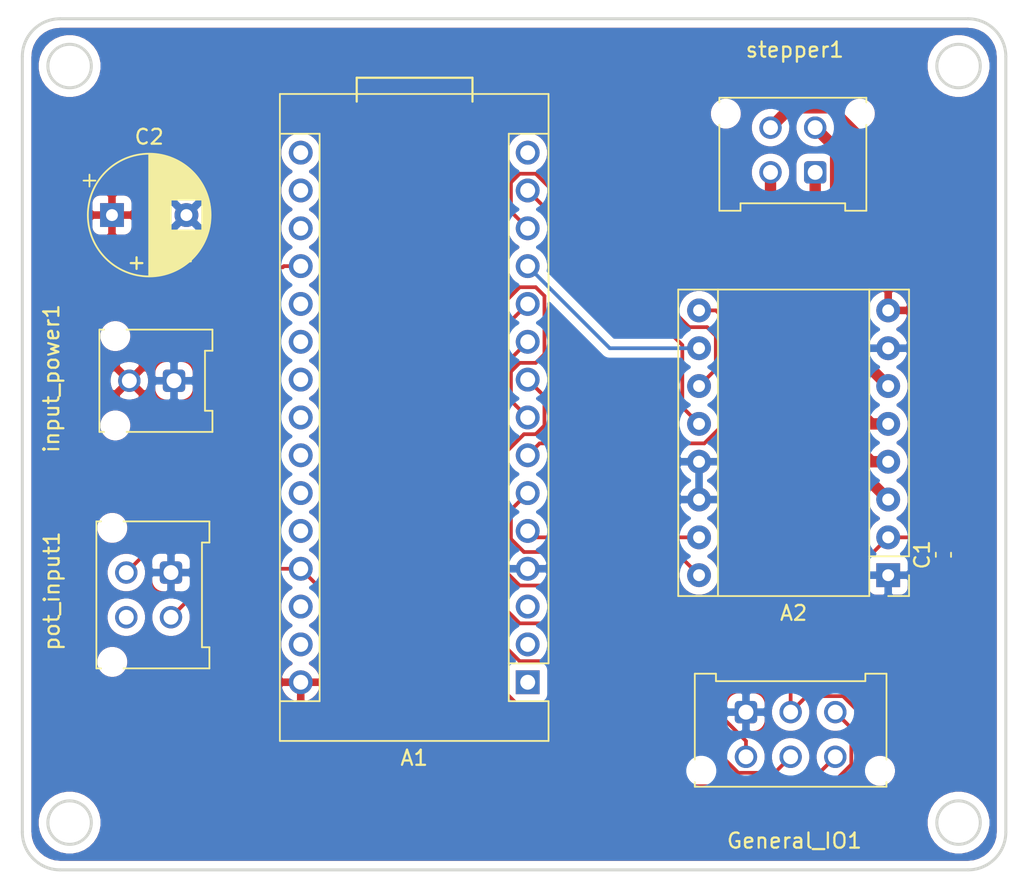
<source format=kicad_pcb>
(kicad_pcb (version 20171130) (host pcbnew "(5.1.5)-3")

  (general
    (thickness 1.6)
    (drawings 17)
    (tracks 115)
    (zones 0)
    (modules 8)
    (nets 36)
  )

  (page A4)
  (title_block
    (date "jeu. 02 avril 2015")
  )

  (layers
    (0 F.Cu signal)
    (31 B.Cu signal)
    (32 B.Adhes user hide)
    (33 F.Adhes user hide)
    (34 B.Paste user hide)
    (35 F.Paste user hide)
    (36 B.SilkS user hide)
    (37 F.SilkS user hide)
    (38 B.Mask user hide)
    (39 F.Mask user hide)
    (40 Dwgs.User user hide)
    (41 Cmts.User user hide)
    (42 Eco1.User user hide)
    (43 Eco2.User user hide)
    (44 Edge.Cuts user)
    (45 Margin user hide)
    (46 B.CrtYd user)
    (47 F.CrtYd user)
    (48 B.Fab user hide)
    (49 F.Fab user hide)
  )

  (setup
    (last_trace_width 0.762)
    (user_trace_width 0.508)
    (user_trace_width 0.762)
    (user_trace_width 1.016)
    (trace_clearance 0.2)
    (zone_clearance 0.508)
    (zone_45_only no)
    (trace_min 0.2)
    (via_size 0.6)
    (via_drill 0.4)
    (via_min_size 0.4)
    (via_min_drill 0.3)
    (uvia_size 0.3)
    (uvia_drill 0.1)
    (uvias_allowed no)
    (uvia_min_size 0.2)
    (uvia_min_drill 0.1)
    (edge_width 0.1)
    (segment_width 0.15)
    (pcb_text_width 0.3)
    (pcb_text_size 1.5 1.5)
    (mod_edge_width 0.15)
    (mod_text_size 1 1)
    (mod_text_width 0.15)
    (pad_size 1.5 1.5)
    (pad_drill 0.6)
    (pad_to_mask_clearance 0)
    (aux_axis_origin 138.176 110.617)
    (visible_elements 7FFFFFFF)
    (pcbplotparams
      (layerselection 0x00030_80000001)
      (usegerberextensions false)
      (usegerberattributes false)
      (usegerberadvancedattributes false)
      (creategerberjobfile false)
      (excludeedgelayer true)
      (linewidth 0.100000)
      (plotframeref false)
      (viasonmask false)
      (mode 1)
      (useauxorigin false)
      (hpglpennumber 1)
      (hpglpenspeed 20)
      (hpglpendiameter 15.000000)
      (psnegative false)
      (psa4output false)
      (plotreference true)
      (plotvalue true)
      (plotinvisibletext false)
      (padsonsilk false)
      (subtractmaskfromsilk false)
      (outputformat 1)
      (mirror false)
      (drillshape 1)
      (scaleselection 1)
      (outputdirectory ""))
  )

  (net 0 "")
  (net 1 GND)
  (net 2 +5V)
  (net 3 "Net-(A1-Pad1)")
  (net 4 "Net-(A1-Pad17)")
  (net 5 "Net-(A1-Pad2)")
  (net 6 "Net-(A1-Pad18)")
  (net 7 "Net-(A1-Pad3)")
  (net 8 "Net-(A1-Pad21)")
  (net 9 "Net-(A1-Pad22)")
  (net 10 Enable)
  (net 11 "Net-(A1-Pad23)")
  (net 12 "Net-(A1-Pad24)")
  (net 13 "Net-(A1-Pad25)")
  (net 14 "Net-(A1-Pad26)")
  (net 15 "Net-(A1-Pad28)")
  (net 16 "Net-(A1-Pad29)")
  (net 17 "Net-(A1-Pad15)")
  (net 18 "Net-(A1-Pad16)")
  (net 19 Step)
  (net 20 Direction)
  (net 21 +12V)
  (net 22 Pot)
  (net 23 DIO1)
  (net 24 DIO2)
  (net 25 DIO3)
  (net 26 DIO4)
  (net 27 "Net-(pot_input1-Pad4)")
  (net 28 "Net-(A1-Pad20)")
  (net 29 M2B)
  (net 30 M2A)
  (net 31 M1A)
  (net 32 M1B)
  (net 33 MS1)
  (net 34 MS2)
  (net 35 MS3)

  (net_class Default "This is the default net class."
    (clearance 0.2)
    (trace_width 0.25)
    (via_dia 0.6)
    (via_drill 0.4)
    (uvia_dia 0.3)
    (uvia_drill 0.1)
    (add_net +12V)
    (add_net +5V)
    (add_net DIO1)
    (add_net DIO2)
    (add_net DIO3)
    (add_net DIO4)
    (add_net Direction)
    (add_net Enable)
    (add_net GND)
    (add_net M1A)
    (add_net M1B)
    (add_net M2A)
    (add_net M2B)
    (add_net MS1)
    (add_net MS2)
    (add_net MS3)
    (add_net "Net-(A1-Pad1)")
    (add_net "Net-(A1-Pad15)")
    (add_net "Net-(A1-Pad16)")
    (add_net "Net-(A1-Pad17)")
    (add_net "Net-(A1-Pad18)")
    (add_net "Net-(A1-Pad2)")
    (add_net "Net-(A1-Pad20)")
    (add_net "Net-(A1-Pad21)")
    (add_net "Net-(A1-Pad22)")
    (add_net "Net-(A1-Pad23)")
    (add_net "Net-(A1-Pad24)")
    (add_net "Net-(A1-Pad25)")
    (add_net "Net-(A1-Pad26)")
    (add_net "Net-(A1-Pad28)")
    (add_net "Net-(A1-Pad29)")
    (add_net "Net-(A1-Pad3)")
    (add_net "Net-(pot_input1-Pad4)")
    (add_net Pot)
    (add_net Step)
  )

  (module Connector_Molex:Molex_Micro-Fit_3.0_43045-0412_2x02_P3.00mm_Vertical (layer F.Cu) (tedit 5B78138F) (tstamp 606DC370)
    (at 54.9656 59.1058 270)
    (descr "Molex Micro-Fit 3.0 Connector System, 43045-0412 (compatible alternatives: 43045-0413, 43045-0424), 2 Pins per row (http://www.molex.com/pdm_docs/sd/430450212_sd.pdf), generated with kicad-footprint-generator")
    (tags "connector Molex Micro-Fit_3.0 side entry")
    (path /606DECD9)
    (fp_text reference pot_input1 (at 1.2446 8.001 90) (layer F.SilkS)
      (effects (font (size 1.016 1.016) (thickness 0.1524)))
    )
    (fp_text value Conn_02x02_Odd_Even (at 1.5 7.5 90) (layer F.Fab)
      (effects (font (size 1 1) (thickness 0.15)))
    )
    (fp_line (start -2.125 -1.97) (end -2.125 -2.47) (layer F.Fab) (width 0.1))
    (fp_line (start -2.125 -2.47) (end -3.325 -2.47) (layer F.Fab) (width 0.1))
    (fp_line (start -3.325 -2.47) (end -3.325 4.9) (layer F.Fab) (width 0.1))
    (fp_line (start -3.325 4.9) (end 6.325 4.9) (layer F.Fab) (width 0.1))
    (fp_line (start 6.325 4.9) (end 6.325 -2.47) (layer F.Fab) (width 0.1))
    (fp_line (start 6.325 -2.47) (end 5.125 -2.47) (layer F.Fab) (width 0.1))
    (fp_line (start 5.125 -2.47) (end 5.125 -1.97) (layer F.Fab) (width 0.1))
    (fp_line (start 5.125 -1.97) (end -2.125 -1.97) (layer F.Fab) (width 0.1))
    (fp_line (start -3.325 -1.34) (end -2.125 -1.97) (layer F.Fab) (width 0.1))
    (fp_line (start 6.325 -1.34) (end 5.125 -1.97) (layer F.Fab) (width 0.1))
    (fp_line (start 0.8 4.9) (end 0.8 6.3) (layer F.Fab) (width 0.1))
    (fp_line (start 0.8 6.3) (end 2.2 6.3) (layer F.Fab) (width 0.1))
    (fp_line (start 2.2 6.3) (end 2.2 4.9) (layer F.Fab) (width 0.1))
    (fp_line (start -0.5 -1.97) (end 0 -1.262893) (layer F.Fab) (width 0.1))
    (fp_line (start 0 -1.262893) (end 0.5 -1.97) (layer F.Fab) (width 0.1))
    (fp_line (start -3.435 4.7) (end -3.435 5.01) (layer F.SilkS) (width 0.12))
    (fp_line (start -3.435 5.01) (end 6.435 5.01) (layer F.SilkS) (width 0.12))
    (fp_line (start 6.435 5.01) (end 6.435 4.7) (layer F.SilkS) (width 0.12))
    (fp_line (start -3.435 3.18) (end -3.435 -2.58) (layer F.SilkS) (width 0.12))
    (fp_line (start -3.435 -2.58) (end -2.015 -2.58) (layer F.SilkS) (width 0.12))
    (fp_line (start -2.015 -2.58) (end -2.015 -2.08) (layer F.SilkS) (width 0.12))
    (fp_line (start -2.015 -2.08) (end 5.015 -2.08) (layer F.SilkS) (width 0.12))
    (fp_line (start 5.015 -2.08) (end 5.015 -2.58) (layer F.SilkS) (width 0.12))
    (fp_line (start 5.015 -2.58) (end 6.435 -2.58) (layer F.SilkS) (width 0.12))
    (fp_line (start 6.435 -2.58) (end 6.435 3.18) (layer F.SilkS) (width 0.12))
    (fp_line (start -3.82 -2.97) (end 6.82 -2.97) (layer F.CrtYd) (width 0.05))
    (fp_line (start 6.82 -2.97) (end 6.82 6.8) (layer F.CrtYd) (width 0.05))
    (fp_line (start 6.82 6.8) (end -3.82 6.8) (layer F.CrtYd) (width 0.05))
    (fp_line (start -3.82 6.8) (end -3.82 -2.97) (layer F.CrtYd) (width 0.05))
    (fp_text user %R (at 1.5 4.2 90) (layer F.Fab)
      (effects (font (size 1 1) (thickness 0.15)))
    )
    (pad "" np_thru_hole circle (at -3 3.94 270) (size 1 1) (drill 1) (layers *.Cu *.Mask))
    (pad "" np_thru_hole circle (at 6 3.94 270) (size 1 1) (drill 1) (layers *.Cu *.Mask))
    (pad 1 thru_hole roundrect (at 0 0 270) (size 1.5 1.5) (drill 1) (layers *.Cu *.Mask) (roundrect_rratio 0.166667)
      (net 1 GND))
    (pad 2 thru_hole circle (at 3 0 270) (size 1.5 1.5) (drill 1) (layers *.Cu *.Mask)
      (net 2 +5V))
    (pad 3 thru_hole circle (at 0 3 270) (size 1.5 1.5) (drill 1) (layers *.Cu *.Mask)
      (net 22 Pot))
    (pad 4 thru_hole circle (at 3 3 270) (size 1.5 1.5) (drill 1) (layers *.Cu *.Mask)
      (net 27 "Net-(pot_input1-Pad4)"))
    (model ${KISYS3DMOD}/Connector_Molex.3dshapes/Molex_Micro-Fit_3.0_43045-0412_2x02_P3.00mm_Vertical.wrl
      (at (xyz 0 0 0))
      (scale (xyz 1 1 1))
      (rotate (xyz 0 0 0))
    )
  )

  (module Module:Pololu_Breakout-16_15.2x20.3mm (layer F.Cu) (tedit 58AB602C) (tstamp 606DEE49)
    (at 103.124 59.2836 180)
    (descr "Pololu Breakout 16-pin 15.2x20.3mm 0.6x0.8\\")
    (tags "Pololu Breakout")
    (path /606E299D)
    (fp_text reference A2 (at 6.35 -2.54) (layer F.SilkS)
      (effects (font (size 1 1) (thickness 0.15)))
    )
    (fp_text value Pololu_Breakout_A4988 (at 6.35 20.17) (layer F.Fab)
      (effects (font (size 1 1) (thickness 0.15)))
    )
    (fp_line (start 14.21 19.3) (end -1.53 19.3) (layer F.CrtYd) (width 0.05))
    (fp_line (start 14.21 19.3) (end 14.21 -1.52) (layer F.CrtYd) (width 0.05))
    (fp_line (start -1.53 -1.52) (end -1.53 19.3) (layer F.CrtYd) (width 0.05))
    (fp_line (start -1.53 -1.52) (end 14.21 -1.52) (layer F.CrtYd) (width 0.05))
    (fp_line (start -1.27 19.05) (end -1.27 0) (layer F.Fab) (width 0.1))
    (fp_line (start 13.97 19.05) (end -1.27 19.05) (layer F.Fab) (width 0.1))
    (fp_line (start 13.97 -1.27) (end 13.97 19.05) (layer F.Fab) (width 0.1))
    (fp_line (start 0 -1.27) (end 13.97 -1.27) (layer F.Fab) (width 0.1))
    (fp_line (start -1.27 0) (end 0 -1.27) (layer F.Fab) (width 0.1))
    (fp_line (start 14.1 -1.4) (end 1.27 -1.4) (layer F.SilkS) (width 0.12))
    (fp_line (start 14.1 19.18) (end 14.1 -1.4) (layer F.SilkS) (width 0.12))
    (fp_line (start -1.4 19.18) (end 14.1 19.18) (layer F.SilkS) (width 0.12))
    (fp_line (start -1.4 1.27) (end -1.4 19.18) (layer F.SilkS) (width 0.12))
    (fp_line (start 1.27 1.27) (end -1.4 1.27) (layer F.SilkS) (width 0.12))
    (fp_line (start 1.27 -1.4) (end 1.27 1.27) (layer F.SilkS) (width 0.12))
    (fp_line (start -1.4 -1.4) (end -1.4 0) (layer F.SilkS) (width 0.12))
    (fp_line (start 0 -1.4) (end -1.4 -1.4) (layer F.SilkS) (width 0.12))
    (fp_line (start 1.27 1.27) (end 1.27 19.18) (layer F.SilkS) (width 0.12))
    (fp_line (start 11.43 -1.4) (end 11.43 19.18) (layer F.SilkS) (width 0.12))
    (fp_text user %R (at 6.35 0) (layer F.Fab)
      (effects (font (size 1 1) (thickness 0.15)))
    )
    (pad 16 thru_hole oval (at 12.7 0 180) (size 1.6 1.6) (drill 0.8) (layers *.Cu *.Mask)
      (net 20 Direction))
    (pad 8 thru_hole oval (at 0 17.78 180) (size 1.6 1.6) (drill 0.8) (layers *.Cu *.Mask)
      (net 21 +12V))
    (pad 15 thru_hole oval (at 12.7 2.54 180) (size 1.6 1.6) (drill 0.8) (layers *.Cu *.Mask)
      (net 19 Step))
    (pad 7 thru_hole oval (at 0 15.24 180) (size 1.6 1.6) (drill 0.8) (layers *.Cu *.Mask)
      (net 1 GND))
    (pad 14 thru_hole oval (at 12.7 5.08 180) (size 1.6 1.6) (drill 0.8) (layers *.Cu *.Mask)
      (net 1 GND))
    (pad 6 thru_hole oval (at 0 12.7 180) (size 1.6 1.6) (drill 0.8) (layers *.Cu *.Mask)
      (net 29 M2B))
    (pad 13 thru_hole oval (at 12.7 7.62 180) (size 1.6 1.6) (drill 0.8) (layers *.Cu *.Mask)
      (net 1 GND))
    (pad 5 thru_hole oval (at 0 10.16 180) (size 1.6 1.6) (drill 0.8) (layers *.Cu *.Mask)
      (net 30 M2A))
    (pad 12 thru_hole oval (at 12.7 10.16 180) (size 1.6 1.6) (drill 0.8) (layers *.Cu *.Mask)
      (net 35 MS3))
    (pad 4 thru_hole oval (at 0 7.62 180) (size 1.6 1.6) (drill 0.8) (layers *.Cu *.Mask)
      (net 31 M1A))
    (pad 11 thru_hole oval (at 12.7 12.7 180) (size 1.6 1.6) (drill 0.8) (layers *.Cu *.Mask)
      (net 34 MS2))
    (pad 3 thru_hole oval (at 0 5.08 180) (size 1.6 1.6) (drill 0.8) (layers *.Cu *.Mask)
      (net 32 M1B))
    (pad 10 thru_hole oval (at 12.7 15.24 180) (size 1.6 1.6) (drill 0.8) (layers *.Cu *.Mask)
      (net 33 MS1))
    (pad 2 thru_hole oval (at 0 2.54 180) (size 1.6 1.6) (drill 0.8) (layers *.Cu *.Mask)
      (net 2 +5V))
    (pad 9 thru_hole oval (at 12.7 17.78 180) (size 1.6 1.6) (drill 0.8) (layers *.Cu *.Mask)
      (net 10 Enable))
    (pad 1 thru_hole rect (at 0 0 180) (size 1.6 1.6) (drill 0.8) (layers *.Cu *.Mask)
      (net 1 GND))
    (model ${KISYS3DMOD}/Module.3dshapes/Pololu_Breakout-16_15.2x20.3mm.wrl
      (at (xyz 0 0 0))
      (scale (xyz 1 1 1))
      (rotate (xyz 0 0 0))
    )
  )

  (module Module:Arduino_Nano (layer F.Cu) (tedit 58ACAF70) (tstamp 60161C9D)
    (at 78.9178 66.4718 180)
    (descr "Arduino Nano, http://www.mouser.com/pdfdocs/Gravitech_Arduino_Nano3_0.pdf")
    (tags "Arduino Nano")
    (path /60164915)
    (fp_text reference A1 (at 7.62 -5.08) (layer F.SilkS)
      (effects (font (size 1.016 1.016) (thickness 0.1524)))
    )
    (fp_text value Arduino_Nano_v3.x (at 8.89 19.05 90) (layer F.Fab)
      (effects (font (size 1 1) (thickness 0.15)))
    )
    (fp_text user %R (at 6.35 19.05 90) (layer F.Fab)
      (effects (font (size 1 1) (thickness 0.15)))
    )
    (fp_line (start 1.27 1.27) (end 1.27 -1.27) (layer F.SilkS) (width 0.12))
    (fp_line (start 1.27 -1.27) (end -1.4 -1.27) (layer F.SilkS) (width 0.12))
    (fp_line (start -1.4 1.27) (end -1.4 39.5) (layer F.SilkS) (width 0.12))
    (fp_line (start -1.4 -3.94) (end -1.4 -1.27) (layer F.SilkS) (width 0.12))
    (fp_line (start 13.97 -1.27) (end 16.64 -1.27) (layer F.SilkS) (width 0.12))
    (fp_line (start 13.97 -1.27) (end 13.97 36.83) (layer F.SilkS) (width 0.12))
    (fp_line (start 13.97 36.83) (end 16.64 36.83) (layer F.SilkS) (width 0.12))
    (fp_line (start 1.27 1.27) (end -1.4 1.27) (layer F.SilkS) (width 0.12))
    (fp_line (start 1.27 1.27) (end 1.27 36.83) (layer F.SilkS) (width 0.12))
    (fp_line (start 1.27 36.83) (end -1.4 36.83) (layer F.SilkS) (width 0.12))
    (fp_line (start 3.81 31.75) (end 11.43 31.75) (layer F.Fab) (width 0.1))
    (fp_line (start 11.43 31.75) (end 11.43 41.91) (layer F.Fab) (width 0.1))
    (fp_line (start 11.43 41.91) (end 3.81 41.91) (layer F.Fab) (width 0.1))
    (fp_line (start 3.81 41.91) (end 3.81 31.75) (layer F.Fab) (width 0.1))
    (fp_line (start -1.4 39.5) (end 16.64 39.5) (layer F.SilkS) (width 0.12))
    (fp_line (start 16.64 39.5) (end 16.64 -3.94) (layer F.SilkS) (width 0.12))
    (fp_line (start 16.64 -3.94) (end -1.4 -3.94) (layer F.SilkS) (width 0.12))
    (fp_line (start 16.51 39.37) (end -1.27 39.37) (layer F.Fab) (width 0.1))
    (fp_line (start -1.27 39.37) (end -1.27 -2.54) (layer F.Fab) (width 0.1))
    (fp_line (start -1.27 -2.54) (end 0 -3.81) (layer F.Fab) (width 0.1))
    (fp_line (start 0 -3.81) (end 16.51 -3.81) (layer F.Fab) (width 0.1))
    (fp_line (start 16.51 -3.81) (end 16.51 39.37) (layer F.Fab) (width 0.1))
    (fp_line (start -1.53 -4.06) (end 16.75 -4.06) (layer F.CrtYd) (width 0.05))
    (fp_line (start -1.53 -4.06) (end -1.53 42.16) (layer F.CrtYd) (width 0.05))
    (fp_line (start 16.75 42.16) (end 16.75 -4.06) (layer F.CrtYd) (width 0.05))
    (fp_line (start 16.75 42.16) (end -1.53 42.16) (layer F.CrtYd) (width 0.05))
    (pad 1 thru_hole rect (at 0 0 180) (size 1.6 1.6) (drill 1) (layers *.Cu *.Mask)
      (net 3 "Net-(A1-Pad1)"))
    (pad 17 thru_hole oval (at 15.24 33.02 180) (size 1.6 1.6) (drill 1) (layers *.Cu *.Mask)
      (net 4 "Net-(A1-Pad17)"))
    (pad 2 thru_hole oval (at 0 2.54 180) (size 1.6 1.6) (drill 1) (layers *.Cu *.Mask)
      (net 5 "Net-(A1-Pad2)"))
    (pad 18 thru_hole oval (at 15.24 30.48 180) (size 1.6 1.6) (drill 1) (layers *.Cu *.Mask)
      (net 6 "Net-(A1-Pad18)"))
    (pad 3 thru_hole oval (at 0 5.08 180) (size 1.6 1.6) (drill 1) (layers *.Cu *.Mask)
      (net 7 "Net-(A1-Pad3)"))
    (pad 19 thru_hole oval (at 15.24 27.94 180) (size 1.6 1.6) (drill 1) (layers *.Cu *.Mask)
      (net 22 Pot))
    (pad 4 thru_hole oval (at 0 7.62 180) (size 1.6 1.6) (drill 1) (layers *.Cu *.Mask)
      (net 1 GND))
    (pad 20 thru_hole oval (at 15.24 25.4 180) (size 1.6 1.6) (drill 1) (layers *.Cu *.Mask)
      (net 28 "Net-(A1-Pad20)"))
    (pad 5 thru_hole oval (at 0 10.16 180) (size 1.6 1.6) (drill 1) (layers *.Cu *.Mask)
      (net 19 Step))
    (pad 21 thru_hole oval (at 15.24 22.86 180) (size 1.6 1.6) (drill 1) (layers *.Cu *.Mask)
      (net 8 "Net-(A1-Pad21)"))
    (pad 6 thru_hole oval (at 0 12.7 180) (size 1.6 1.6) (drill 1) (layers *.Cu *.Mask)
      (net 20 Direction))
    (pad 22 thru_hole oval (at 15.24 20.32 180) (size 1.6 1.6) (drill 1) (layers *.Cu *.Mask)
      (net 9 "Net-(A1-Pad22)"))
    (pad 7 thru_hole oval (at 0 15.24 180) (size 1.6 1.6) (drill 1) (layers *.Cu *.Mask)
      (net 10 Enable))
    (pad 23 thru_hole oval (at 15.24 17.78 180) (size 1.6 1.6) (drill 1) (layers *.Cu *.Mask)
      (net 11 "Net-(A1-Pad23)"))
    (pad 8 thru_hole oval (at 0 17.78 180) (size 1.6 1.6) (drill 1) (layers *.Cu *.Mask)
      (net 23 DIO1))
    (pad 24 thru_hole oval (at 15.24 15.24 180) (size 1.6 1.6) (drill 1) (layers *.Cu *.Mask)
      (net 12 "Net-(A1-Pad24)"))
    (pad 9 thru_hole oval (at 0 20.32 180) (size 1.6 1.6) (drill 1) (layers *.Cu *.Mask)
      (net 24 DIO2))
    (pad 25 thru_hole oval (at 15.24 12.7 180) (size 1.6 1.6) (drill 1) (layers *.Cu *.Mask)
      (net 13 "Net-(A1-Pad25)"))
    (pad 10 thru_hole oval (at 0 22.86 180) (size 1.6 1.6) (drill 1) (layers *.Cu *.Mask)
      (net 25 DIO3))
    (pad 26 thru_hole oval (at 15.24 10.16 180) (size 1.6 1.6) (drill 1) (layers *.Cu *.Mask)
      (net 14 "Net-(A1-Pad26)"))
    (pad 11 thru_hole oval (at 0 25.4 180) (size 1.6 1.6) (drill 1) (layers *.Cu *.Mask)
      (net 26 DIO4))
    (pad 27 thru_hole oval (at 15.24 7.62 180) (size 1.6 1.6) (drill 1) (layers *.Cu *.Mask)
      (net 2 +5V))
    (pad 12 thru_hole oval (at 0 27.94 180) (size 1.6 1.6) (drill 1) (layers *.Cu *.Mask)
      (net 33 MS1))
    (pad 28 thru_hole oval (at 15.24 5.08 180) (size 1.6 1.6) (drill 1) (layers *.Cu *.Mask)
      (net 15 "Net-(A1-Pad28)"))
    (pad 13 thru_hole oval (at 0 30.48 180) (size 1.6 1.6) (drill 1) (layers *.Cu *.Mask)
      (net 34 MS2))
    (pad 29 thru_hole oval (at 15.24 2.54 180) (size 1.6 1.6) (drill 1) (layers *.Cu *.Mask)
      (net 16 "Net-(A1-Pad29)"))
    (pad 14 thru_hole oval (at 0 33.02 180) (size 1.6 1.6) (drill 1) (layers *.Cu *.Mask)
      (net 35 MS3))
    (pad 30 thru_hole oval (at 15.24 0 180) (size 1.6 1.6) (drill 1) (layers *.Cu *.Mask)
      (net 21 +12V))
    (pad 15 thru_hole oval (at 0 35.56 180) (size 1.6 1.6) (drill 1) (layers *.Cu *.Mask)
      (net 17 "Net-(A1-Pad15)"))
    (pad 16 thru_hole oval (at 15.24 35.56 180) (size 1.6 1.6) (drill 1) (layers *.Cu *.Mask)
      (net 18 "Net-(A1-Pad16)"))
    (model ${KISYS3DMOD}/Module.3dshapes/Arduino_Nano_WithMountingHoles.wrl
      (at (xyz 0 0 0))
      (scale (xyz 1 1 1))
      (rotate (xyz 0 0 0))
    )
  )

  (module Capacitor_SMD:C_0603_1608Metric (layer F.Cu) (tedit 5F68FEEE) (tstamp 606DC206)
    (at 106.8324 57.912 90)
    (descr "Capacitor SMD 0603 (1608 Metric), square (rectangular) end terminal, IPC_7351 nominal, (Body size source: IPC-SM-782 page 76, https://www.pcb-3d.com/wordpress/wp-content/uploads/ipc-sm-782a_amendment_1_and_2.pdf), generated with kicad-footprint-generator")
    (tags capacitor)
    (path /606D78AE)
    (attr smd)
    (fp_text reference C1 (at 0 -1.43 90) (layer F.SilkS)
      (effects (font (size 1 1) (thickness 0.15)))
    )
    (fp_text value C_Small (at 0 1.43 90) (layer F.Fab)
      (effects (font (size 1 1) (thickness 0.15)))
    )
    (fp_line (start -0.8 0.4) (end -0.8 -0.4) (layer F.Fab) (width 0.1))
    (fp_line (start -0.8 -0.4) (end 0.8 -0.4) (layer F.Fab) (width 0.1))
    (fp_line (start 0.8 -0.4) (end 0.8 0.4) (layer F.Fab) (width 0.1))
    (fp_line (start 0.8 0.4) (end -0.8 0.4) (layer F.Fab) (width 0.1))
    (fp_line (start -0.14058 -0.51) (end 0.14058 -0.51) (layer F.SilkS) (width 0.12))
    (fp_line (start -0.14058 0.51) (end 0.14058 0.51) (layer F.SilkS) (width 0.12))
    (fp_line (start -1.48 0.73) (end -1.48 -0.73) (layer F.CrtYd) (width 0.05))
    (fp_line (start -1.48 -0.73) (end 1.48 -0.73) (layer F.CrtYd) (width 0.05))
    (fp_line (start 1.48 -0.73) (end 1.48 0.73) (layer F.CrtYd) (width 0.05))
    (fp_line (start 1.48 0.73) (end -1.48 0.73) (layer F.CrtYd) (width 0.05))
    (fp_text user %R (at 0 0 90) (layer F.Fab)
      (effects (font (size 0.4 0.4) (thickness 0.06)))
    )
    (pad 1 smd roundrect (at -0.775 0 90) (size 0.9 0.95) (layers F.Cu F.Paste F.Mask) (roundrect_rratio 0.25)
      (net 1 GND))
    (pad 2 smd roundrect (at 0.775 0 90) (size 0.9 0.95) (layers F.Cu F.Paste F.Mask) (roundrect_rratio 0.25)
      (net 2 +5V))
    (model ${KISYS3DMOD}/Capacitor_SMD.3dshapes/C_0603_1608Metric.wrl
      (at (xyz 0 0 0))
      (scale (xyz 1 1 1))
      (rotate (xyz 0 0 0))
    )
  )

  (module Capacitor_THT:CP_Radial_D8.0mm_P5.00mm (layer F.Cu) (tedit 5AE50EF0) (tstamp 606DC75E)
    (at 51.0032 35.1028)
    (descr "CP, Radial series, Radial, pin pitch=5.00mm, , diameter=8mm, Electrolytic Capacitor")
    (tags "CP Radial series Radial pin pitch 5.00mm  diameter 8mm Electrolytic Capacitor")
    (path /606D935B)
    (fp_text reference C2 (at 2.5 -5.25) (layer F.SilkS)
      (effects (font (size 1 1) (thickness 0.15)))
    )
    (fp_text value C_Polarized (at 2.5 5.25) (layer F.Fab)
      (effects (font (size 1 1) (thickness 0.15)))
    )
    (fp_circle (center 2.5 0) (end 6.5 0) (layer F.Fab) (width 0.1))
    (fp_circle (center 2.5 0) (end 6.62 0) (layer F.SilkS) (width 0.12))
    (fp_circle (center 2.5 0) (end 6.75 0) (layer F.CrtYd) (width 0.05))
    (fp_line (start -0.926759 -1.7475) (end -0.126759 -1.7475) (layer F.Fab) (width 0.1))
    (fp_line (start -0.526759 -2.1475) (end -0.526759 -1.3475) (layer F.Fab) (width 0.1))
    (fp_line (start 2.5 -4.08) (end 2.5 4.08) (layer F.SilkS) (width 0.12))
    (fp_line (start 2.54 -4.08) (end 2.54 4.08) (layer F.SilkS) (width 0.12))
    (fp_line (start 2.58 -4.08) (end 2.58 4.08) (layer F.SilkS) (width 0.12))
    (fp_line (start 2.62 -4.079) (end 2.62 4.079) (layer F.SilkS) (width 0.12))
    (fp_line (start 2.66 -4.077) (end 2.66 4.077) (layer F.SilkS) (width 0.12))
    (fp_line (start 2.7 -4.076) (end 2.7 4.076) (layer F.SilkS) (width 0.12))
    (fp_line (start 2.74 -4.074) (end 2.74 4.074) (layer F.SilkS) (width 0.12))
    (fp_line (start 2.78 -4.071) (end 2.78 4.071) (layer F.SilkS) (width 0.12))
    (fp_line (start 2.82 -4.068) (end 2.82 4.068) (layer F.SilkS) (width 0.12))
    (fp_line (start 2.86 -4.065) (end 2.86 4.065) (layer F.SilkS) (width 0.12))
    (fp_line (start 2.9 -4.061) (end 2.9 4.061) (layer F.SilkS) (width 0.12))
    (fp_line (start 2.94 -4.057) (end 2.94 4.057) (layer F.SilkS) (width 0.12))
    (fp_line (start 2.98 -4.052) (end 2.98 4.052) (layer F.SilkS) (width 0.12))
    (fp_line (start 3.02 -4.048) (end 3.02 4.048) (layer F.SilkS) (width 0.12))
    (fp_line (start 3.06 -4.042) (end 3.06 4.042) (layer F.SilkS) (width 0.12))
    (fp_line (start 3.1 -4.037) (end 3.1 4.037) (layer F.SilkS) (width 0.12))
    (fp_line (start 3.14 -4.03) (end 3.14 4.03) (layer F.SilkS) (width 0.12))
    (fp_line (start 3.18 -4.024) (end 3.18 4.024) (layer F.SilkS) (width 0.12))
    (fp_line (start 3.221 -4.017) (end 3.221 4.017) (layer F.SilkS) (width 0.12))
    (fp_line (start 3.261 -4.01) (end 3.261 4.01) (layer F.SilkS) (width 0.12))
    (fp_line (start 3.301 -4.002) (end 3.301 4.002) (layer F.SilkS) (width 0.12))
    (fp_line (start 3.341 -3.994) (end 3.341 3.994) (layer F.SilkS) (width 0.12))
    (fp_line (start 3.381 -3.985) (end 3.381 3.985) (layer F.SilkS) (width 0.12))
    (fp_line (start 3.421 -3.976) (end 3.421 3.976) (layer F.SilkS) (width 0.12))
    (fp_line (start 3.461 -3.967) (end 3.461 3.967) (layer F.SilkS) (width 0.12))
    (fp_line (start 3.501 -3.957) (end 3.501 3.957) (layer F.SilkS) (width 0.12))
    (fp_line (start 3.541 -3.947) (end 3.541 3.947) (layer F.SilkS) (width 0.12))
    (fp_line (start 3.581 -3.936) (end 3.581 3.936) (layer F.SilkS) (width 0.12))
    (fp_line (start 3.621 -3.925) (end 3.621 3.925) (layer F.SilkS) (width 0.12))
    (fp_line (start 3.661 -3.914) (end 3.661 3.914) (layer F.SilkS) (width 0.12))
    (fp_line (start 3.701 -3.902) (end 3.701 3.902) (layer F.SilkS) (width 0.12))
    (fp_line (start 3.741 -3.889) (end 3.741 3.889) (layer F.SilkS) (width 0.12))
    (fp_line (start 3.781 -3.877) (end 3.781 3.877) (layer F.SilkS) (width 0.12))
    (fp_line (start 3.821 -3.863) (end 3.821 3.863) (layer F.SilkS) (width 0.12))
    (fp_line (start 3.861 -3.85) (end 3.861 3.85) (layer F.SilkS) (width 0.12))
    (fp_line (start 3.901 -3.835) (end 3.901 3.835) (layer F.SilkS) (width 0.12))
    (fp_line (start 3.941 -3.821) (end 3.941 3.821) (layer F.SilkS) (width 0.12))
    (fp_line (start 3.981 -3.805) (end 3.981 -1.04) (layer F.SilkS) (width 0.12))
    (fp_line (start 3.981 1.04) (end 3.981 3.805) (layer F.SilkS) (width 0.12))
    (fp_line (start 4.021 -3.79) (end 4.021 -1.04) (layer F.SilkS) (width 0.12))
    (fp_line (start 4.021 1.04) (end 4.021 3.79) (layer F.SilkS) (width 0.12))
    (fp_line (start 4.061 -3.774) (end 4.061 -1.04) (layer F.SilkS) (width 0.12))
    (fp_line (start 4.061 1.04) (end 4.061 3.774) (layer F.SilkS) (width 0.12))
    (fp_line (start 4.101 -3.757) (end 4.101 -1.04) (layer F.SilkS) (width 0.12))
    (fp_line (start 4.101 1.04) (end 4.101 3.757) (layer F.SilkS) (width 0.12))
    (fp_line (start 4.141 -3.74) (end 4.141 -1.04) (layer F.SilkS) (width 0.12))
    (fp_line (start 4.141 1.04) (end 4.141 3.74) (layer F.SilkS) (width 0.12))
    (fp_line (start 4.181 -3.722) (end 4.181 -1.04) (layer F.SilkS) (width 0.12))
    (fp_line (start 4.181 1.04) (end 4.181 3.722) (layer F.SilkS) (width 0.12))
    (fp_line (start 4.221 -3.704) (end 4.221 -1.04) (layer F.SilkS) (width 0.12))
    (fp_line (start 4.221 1.04) (end 4.221 3.704) (layer F.SilkS) (width 0.12))
    (fp_line (start 4.261 -3.686) (end 4.261 -1.04) (layer F.SilkS) (width 0.12))
    (fp_line (start 4.261 1.04) (end 4.261 3.686) (layer F.SilkS) (width 0.12))
    (fp_line (start 4.301 -3.666) (end 4.301 -1.04) (layer F.SilkS) (width 0.12))
    (fp_line (start 4.301 1.04) (end 4.301 3.666) (layer F.SilkS) (width 0.12))
    (fp_line (start 4.341 -3.647) (end 4.341 -1.04) (layer F.SilkS) (width 0.12))
    (fp_line (start 4.341 1.04) (end 4.341 3.647) (layer F.SilkS) (width 0.12))
    (fp_line (start 4.381 -3.627) (end 4.381 -1.04) (layer F.SilkS) (width 0.12))
    (fp_line (start 4.381 1.04) (end 4.381 3.627) (layer F.SilkS) (width 0.12))
    (fp_line (start 4.421 -3.606) (end 4.421 -1.04) (layer F.SilkS) (width 0.12))
    (fp_line (start 4.421 1.04) (end 4.421 3.606) (layer F.SilkS) (width 0.12))
    (fp_line (start 4.461 -3.584) (end 4.461 -1.04) (layer F.SilkS) (width 0.12))
    (fp_line (start 4.461 1.04) (end 4.461 3.584) (layer F.SilkS) (width 0.12))
    (fp_line (start 4.501 -3.562) (end 4.501 -1.04) (layer F.SilkS) (width 0.12))
    (fp_line (start 4.501 1.04) (end 4.501 3.562) (layer F.SilkS) (width 0.12))
    (fp_line (start 4.541 -3.54) (end 4.541 -1.04) (layer F.SilkS) (width 0.12))
    (fp_line (start 4.541 1.04) (end 4.541 3.54) (layer F.SilkS) (width 0.12))
    (fp_line (start 4.581 -3.517) (end 4.581 -1.04) (layer F.SilkS) (width 0.12))
    (fp_line (start 4.581 1.04) (end 4.581 3.517) (layer F.SilkS) (width 0.12))
    (fp_line (start 4.621 -3.493) (end 4.621 -1.04) (layer F.SilkS) (width 0.12))
    (fp_line (start 4.621 1.04) (end 4.621 3.493) (layer F.SilkS) (width 0.12))
    (fp_line (start 4.661 -3.469) (end 4.661 -1.04) (layer F.SilkS) (width 0.12))
    (fp_line (start 4.661 1.04) (end 4.661 3.469) (layer F.SilkS) (width 0.12))
    (fp_line (start 4.701 -3.444) (end 4.701 -1.04) (layer F.SilkS) (width 0.12))
    (fp_line (start 4.701 1.04) (end 4.701 3.444) (layer F.SilkS) (width 0.12))
    (fp_line (start 4.741 -3.418) (end 4.741 -1.04) (layer F.SilkS) (width 0.12))
    (fp_line (start 4.741 1.04) (end 4.741 3.418) (layer F.SilkS) (width 0.12))
    (fp_line (start 4.781 -3.392) (end 4.781 -1.04) (layer F.SilkS) (width 0.12))
    (fp_line (start 4.781 1.04) (end 4.781 3.392) (layer F.SilkS) (width 0.12))
    (fp_line (start 4.821 -3.365) (end 4.821 -1.04) (layer F.SilkS) (width 0.12))
    (fp_line (start 4.821 1.04) (end 4.821 3.365) (layer F.SilkS) (width 0.12))
    (fp_line (start 4.861 -3.338) (end 4.861 -1.04) (layer F.SilkS) (width 0.12))
    (fp_line (start 4.861 1.04) (end 4.861 3.338) (layer F.SilkS) (width 0.12))
    (fp_line (start 4.901 -3.309) (end 4.901 -1.04) (layer F.SilkS) (width 0.12))
    (fp_line (start 4.901 1.04) (end 4.901 3.309) (layer F.SilkS) (width 0.12))
    (fp_line (start 4.941 -3.28) (end 4.941 -1.04) (layer F.SilkS) (width 0.12))
    (fp_line (start 4.941 1.04) (end 4.941 3.28) (layer F.SilkS) (width 0.12))
    (fp_line (start 4.981 -3.25) (end 4.981 -1.04) (layer F.SilkS) (width 0.12))
    (fp_line (start 4.981 1.04) (end 4.981 3.25) (layer F.SilkS) (width 0.12))
    (fp_line (start 5.021 -3.22) (end 5.021 -1.04) (layer F.SilkS) (width 0.12))
    (fp_line (start 5.021 1.04) (end 5.021 3.22) (layer F.SilkS) (width 0.12))
    (fp_line (start 5.061 -3.189) (end 5.061 -1.04) (layer F.SilkS) (width 0.12))
    (fp_line (start 5.061 1.04) (end 5.061 3.189) (layer F.SilkS) (width 0.12))
    (fp_line (start 5.101 -3.156) (end 5.101 -1.04) (layer F.SilkS) (width 0.12))
    (fp_line (start 5.101 1.04) (end 5.101 3.156) (layer F.SilkS) (width 0.12))
    (fp_line (start 5.141 -3.124) (end 5.141 -1.04) (layer F.SilkS) (width 0.12))
    (fp_line (start 5.141 1.04) (end 5.141 3.124) (layer F.SilkS) (width 0.12))
    (fp_line (start 5.181 -3.09) (end 5.181 -1.04) (layer F.SilkS) (width 0.12))
    (fp_line (start 5.181 1.04) (end 5.181 3.09) (layer F.SilkS) (width 0.12))
    (fp_line (start 5.221 -3.055) (end 5.221 -1.04) (layer F.SilkS) (width 0.12))
    (fp_line (start 5.221 1.04) (end 5.221 3.055) (layer F.SilkS) (width 0.12))
    (fp_line (start 5.261 -3.019) (end 5.261 -1.04) (layer F.SilkS) (width 0.12))
    (fp_line (start 5.261 1.04) (end 5.261 3.019) (layer F.SilkS) (width 0.12))
    (fp_line (start 5.301 -2.983) (end 5.301 -1.04) (layer F.SilkS) (width 0.12))
    (fp_line (start 5.301 1.04) (end 5.301 2.983) (layer F.SilkS) (width 0.12))
    (fp_line (start 5.341 -2.945) (end 5.341 -1.04) (layer F.SilkS) (width 0.12))
    (fp_line (start 5.341 1.04) (end 5.341 2.945) (layer F.SilkS) (width 0.12))
    (fp_line (start 5.381 -2.907) (end 5.381 -1.04) (layer F.SilkS) (width 0.12))
    (fp_line (start 5.381 1.04) (end 5.381 2.907) (layer F.SilkS) (width 0.12))
    (fp_line (start 5.421 -2.867) (end 5.421 -1.04) (layer F.SilkS) (width 0.12))
    (fp_line (start 5.421 1.04) (end 5.421 2.867) (layer F.SilkS) (width 0.12))
    (fp_line (start 5.461 -2.826) (end 5.461 -1.04) (layer F.SilkS) (width 0.12))
    (fp_line (start 5.461 1.04) (end 5.461 2.826) (layer F.SilkS) (width 0.12))
    (fp_line (start 5.501 -2.784) (end 5.501 -1.04) (layer F.SilkS) (width 0.12))
    (fp_line (start 5.501 1.04) (end 5.501 2.784) (layer F.SilkS) (width 0.12))
    (fp_line (start 5.541 -2.741) (end 5.541 -1.04) (layer F.SilkS) (width 0.12))
    (fp_line (start 5.541 1.04) (end 5.541 2.741) (layer F.SilkS) (width 0.12))
    (fp_line (start 5.581 -2.697) (end 5.581 -1.04) (layer F.SilkS) (width 0.12))
    (fp_line (start 5.581 1.04) (end 5.581 2.697) (layer F.SilkS) (width 0.12))
    (fp_line (start 5.621 -2.651) (end 5.621 -1.04) (layer F.SilkS) (width 0.12))
    (fp_line (start 5.621 1.04) (end 5.621 2.651) (layer F.SilkS) (width 0.12))
    (fp_line (start 5.661 -2.604) (end 5.661 -1.04) (layer F.SilkS) (width 0.12))
    (fp_line (start 5.661 1.04) (end 5.661 2.604) (layer F.SilkS) (width 0.12))
    (fp_line (start 5.701 -2.556) (end 5.701 -1.04) (layer F.SilkS) (width 0.12))
    (fp_line (start 5.701 1.04) (end 5.701 2.556) (layer F.SilkS) (width 0.12))
    (fp_line (start 5.741 -2.505) (end 5.741 -1.04) (layer F.SilkS) (width 0.12))
    (fp_line (start 5.741 1.04) (end 5.741 2.505) (layer F.SilkS) (width 0.12))
    (fp_line (start 5.781 -2.454) (end 5.781 -1.04) (layer F.SilkS) (width 0.12))
    (fp_line (start 5.781 1.04) (end 5.781 2.454) (layer F.SilkS) (width 0.12))
    (fp_line (start 5.821 -2.4) (end 5.821 -1.04) (layer F.SilkS) (width 0.12))
    (fp_line (start 5.821 1.04) (end 5.821 2.4) (layer F.SilkS) (width 0.12))
    (fp_line (start 5.861 -2.345) (end 5.861 -1.04) (layer F.SilkS) (width 0.12))
    (fp_line (start 5.861 1.04) (end 5.861 2.345) (layer F.SilkS) (width 0.12))
    (fp_line (start 5.901 -2.287) (end 5.901 -1.04) (layer F.SilkS) (width 0.12))
    (fp_line (start 5.901 1.04) (end 5.901 2.287) (layer F.SilkS) (width 0.12))
    (fp_line (start 5.941 -2.228) (end 5.941 -1.04) (layer F.SilkS) (width 0.12))
    (fp_line (start 5.941 1.04) (end 5.941 2.228) (layer F.SilkS) (width 0.12))
    (fp_line (start 5.981 -2.166) (end 5.981 -1.04) (layer F.SilkS) (width 0.12))
    (fp_line (start 5.981 1.04) (end 5.981 2.166) (layer F.SilkS) (width 0.12))
    (fp_line (start 6.021 -2.102) (end 6.021 -1.04) (layer F.SilkS) (width 0.12))
    (fp_line (start 6.021 1.04) (end 6.021 2.102) (layer F.SilkS) (width 0.12))
    (fp_line (start 6.061 -2.034) (end 6.061 2.034) (layer F.SilkS) (width 0.12))
    (fp_line (start 6.101 -1.964) (end 6.101 1.964) (layer F.SilkS) (width 0.12))
    (fp_line (start 6.141 -1.89) (end 6.141 1.89) (layer F.SilkS) (width 0.12))
    (fp_line (start 6.181 -1.813) (end 6.181 1.813) (layer F.SilkS) (width 0.12))
    (fp_line (start 6.221 -1.731) (end 6.221 1.731) (layer F.SilkS) (width 0.12))
    (fp_line (start 6.261 -1.645) (end 6.261 1.645) (layer F.SilkS) (width 0.12))
    (fp_line (start 6.301 -1.552) (end 6.301 1.552) (layer F.SilkS) (width 0.12))
    (fp_line (start 6.341 -1.453) (end 6.341 1.453) (layer F.SilkS) (width 0.12))
    (fp_line (start 6.381 -1.346) (end 6.381 1.346) (layer F.SilkS) (width 0.12))
    (fp_line (start 6.421 -1.229) (end 6.421 1.229) (layer F.SilkS) (width 0.12))
    (fp_line (start 6.461 -1.098) (end 6.461 1.098) (layer F.SilkS) (width 0.12))
    (fp_line (start 6.501 -0.948) (end 6.501 0.948) (layer F.SilkS) (width 0.12))
    (fp_line (start 6.541 -0.768) (end 6.541 0.768) (layer F.SilkS) (width 0.12))
    (fp_line (start 6.581 -0.533) (end 6.581 0.533) (layer F.SilkS) (width 0.12))
    (fp_line (start -1.909698 -2.315) (end -1.109698 -2.315) (layer F.SilkS) (width 0.12))
    (fp_line (start -1.509698 -2.715) (end -1.509698 -1.915) (layer F.SilkS) (width 0.12))
    (fp_text user %R (at 2.5 0) (layer F.Fab)
      (effects (font (size 1 1) (thickness 0.15)))
    )
    (pad 1 thru_hole rect (at 0 0) (size 1.6 1.6) (drill 0.8) (layers *.Cu *.Mask)
      (net 21 +12V))
    (pad 2 thru_hole circle (at 5 0) (size 1.6 1.6) (drill 0.8) (layers *.Cu *.Mask)
      (net 1 GND))
    (model ${KISYS3DMOD}/Capacitor_THT.3dshapes/CP_Radial_D8.0mm_P5.00mm.wrl
      (at (xyz 0 0 0))
      (scale (xyz 1 1 1))
      (rotate (xyz 0 0 0))
    )
  )

  (module Connector_Molex:Molex_Micro-Fit_3.0_43045-0612_2x03_P3.00mm_Vertical (layer F.Cu) (tedit 5B78138F) (tstamp 606D8DFA)
    (at 93.5736 68.4784)
    (descr "Molex Micro-Fit 3.0 Connector System, 43045-0612 (compatible alternatives: 43045-0613, 43045-0624), 3 Pins per row (http://www.molex.com/pdm_docs/sd/430450212_sd.pdf), generated with kicad-footprint-generator")
    (tags "connector Molex Micro-Fit_3.0 side entry")
    (path /606E8C37)
    (fp_text reference General_IO1 (at 3.2512 8.636) (layer F.SilkS)
      (effects (font (size 1.016 1.016) (thickness 0.1524)))
    )
    (fp_text value Conn_02x03_Odd_Even (at 3 7.5) (layer F.Fab)
      (effects (font (size 1 1) (thickness 0.15)))
    )
    (fp_line (start -2.125 -1.97) (end -2.125 -2.47) (layer F.Fab) (width 0.1))
    (fp_line (start -2.125 -2.47) (end -3.325 -2.47) (layer F.Fab) (width 0.1))
    (fp_line (start -3.325 -2.47) (end -3.325 4.9) (layer F.Fab) (width 0.1))
    (fp_line (start -3.325 4.9) (end 9.325 4.9) (layer F.Fab) (width 0.1))
    (fp_line (start 9.325 4.9) (end 9.325 -2.47) (layer F.Fab) (width 0.1))
    (fp_line (start 9.325 -2.47) (end 8.125 -2.47) (layer F.Fab) (width 0.1))
    (fp_line (start 8.125 -2.47) (end 8.125 -1.97) (layer F.Fab) (width 0.1))
    (fp_line (start 8.125 -1.97) (end -2.125 -1.97) (layer F.Fab) (width 0.1))
    (fp_line (start -3.325 -1.34) (end -2.125 -1.97) (layer F.Fab) (width 0.1))
    (fp_line (start 9.325 -1.34) (end 8.125 -1.97) (layer F.Fab) (width 0.1))
    (fp_line (start 2.3 4.9) (end 2.3 6.3) (layer F.Fab) (width 0.1))
    (fp_line (start 2.3 6.3) (end 3.7 6.3) (layer F.Fab) (width 0.1))
    (fp_line (start 3.7 6.3) (end 3.7 4.9) (layer F.Fab) (width 0.1))
    (fp_line (start -0.5 -1.97) (end 0 -1.262893) (layer F.Fab) (width 0.1))
    (fp_line (start 0 -1.262893) (end 0.5 -1.97) (layer F.Fab) (width 0.1))
    (fp_line (start -3.435 4.7) (end -3.435 5.01) (layer F.SilkS) (width 0.12))
    (fp_line (start -3.435 5.01) (end 9.435 5.01) (layer F.SilkS) (width 0.12))
    (fp_line (start 9.435 5.01) (end 9.435 4.7) (layer F.SilkS) (width 0.12))
    (fp_line (start -3.435 3.18) (end -3.435 -2.58) (layer F.SilkS) (width 0.12))
    (fp_line (start -3.435 -2.58) (end -2.015 -2.58) (layer F.SilkS) (width 0.12))
    (fp_line (start -2.015 -2.58) (end -2.015 -2.08) (layer F.SilkS) (width 0.12))
    (fp_line (start -2.015 -2.08) (end 8.015 -2.08) (layer F.SilkS) (width 0.12))
    (fp_line (start 8.015 -2.08) (end 8.015 -2.58) (layer F.SilkS) (width 0.12))
    (fp_line (start 8.015 -2.58) (end 9.435 -2.58) (layer F.SilkS) (width 0.12))
    (fp_line (start 9.435 -2.58) (end 9.435 3.18) (layer F.SilkS) (width 0.12))
    (fp_line (start -3.82 -2.97) (end 9.82 -2.97) (layer F.CrtYd) (width 0.05))
    (fp_line (start 9.82 -2.97) (end 9.82 6.8) (layer F.CrtYd) (width 0.05))
    (fp_line (start 9.82 6.8) (end -3.82 6.8) (layer F.CrtYd) (width 0.05))
    (fp_line (start -3.82 6.8) (end -3.82 -2.97) (layer F.CrtYd) (width 0.05))
    (fp_text user %R (at 3 4.2) (layer F.Fab)
      (effects (font (size 1 1) (thickness 0.15)))
    )
    (pad "" np_thru_hole circle (at -3 3.94) (size 1 1) (drill 1) (layers *.Cu *.Mask))
    (pad "" np_thru_hole circle (at 9 3.94) (size 1 1) (drill 1) (layers *.Cu *.Mask))
    (pad 1 thru_hole roundrect (at 0 0) (size 1.5 1.5) (drill 1) (layers *.Cu *.Mask) (roundrect_rratio 0.166667)
      (net 1 GND))
    (pad 2 thru_hole circle (at 3 0) (size 1.5 1.5) (drill 1) (layers *.Cu *.Mask)
      (net 2 +5V))
    (pad 3 thru_hole circle (at 6 0) (size 1.5 1.5) (drill 1) (layers *.Cu *.Mask)
      (net 23 DIO1))
    (pad 4 thru_hole circle (at 0 3) (size 1.5 1.5) (drill 1) (layers *.Cu *.Mask)
      (net 24 DIO2))
    (pad 5 thru_hole circle (at 3 3) (size 1.5 1.5) (drill 1) (layers *.Cu *.Mask)
      (net 25 DIO3))
    (pad 6 thru_hole circle (at 6 3) (size 1.5 1.5) (drill 1) (layers *.Cu *.Mask)
      (net 26 DIO4))
    (model ${KISYS3DMOD}/Connector_Molex.3dshapes/Molex_Micro-Fit_3.0_43045-0612_2x03_P3.00mm_Vertical.wrl
      (at (xyz 0 0 0))
      (scale (xyz 1 1 1))
      (rotate (xyz 0 0 0))
    )
  )

  (module Connector_Molex:Molex_Micro-Fit_3.0_43045-0212_2x01_P3.00mm_Vertical (layer F.Cu) (tedit 5B78138F) (tstamp 606D8E20)
    (at 55.1688 46.228 270)
    (descr "Molex Micro-Fit 3.0 Connector System, 43045-0212 (compatible alternatives: 43045-0213, 43045-0224), 1 Pins per row (http://www.molex.com/pdm_docs/sd/430450212_sd.pdf), generated with kicad-footprint-generator")
    (tags "connector Molex Micro-Fit_3.0 side entry")
    (path /606DD661)
    (fp_text reference input_power1 (at -0.1524 8.2296 90) (layer F.SilkS)
      (effects (font (size 1.016 1.016) (thickness 0.1524)))
    )
    (fp_text value Conn_01x02 (at 0 7.5 90) (layer F.Fab)
      (effects (font (size 1 1) (thickness 0.15)))
    )
    (fp_line (start -2.125 -1.97) (end -2.125 -2.47) (layer F.Fab) (width 0.1))
    (fp_line (start -2.125 -2.47) (end -3.325 -2.47) (layer F.Fab) (width 0.1))
    (fp_line (start -3.325 -2.47) (end -3.325 4.9) (layer F.Fab) (width 0.1))
    (fp_line (start -3.325 4.9) (end 3.325 4.9) (layer F.Fab) (width 0.1))
    (fp_line (start 3.325 4.9) (end 3.325 -2.47) (layer F.Fab) (width 0.1))
    (fp_line (start 3.325 -2.47) (end 2.125 -2.47) (layer F.Fab) (width 0.1))
    (fp_line (start 2.125 -2.47) (end 2.125 -1.97) (layer F.Fab) (width 0.1))
    (fp_line (start 2.125 -1.97) (end -2.125 -1.97) (layer F.Fab) (width 0.1))
    (fp_line (start -3.325 -1.34) (end -2.125 -1.97) (layer F.Fab) (width 0.1))
    (fp_line (start 3.325 -1.34) (end 2.125 -1.97) (layer F.Fab) (width 0.1))
    (fp_line (start -0.7 4.9) (end -0.7 6.3) (layer F.Fab) (width 0.1))
    (fp_line (start -0.7 6.3) (end 0.7 6.3) (layer F.Fab) (width 0.1))
    (fp_line (start 0.7 6.3) (end 0.7 4.9) (layer F.Fab) (width 0.1))
    (fp_line (start -0.5 -1.97) (end 0 -1.262893) (layer F.Fab) (width 0.1))
    (fp_line (start 0 -1.262893) (end 0.5 -1.97) (layer F.Fab) (width 0.1))
    (fp_line (start -3.435 4.7) (end -3.435 5.01) (layer F.SilkS) (width 0.12))
    (fp_line (start -3.435 5.01) (end 3.435 5.01) (layer F.SilkS) (width 0.12))
    (fp_line (start 3.435 5.01) (end 3.435 4.7) (layer F.SilkS) (width 0.12))
    (fp_line (start -3.435 3.18) (end -3.435 -2.58) (layer F.SilkS) (width 0.12))
    (fp_line (start -3.435 -2.58) (end -2.015 -2.58) (layer F.SilkS) (width 0.12))
    (fp_line (start -2.015 -2.58) (end -2.015 -2.08) (layer F.SilkS) (width 0.12))
    (fp_line (start -2.015 -2.08) (end 2.015 -2.08) (layer F.SilkS) (width 0.12))
    (fp_line (start 2.015 -2.08) (end 2.015 -2.58) (layer F.SilkS) (width 0.12))
    (fp_line (start 2.015 -2.58) (end 3.435 -2.58) (layer F.SilkS) (width 0.12))
    (fp_line (start 3.435 -2.58) (end 3.435 3.18) (layer F.SilkS) (width 0.12))
    (fp_line (start -3.82 -2.97) (end 3.82 -2.97) (layer F.CrtYd) (width 0.05))
    (fp_line (start 3.82 -2.97) (end 3.82 6.8) (layer F.CrtYd) (width 0.05))
    (fp_line (start 3.82 6.8) (end -3.82 6.8) (layer F.CrtYd) (width 0.05))
    (fp_line (start -3.82 6.8) (end -3.82 -2.97) (layer F.CrtYd) (width 0.05))
    (fp_text user %R (at 0 4.2 90) (layer F.Fab)
      (effects (font (size 1 1) (thickness 0.15)))
    )
    (pad "" np_thru_hole circle (at -3 3.94 270) (size 1 1) (drill 1) (layers *.Cu *.Mask))
    (pad "" np_thru_hole circle (at 3 3.94 270) (size 1 1) (drill 1) (layers *.Cu *.Mask))
    (pad 1 thru_hole roundrect (at 0 0 270) (size 1.5 1.5) (drill 1) (layers *.Cu *.Mask) (roundrect_rratio 0.166667)
      (net 1 GND))
    (pad 2 thru_hole circle (at 0 3 270) (size 1.5 1.5) (drill 1) (layers *.Cu *.Mask)
      (net 21 +12V))
    (model ${KISYS3DMOD}/Connector_Molex.3dshapes/Molex_Micro-Fit_3.0_43045-0212_2x01_P3.00mm_Vertical.wrl
      (at (xyz 0 0 0))
      (scale (xyz 1 1 1))
      (rotate (xyz 0 0 0))
    )
  )

  (module Connector_Molex:Molex_Micro-Fit_3.0_43045-0412_2x02_P3.00mm_Vertical (layer F.Cu) (tedit 5B78138F) (tstamp 606D8E70)
    (at 98.2218 32.2326 180)
    (descr "Molex Micro-Fit 3.0 Connector System, 43045-0412 (compatible alternatives: 43045-0413, 43045-0424), 2 Pins per row (http://www.molex.com/pdm_docs/sd/430450212_sd.pdf), generated with kicad-footprint-generator")
    (tags "connector Molex Micro-Fit_3.0 side entry")
    (path /606E15AD)
    (fp_text reference stepper1 (at 1.3716 8.2296) (layer F.SilkS)
      (effects (font (size 1.016 1.016) (thickness 0.1524)))
    )
    (fp_text value Conn_02x02_Odd_Even (at 1.5 7.5) (layer F.Fab)
      (effects (font (size 1 1) (thickness 0.15)))
    )
    (fp_text user %R (at 1.5 4.2) (layer F.Fab)
      (effects (font (size 1 1) (thickness 0.15)))
    )
    (fp_line (start -3.82 6.8) (end -3.82 -2.97) (layer F.CrtYd) (width 0.05))
    (fp_line (start 6.82 6.8) (end -3.82 6.8) (layer F.CrtYd) (width 0.05))
    (fp_line (start 6.82 -2.97) (end 6.82 6.8) (layer F.CrtYd) (width 0.05))
    (fp_line (start -3.82 -2.97) (end 6.82 -2.97) (layer F.CrtYd) (width 0.05))
    (fp_line (start 6.435 -2.58) (end 6.435 3.18) (layer F.SilkS) (width 0.12))
    (fp_line (start 5.015 -2.58) (end 6.435 -2.58) (layer F.SilkS) (width 0.12))
    (fp_line (start 5.015 -2.08) (end 5.015 -2.58) (layer F.SilkS) (width 0.12))
    (fp_line (start -2.015 -2.08) (end 5.015 -2.08) (layer F.SilkS) (width 0.12))
    (fp_line (start -2.015 -2.58) (end -2.015 -2.08) (layer F.SilkS) (width 0.12))
    (fp_line (start -3.435 -2.58) (end -2.015 -2.58) (layer F.SilkS) (width 0.12))
    (fp_line (start -3.435 3.18) (end -3.435 -2.58) (layer F.SilkS) (width 0.12))
    (fp_line (start 6.435 5.01) (end 6.435 4.7) (layer F.SilkS) (width 0.12))
    (fp_line (start -3.435 5.01) (end 6.435 5.01) (layer F.SilkS) (width 0.12))
    (fp_line (start -3.435 4.7) (end -3.435 5.01) (layer F.SilkS) (width 0.12))
    (fp_line (start 0 -1.262893) (end 0.5 -1.97) (layer F.Fab) (width 0.1))
    (fp_line (start -0.5 -1.97) (end 0 -1.262893) (layer F.Fab) (width 0.1))
    (fp_line (start 2.2 6.3) (end 2.2 4.9) (layer F.Fab) (width 0.1))
    (fp_line (start 0.8 6.3) (end 2.2 6.3) (layer F.Fab) (width 0.1))
    (fp_line (start 0.8 4.9) (end 0.8 6.3) (layer F.Fab) (width 0.1))
    (fp_line (start 6.325 -1.34) (end 5.125 -1.97) (layer F.Fab) (width 0.1))
    (fp_line (start -3.325 -1.34) (end -2.125 -1.97) (layer F.Fab) (width 0.1))
    (fp_line (start 5.125 -1.97) (end -2.125 -1.97) (layer F.Fab) (width 0.1))
    (fp_line (start 5.125 -2.47) (end 5.125 -1.97) (layer F.Fab) (width 0.1))
    (fp_line (start 6.325 -2.47) (end 5.125 -2.47) (layer F.Fab) (width 0.1))
    (fp_line (start 6.325 4.9) (end 6.325 -2.47) (layer F.Fab) (width 0.1))
    (fp_line (start -3.325 4.9) (end 6.325 4.9) (layer F.Fab) (width 0.1))
    (fp_line (start -3.325 -2.47) (end -3.325 4.9) (layer F.Fab) (width 0.1))
    (fp_line (start -2.125 -2.47) (end -3.325 -2.47) (layer F.Fab) (width 0.1))
    (fp_line (start -2.125 -1.97) (end -2.125 -2.47) (layer F.Fab) (width 0.1))
    (pad 4 thru_hole circle (at 3 3 180) (size 1.5 1.5) (drill 1) (layers *.Cu *.Mask)
      (net 29 M2B))
    (pad 3 thru_hole circle (at 0 3 180) (size 1.5 1.5) (drill 1) (layers *.Cu *.Mask)
      (net 30 M2A))
    (pad 2 thru_hole circle (at 3 0 180) (size 1.5 1.5) (drill 1) (layers *.Cu *.Mask)
      (net 32 M1B))
    (pad 1 thru_hole roundrect (at 0 0 180) (size 1.5 1.5) (drill 1) (layers *.Cu *.Mask) (roundrect_rratio 0.166667)
      (net 31 M1A))
    (pad "" np_thru_hole circle (at 6 3.94 180) (size 1 1) (drill 1) (layers *.Cu *.Mask))
    (pad "" np_thru_hole circle (at -3 3.94 180) (size 1 1) (drill 1) (layers *.Cu *.Mask))
    (model ${KISYS3DMOD}/Connector_Molex.3dshapes/Molex_Micro-Fit_3.0_43045-0412_2x02_P3.00mm_Vertical.wrl
      (at (xyz 0 0 0))
      (scale (xyz 1 1 1))
      (rotate (xyz 0 0 0))
    )
  )

  (gr_line (start 67.437 25.8826) (end 67.437 27.4828) (layer F.SilkS) (width 0.15) (tstamp 606F6073))
  (gr_line (start 75.2094 25.8826) (end 67.437 25.8826) (layer F.SilkS) (width 0.15) (tstamp 606F6070))
  (gr_line (start 75.2094 27.4828) (end 75.2094 25.8826) (layer F.SilkS) (width 0.15) (tstamp 606F606D))
  (gr_text + (at 52.6542 38.2524) (layer F.SilkS)
    (effects (font (size 1.016 1.016) (thickness 0.1524)))
  )
  (gr_text - (at 55.9054 38.1254) (layer F.SilkS)
    (effects (font (size 1.016 1.016) (thickness 0.1524)))
  )
  (gr_circle (center 48.158399 25.0952) (end 48.158399 23.6347) (layer Edge.Cuts) (width 0.2))
  (gr_line (start 47.5234 79.070199) (end 108.483398 79.070198) (layer Edge.Cuts) (width 0.2))
  (gr_arc (start 108.483399 76.530198) (end 108.483398 79.070198) (angle -90) (layer Edge.Cuts) (width 0.2))
  (gr_circle (center 107.848398 25.095199) (end 107.848398 23.634699) (layer Edge.Cuts) (width 0.2))
  (gr_line (start 111.023398 76.530198) (end 111.023398 24.4602) (layer Edge.Cuts) (width 0.2))
  (gr_arc (start 108.483398 24.4602) (end 111.023398 24.4602) (angle -90) (layer Edge.Cuts) (width 0.2))
  (gr_circle (center 48.158399 75.895198) (end 48.158399 74.434698) (layer Edge.Cuts) (width 0.2))
  (gr_circle (center 107.848399 75.895198) (end 107.848399 74.434698) (layer Edge.Cuts) (width 0.2))
  (gr_arc (start 47.5234 76.530199) (end 44.9834 76.530198) (angle -90) (layer Edge.Cuts) (width 0.2))
  (gr_line (start 44.9834 24.4602) (end 44.9834 76.530198) (layer Edge.Cuts) (width 0.2))
  (gr_line (start 108.483398 21.9202) (end 47.5234 21.9202) (layer Edge.Cuts) (width 0.2))
  (gr_arc (start 47.5234 24.4602) (end 47.5234 21.9202) (angle -90) (layer Edge.Cuts) (width 0.2))

  (segment (start 103.124 59.2836) (end 104.9274 59.2836) (width 0.25) (layer F.Cu) (net 1))
  (segment (start 105.524 58.687) (end 106.8324 58.687) (width 0.25) (layer F.Cu) (net 1))
  (segment (start 104.9274 59.2836) (end 105.524 58.687) (width 0.25) (layer F.Cu) (net 1))
  (segment (start 58.2196 58.8518) (end 54.9656 62.1058) (width 0.25) (layer F.Cu) (net 2))
  (segment (start 63.6778 58.8518) (end 58.2196 58.8518) (width 0.25) (layer F.Cu) (net 2))
  (segment (start 105.2446 57.137) (end 106.8324 57.137) (width 0.25) (layer F.Cu) (net 2))
  (segment (start 103.124 56.7436) (end 104.8512 56.7436) (width 0.25) (layer F.Cu) (net 2))
  (segment (start 104.8512 56.7436) (end 105.2446 57.137) (width 0.25) (layer F.Cu) (net 2))
  (segment (start 96.5736 63.294) (end 96.5736 68.4784) (width 0.25) (layer F.Cu) (net 2))
  (segment (start 103.124 56.7436) (end 96.5736 63.294) (width 0.25) (layer F.Cu) (net 2))
  (segment (start 97.648601 67.403399) (end 97.323599 67.728401) (width 0.25) (layer F.Cu) (net 2))
  (segment (start 100.089601 67.403399) (end 97.648601 67.403399) (width 0.25) (layer F.Cu) (net 2))
  (segment (start 101.098611 68.412409) (end 100.089601 67.403399) (width 0.25) (layer F.Cu) (net 2))
  (segment (start 97.323599 67.728401) (end 96.5736 68.4784) (width 0.25) (layer F.Cu) (net 2))
  (segment (start 101.098611 72.180801) (end 101.098611 68.412409) (width 0.25) (layer F.Cu) (net 2))
  (segment (start 99.375983 73.903429) (end 101.098611 72.180801) (width 0.25) (layer F.Cu) (net 2))
  (segment (start 78.72943 73.90343) (end 99.375983 73.903429) (width 0.25) (layer F.Cu) (net 2))
  (segment (start 63.6778 58.8518) (end 78.72943 73.90343) (width 0.25) (layer F.Cu) (net 2))
  (segment (start 79.717799 50.431801) (end 78.9178 51.2318) (width 0.25) (layer F.Cu) (net 10))
  (segment (start 90.780801 50.431801) (end 79.717799 50.431801) (width 0.25) (layer F.Cu) (net 10))
  (segment (start 91.999011 49.213591) (end 90.780801 50.431801) (width 0.25) (layer F.Cu) (net 10))
  (segment (start 91.999011 41.947241) (end 91.999011 49.213591) (width 0.25) (layer F.Cu) (net 10))
  (segment (start 91.55537 41.5036) (end 91.999011 41.947241) (width 0.25) (layer F.Cu) (net 10))
  (segment (start 90.424 41.5036) (end 91.55537 41.5036) (width 0.25) (layer F.Cu) (net 10))
  (segment (start 79.3496 56.7436) (end 78.9178 56.3118) (width 0.25) (layer F.Cu) (net 19))
  (segment (start 90.424 56.7436) (end 79.3496 56.7436) (width 0.25) (layer F.Cu) (net 19))
  (segment (start 78.117801 54.571799) (end 78.9178 53.7718) (width 0.25) (layer F.Cu) (net 20))
  (segment (start 77.792799 56.851801) (end 77.792799 54.896801) (width 0.25) (layer F.Cu) (net 20))
  (segment (start 77.792799 54.896801) (end 78.117801 54.571799) (width 0.25) (layer F.Cu) (net 20))
  (segment (start 78.667797 57.726799) (end 77.792799 56.851801) (width 0.25) (layer F.Cu) (net 20))
  (segment (start 88.867199 57.726799) (end 78.667797 57.726799) (width 0.25) (layer F.Cu) (net 20))
  (segment (start 90.424 59.2836) (end 88.867199 57.726799) (width 0.25) (layer F.Cu) (net 20))
  (segment (start 62.54643 38.5318) (end 62.47023 38.608) (width 0.25) (layer F.Cu) (net 22))
  (segment (start 63.6778 38.5318) (end 62.54643 38.5318) (width 0.25) (layer F.Cu) (net 22))
  (segment (start 62.47023 38.608) (end 61.087 38.608) (width 0.25) (layer F.Cu) (net 22))
  (segment (start 61.087 38.608) (end 60.1218 39.5732) (width 0.25) (layer F.Cu) (net 22))
  (segment (start 60.1218 39.5732) (end 60.1218 54.9656) (width 0.25) (layer F.Cu) (net 22))
  (segment (start 60.1218 54.9656) (end 58.42 56.6674) (width 0.25) (layer F.Cu) (net 22))
  (segment (start 54.404 56.6674) (end 51.9656 59.1058) (width 0.25) (layer F.Cu) (net 22))
  (segment (start 58.42 56.6674) (end 54.404 56.6674) (width 0.25) (layer F.Cu) (net 22))
  (segment (start 78.117801 47.891801) (end 78.9178 48.6918) (width 0.25) (layer F.Cu) (net 23))
  (segment (start 77.792799 47.566799) (end 78.117801 47.891801) (width 0.25) (layer F.Cu) (net 23))
  (segment (start 77.792799 45.611799) (end 77.792799 47.566799) (width 0.25) (layer F.Cu) (net 23))
  (segment (start 78.377799 45.026799) (end 77.792799 45.611799) (width 0.25) (layer F.Cu) (net 23))
  (segment (start 79.457801 45.026799) (end 78.377799 45.026799) (width 0.25) (layer F.Cu) (net 23))
  (segment (start 80.042801 44.441799) (end 79.457801 45.026799) (width 0.25) (layer F.Cu) (net 23))
  (segment (start 80.042801 40.531799) (end 80.042801 44.441799) (width 0.25) (layer F.Cu) (net 23))
  (segment (start 79.457801 39.946799) (end 80.042801 40.531799) (width 0.25) (layer F.Cu) (net 23))
  (segment (start 78.377799 39.946799) (end 79.457801 39.946799) (width 0.25) (layer F.Cu) (net 23))
  (segment (start 75.992761 42.331837) (end 78.377799 39.946799) (width 0.25) (layer F.Cu) (net 23))
  (segment (start 75.992761 65.731763) (end 75.992761 42.331837) (width 0.25) (layer F.Cu) (net 23))
  (segment (start 83.714418 73.45342) (end 75.992761 65.731763) (width 0.25) (layer F.Cu) (net 23))
  (segment (start 99.189582 73.45342) (end 83.714418 73.45342) (width 0.25) (layer F.Cu) (net 23))
  (segment (start 100.648601 71.994401) (end 99.189582 73.45342) (width 0.25) (layer F.Cu) (net 23))
  (segment (start 100.648601 69.553401) (end 100.648601 71.994401) (width 0.25) (layer F.Cu) (net 23))
  (segment (start 99.5736 68.4784) (end 100.648601 69.553401) (width 0.25) (layer F.Cu) (net 23))
  (segment (start 79.717799 46.951799) (end 78.9178 46.1518) (width 0.25) (layer F.Cu) (net 24))
  (segment (start 78.667797 49.816801) (end 79.457801 49.816801) (width 0.25) (layer F.Cu) (net 24))
  (segment (start 77.342789 51.141809) (end 78.667797 49.816801) (width 0.25) (layer F.Cu) (net 24))
  (segment (start 77.342789 58.941791) (end 77.342789 51.141809) (width 0.25) (layer F.Cu) (net 24))
  (segment (start 79.457801 49.816801) (end 80.042801 49.231801) (width 0.25) (layer F.Cu) (net 24))
  (segment (start 78.377799 59.976801) (end 77.342789 58.941791) (width 0.25) (layer F.Cu) (net 24))
  (segment (start 80.042801 47.276801) (end 79.717799 46.951799) (width 0.25) (layer F.Cu) (net 24))
  (segment (start 83.132661 59.976801) (end 78.377799 59.976801) (width 0.25) (layer F.Cu) (net 24))
  (segment (start 80.042801 49.231801) (end 80.042801 47.276801) (width 0.25) (layer F.Cu) (net 24))
  (segment (start 93.5736 70.41774) (end 83.132661 59.976801) (width 0.25) (layer F.Cu) (net 24))
  (segment (start 93.5736 71.4784) (end 93.5736 70.41774) (width 0.25) (layer F.Cu) (net 24))
  (segment (start 76.892779 45.636821) (end 78.117801 44.411799) (width 0.25) (layer F.Cu) (net 25))
  (segment (start 76.892779 61.031781) (end 76.892779 45.636821) (width 0.25) (layer F.Cu) (net 25))
  (segment (start 83.020999 62.516801) (end 78.377799 62.516801) (width 0.25) (layer F.Cu) (net 25))
  (segment (start 78.117801 44.411799) (end 78.9178 43.6118) (width 0.25) (layer F.Cu) (net 25))
  (segment (start 78.377799 62.516801) (end 76.892779 61.031781) (width 0.25) (layer F.Cu) (net 25))
  (segment (start 93.057599 72.553401) (end 83.020999 62.516801) (width 0.25) (layer F.Cu) (net 25))
  (segment (start 95.498599 72.553401) (end 93.057599 72.553401) (width 0.25) (layer F.Cu) (net 25))
  (segment (start 96.5736 71.4784) (end 95.498599 72.553401) (width 0.25) (layer F.Cu) (net 25))
  (segment (start 76.44277 43.54683) (end 78.117801 41.871799) (width 0.25) (layer F.Cu) (net 26))
  (segment (start 76.44277 63.121772) (end 76.44277 43.54683) (width 0.25) (layer F.Cu) (net 26))
  (segment (start 78.377799 65.056801) (end 76.44277 63.121772) (width 0.25) (layer F.Cu) (net 26))
  (segment (start 84.924589 65.056801) (end 78.377799 65.056801) (width 0.25) (layer F.Cu) (net 26))
  (segment (start 78.117801 41.871799) (end 78.9178 41.0718) (width 0.25) (layer F.Cu) (net 26))
  (segment (start 92.871198 73.00341) (end 84.924589 65.056801) (width 0.25) (layer F.Cu) (net 26))
  (segment (start 98.04859 73.00341) (end 92.871198 73.00341) (width 0.25) (layer F.Cu) (net 26))
  (segment (start 99.5736 71.4784) (end 98.04859 73.00341) (width 0.25) (layer F.Cu) (net 26))
  (segment (start 103.124 46.5836) (end 101.1428 44.6024) (width 0.762) (layer F.Cu) (net 29))
  (segment (start 96.552801 27.901599) (end 95.971799 28.482601) (width 0.762) (layer F.Cu) (net 29))
  (segment (start 99.230917 27.901599) (end 96.552801 27.901599) (width 0.762) (layer F.Cu) (net 29))
  (segment (start 101.1428 29.813482) (end 99.230917 27.901599) (width 0.762) (layer F.Cu) (net 29))
  (segment (start 95.971799 28.482601) (end 95.2218 29.2326) (width 0.762) (layer F.Cu) (net 29))
  (segment (start 101.1428 44.6024) (end 101.1428 29.813482) (width 0.762) (layer F.Cu) (net 29))
  (segment (start 101.99263 49.1236) (end 99.5934 46.72437) (width 0.762) (layer F.Cu) (net 30))
  (segment (start 103.124 49.1236) (end 101.99263 49.1236) (width 0.762) (layer F.Cu) (net 30))
  (segment (start 99.5934 30.6042) (end 98.2218 29.2326) (width 0.762) (layer F.Cu) (net 30))
  (segment (start 99.5934 46.72437) (end 99.5934 30.6042) (width 0.762) (layer F.Cu) (net 30))
  (segment (start 98.2218 32.9826) (end 98.2218 32.2326) (width 0.508) (layer F.Cu) (net 31))
  (segment (start 101.99263 51.6636) (end 98.2218 47.89277) (width 0.762) (layer F.Cu) (net 31))
  (segment (start 98.2218 47.89277) (end 98.2218 32.9826) (width 0.762) (layer F.Cu) (net 31))
  (segment (start 103.124 51.6636) (end 101.99263 51.6636) (width 0.762) (layer F.Cu) (net 31))
  (segment (start 95.2218 46.3014) (end 95.2218 32.2326) (width 0.762) (layer F.Cu) (net 32))
  (segment (start 103.124 54.2036) (end 95.2218 46.3014) (width 0.762) (layer F.Cu) (net 32))
  (segment (start 84.4296 44.0436) (end 78.9178 38.5318) (width 0.25) (layer B.Cu) (net 33))
  (segment (start 90.424 44.0436) (end 84.4296 44.0436) (width 0.25) (layer B.Cu) (net 33))
  (segment (start 78.117801 35.191801) (end 78.9178 35.9918) (width 0.25) (layer F.Cu) (net 34))
  (segment (start 77.792799 32.911799) (end 77.792799 34.866799) (width 0.25) (layer F.Cu) (net 34))
  (segment (start 78.377799 32.326799) (end 77.792799 32.911799) (width 0.25) (layer F.Cu) (net 34))
  (segment (start 89.759603 42.628601) (end 79.457801 32.326799) (width 0.25) (layer F.Cu) (net 34))
  (segment (start 79.457801 32.326799) (end 78.377799 32.326799) (width 0.25) (layer F.Cu) (net 34))
  (segment (start 90.964001 42.628601) (end 89.759603 42.628601) (width 0.25) (layer F.Cu) (net 34))
  (segment (start 91.549001 43.213601) (end 90.964001 42.628601) (width 0.25) (layer F.Cu) (net 34))
  (segment (start 77.792799 34.866799) (end 78.117801 35.191801) (width 0.25) (layer F.Cu) (net 34))
  (segment (start 91.549001 45.458599) (end 91.549001 43.213601) (width 0.25) (layer F.Cu) (net 34))
  (segment (start 90.424 46.5836) (end 91.549001 45.458599) (width 0.25) (layer F.Cu) (net 34))
  (segment (start 79.717799 34.251799) (end 78.9178 33.4518) (width 0.25) (layer F.Cu) (net 35))
  (segment (start 89.298999 43.832999) (end 79.717799 34.251799) (width 0.25) (layer F.Cu) (net 35))
  (segment (start 89.298999 47.998599) (end 89.298999 43.832999) (width 0.25) (layer F.Cu) (net 35))
  (segment (start 90.424 49.1236) (end 89.298999 47.998599) (width 0.25) (layer F.Cu) (net 35))

  (zone (net 1) (net_name GND) (layer B.Cu) (tstamp 0) (hatch edge 0.508)
    (connect_pads (clearance 0.508))
    (min_thickness 0.254)
    (fill yes (arc_segments 32) (thermal_gap 0.508) (thermal_bridge_width 0.508))
    (polygon
      (pts
        (xy 112.258475 20.932775) (xy 112.171956 80.437831) (xy 43.580844 80.191769) (xy 43.743563 20.661313)
      )
    )
    (filled_polygon
      (pts
        (xy 108.833305 22.693033) (xy 109.169887 22.794653) (xy 109.480319 22.959712) (xy 109.752777 23.181923) (xy 109.976888 23.452827)
        (xy 110.14411 23.762096) (xy 110.248078 24.09796) (xy 110.288399 24.481591) (xy 110.288398 76.494262) (xy 110.250566 76.880107)
        (xy 110.148946 77.216687) (xy 109.983884 77.527121) (xy 109.761672 77.79958) (xy 109.490771 78.023688) (xy 109.181498 78.190912)
        (xy 108.845637 78.294878) (xy 108.462017 78.335198) (xy 47.559356 78.3352) (xy 47.173491 78.297366) (xy 46.836911 78.195746)
        (xy 46.526477 78.030684) (xy 46.254018 77.808472) (xy 46.02991 77.537571) (xy 45.862686 77.228298) (xy 45.75872 76.892437)
        (xy 45.7184 76.508817) (xy 45.7184 75.678041) (xy 45.953567 75.678041) (xy 45.953567 76.112355) (xy 46.038298 76.538324)
        (xy 46.204502 76.939577) (xy 46.445794 77.300696) (xy 46.752901 77.607803) (xy 47.11402 77.849095) (xy 47.515273 78.015299)
        (xy 47.941242 78.10003) (xy 48.375556 78.10003) (xy 48.801525 78.015299) (xy 49.202778 77.849095) (xy 49.563897 77.607803)
        (xy 49.871004 77.300696) (xy 50.112296 76.939577) (xy 50.2785 76.538324) (xy 50.363231 76.112355) (xy 50.363231 75.678041)
        (xy 105.643567 75.678041) (xy 105.643567 76.112355) (xy 105.728298 76.538324) (xy 105.894502 76.939577) (xy 106.135794 77.300696)
        (xy 106.442901 77.607803) (xy 106.80402 77.849095) (xy 107.205273 78.015299) (xy 107.631242 78.10003) (xy 108.065556 78.10003)
        (xy 108.491525 78.015299) (xy 108.892778 77.849095) (xy 109.253897 77.607803) (xy 109.561004 77.300696) (xy 109.802296 76.939577)
        (xy 109.9685 76.538324) (xy 110.053231 76.112355) (xy 110.053231 75.678041) (xy 109.9685 75.252072) (xy 109.802296 74.850819)
        (xy 109.561004 74.4897) (xy 109.253897 74.182593) (xy 108.892778 73.941301) (xy 108.491525 73.775097) (xy 108.065556 73.690366)
        (xy 107.631242 73.690366) (xy 107.205273 73.775097) (xy 106.80402 73.941301) (xy 106.442901 74.182593) (xy 106.135794 74.4897)
        (xy 105.894502 74.850819) (xy 105.728298 75.252072) (xy 105.643567 75.678041) (xy 50.363231 75.678041) (xy 50.2785 75.252072)
        (xy 50.112296 74.850819) (xy 49.871004 74.4897) (xy 49.563897 74.182593) (xy 49.202778 73.941301) (xy 48.801525 73.775097)
        (xy 48.375556 73.690366) (xy 47.941242 73.690366) (xy 47.515273 73.775097) (xy 47.11402 73.941301) (xy 46.752901 74.182593)
        (xy 46.445794 74.4897) (xy 46.204502 74.850819) (xy 46.038298 75.252072) (xy 45.953567 75.678041) (xy 45.7184 75.678041)
        (xy 45.7184 72.306612) (xy 89.4386 72.306612) (xy 89.4386 72.530188) (xy 89.482217 72.749467) (xy 89.567776 72.956024)
        (xy 89.691988 73.14192) (xy 89.85008 73.300012) (xy 90.035976 73.424224) (xy 90.242533 73.509783) (xy 90.461812 73.5534)
        (xy 90.685388 73.5534) (xy 90.904667 73.509783) (xy 91.111224 73.424224) (xy 91.29712 73.300012) (xy 91.455212 73.14192)
        (xy 91.579424 72.956024) (xy 91.664983 72.749467) (xy 91.7086 72.530188) (xy 91.7086 72.306612) (xy 91.664983 72.087333)
        (xy 91.579424 71.880776) (xy 91.455212 71.69488) (xy 91.29712 71.536788) (xy 91.111224 71.412576) (xy 90.940813 71.341989)
        (xy 92.1886 71.341989) (xy 92.1886 71.614811) (xy 92.241825 71.882389) (xy 92.346229 72.134443) (xy 92.497801 72.361286)
        (xy 92.690714 72.554199) (xy 92.917557 72.705771) (xy 93.169611 72.810175) (xy 93.437189 72.8634) (xy 93.710011 72.8634)
        (xy 93.977589 72.810175) (xy 94.229643 72.705771) (xy 94.456486 72.554199) (xy 94.649399 72.361286) (xy 94.800971 72.134443)
        (xy 94.905375 71.882389) (xy 94.9586 71.614811) (xy 94.9586 71.341989) (xy 95.1886 71.341989) (xy 95.1886 71.614811)
        (xy 95.241825 71.882389) (xy 95.346229 72.134443) (xy 95.497801 72.361286) (xy 95.690714 72.554199) (xy 95.917557 72.705771)
        (xy 96.169611 72.810175) (xy 96.437189 72.8634) (xy 96.710011 72.8634) (xy 96.977589 72.810175) (xy 97.229643 72.705771)
        (xy 97.456486 72.554199) (xy 97.649399 72.361286) (xy 97.800971 72.134443) (xy 97.905375 71.882389) (xy 97.9586 71.614811)
        (xy 97.9586 71.341989) (xy 98.1886 71.341989) (xy 98.1886 71.614811) (xy 98.241825 71.882389) (xy 98.346229 72.134443)
        (xy 98.497801 72.361286) (xy 98.690714 72.554199) (xy 98.917557 72.705771) (xy 99.169611 72.810175) (xy 99.437189 72.8634)
        (xy 99.710011 72.8634) (xy 99.977589 72.810175) (xy 100.229643 72.705771) (xy 100.456486 72.554199) (xy 100.649399 72.361286)
        (xy 100.685931 72.306612) (xy 101.4386 72.306612) (xy 101.4386 72.530188) (xy 101.482217 72.749467) (xy 101.567776 72.956024)
        (xy 101.691988 73.14192) (xy 101.85008 73.300012) (xy 102.035976 73.424224) (xy 102.242533 73.509783) (xy 102.461812 73.5534)
        (xy 102.685388 73.5534) (xy 102.904667 73.509783) (xy 103.111224 73.424224) (xy 103.29712 73.300012) (xy 103.455212 73.14192)
        (xy 103.579424 72.956024) (xy 103.664983 72.749467) (xy 103.7086 72.530188) (xy 103.7086 72.306612) (xy 103.664983 72.087333)
        (xy 103.579424 71.880776) (xy 103.455212 71.69488) (xy 103.29712 71.536788) (xy 103.111224 71.412576) (xy 102.904667 71.327017)
        (xy 102.685388 71.2834) (xy 102.461812 71.2834) (xy 102.242533 71.327017) (xy 102.035976 71.412576) (xy 101.85008 71.536788)
        (xy 101.691988 71.69488) (xy 101.567776 71.880776) (xy 101.482217 72.087333) (xy 101.4386 72.306612) (xy 100.685931 72.306612)
        (xy 100.800971 72.134443) (xy 100.905375 71.882389) (xy 100.9586 71.614811) (xy 100.9586 71.341989) (xy 100.905375 71.074411)
        (xy 100.800971 70.822357) (xy 100.649399 70.595514) (xy 100.456486 70.402601) (xy 100.229643 70.251029) (xy 99.977589 70.146625)
        (xy 99.710011 70.0934) (xy 99.437189 70.0934) (xy 99.169611 70.146625) (xy 98.917557 70.251029) (xy 98.690714 70.402601)
        (xy 98.497801 70.595514) (xy 98.346229 70.822357) (xy 98.241825 71.074411) (xy 98.1886 71.341989) (xy 97.9586 71.341989)
        (xy 97.905375 71.074411) (xy 97.800971 70.822357) (xy 97.649399 70.595514) (xy 97.456486 70.402601) (xy 97.229643 70.251029)
        (xy 96.977589 70.146625) (xy 96.710011 70.0934) (xy 96.437189 70.0934) (xy 96.169611 70.146625) (xy 95.917557 70.251029)
        (xy 95.690714 70.402601) (xy 95.497801 70.595514) (xy 95.346229 70.822357) (xy 95.241825 71.074411) (xy 95.1886 71.341989)
        (xy 94.9586 71.341989) (xy 94.905375 71.074411) (xy 94.800971 70.822357) (xy 94.649399 70.595514) (xy 94.456486 70.402601)
        (xy 94.229643 70.251029) (xy 93.977589 70.146625) (xy 93.710011 70.0934) (xy 93.437189 70.0934) (xy 93.169611 70.146625)
        (xy 92.917557 70.251029) (xy 92.690714 70.402601) (xy 92.497801 70.595514) (xy 92.346229 70.822357) (xy 92.241825 71.074411)
        (xy 92.1886 71.341989) (xy 90.940813 71.341989) (xy 90.904667 71.327017) (xy 90.685388 71.2834) (xy 90.461812 71.2834)
        (xy 90.242533 71.327017) (xy 90.035976 71.412576) (xy 89.85008 71.536788) (xy 89.691988 71.69488) (xy 89.567776 71.880776)
        (xy 89.482217 72.087333) (xy 89.4386 72.306612) (xy 45.7184 72.306612) (xy 45.7184 69.2284) (xy 92.185528 69.2284)
        (xy 92.197788 69.352882) (xy 92.234098 69.47258) (xy 92.293063 69.582894) (xy 92.372415 69.679585) (xy 92.469106 69.758937)
        (xy 92.57942 69.817902) (xy 92.699118 69.854212) (xy 92.8236 69.866472) (xy 93.28785 69.8634) (xy 93.4466 69.70465)
        (xy 93.4466 68.6054) (xy 93.7006 68.6054) (xy 93.7006 69.70465) (xy 93.85935 69.8634) (xy 94.3236 69.866472)
        (xy 94.448082 69.854212) (xy 94.56778 69.817902) (xy 94.678094 69.758937) (xy 94.774785 69.679585) (xy 94.854137 69.582894)
        (xy 94.913102 69.47258) (xy 94.949412 69.352882) (xy 94.961672 69.2284) (xy 94.9586 68.76415) (xy 94.79985 68.6054)
        (xy 93.7006 68.6054) (xy 93.4466 68.6054) (xy 92.34735 68.6054) (xy 92.1886 68.76415) (xy 92.185528 69.2284)
        (xy 45.7184 69.2284) (xy 45.7184 64.994012) (xy 49.8906 64.994012) (xy 49.8906 65.217588) (xy 49.934217 65.436867)
        (xy 50.019776 65.643424) (xy 50.143988 65.82932) (xy 50.30208 65.987412) (xy 50.487976 66.111624) (xy 50.694533 66.197183)
        (xy 50.913812 66.2408) (xy 51.137388 66.2408) (xy 51.356667 66.197183) (xy 51.563224 66.111624) (xy 51.74912 65.987412)
        (xy 51.907212 65.82932) (xy 52.031424 65.643424) (xy 52.116983 65.436867) (xy 52.1606 65.217588) (xy 52.1606 64.994012)
        (xy 52.116983 64.774733) (xy 52.031424 64.568176) (xy 51.907212 64.38228) (xy 51.74912 64.224188) (xy 51.563224 64.099976)
        (xy 51.356667 64.014417) (xy 51.137388 63.9708) (xy 50.913812 63.9708) (xy 50.694533 64.014417) (xy 50.487976 64.099976)
        (xy 50.30208 64.224188) (xy 50.143988 64.38228) (xy 50.019776 64.568176) (xy 49.934217 64.774733) (xy 49.8906 64.994012)
        (xy 45.7184 64.994012) (xy 45.7184 61.969389) (xy 50.5806 61.969389) (xy 50.5806 62.242211) (xy 50.633825 62.509789)
        (xy 50.738229 62.761843) (xy 50.889801 62.988686) (xy 51.082714 63.181599) (xy 51.309557 63.333171) (xy 51.561611 63.437575)
        (xy 51.829189 63.4908) (xy 52.102011 63.4908) (xy 52.369589 63.437575) (xy 52.621643 63.333171) (xy 52.848486 63.181599)
        (xy 53.041399 62.988686) (xy 53.192971 62.761843) (xy 53.297375 62.509789) (xy 53.3506 62.242211) (xy 53.3506 61.969389)
        (xy 53.5806 61.969389) (xy 53.5806 62.242211) (xy 53.633825 62.509789) (xy 53.738229 62.761843) (xy 53.889801 62.988686)
        (xy 54.082714 63.181599) (xy 54.309557 63.333171) (xy 54.561611 63.437575) (xy 54.829189 63.4908) (xy 55.102011 63.4908)
        (xy 55.369589 63.437575) (xy 55.621643 63.333171) (xy 55.848486 63.181599) (xy 56.041399 62.988686) (xy 56.192971 62.761843)
        (xy 56.297375 62.509789) (xy 56.3506 62.242211) (xy 56.3506 61.969389) (xy 56.297375 61.701811) (xy 56.192971 61.449757)
        (xy 56.041399 61.222914) (xy 55.848486 61.030001) (xy 55.621643 60.878429) (xy 55.369589 60.774025) (xy 55.102011 60.7208)
        (xy 54.829189 60.7208) (xy 54.561611 60.774025) (xy 54.309557 60.878429) (xy 54.082714 61.030001) (xy 53.889801 61.222914)
        (xy 53.738229 61.449757) (xy 53.633825 61.701811) (xy 53.5806 61.969389) (xy 53.3506 61.969389) (xy 53.297375 61.701811)
        (xy 53.192971 61.449757) (xy 53.041399 61.222914) (xy 52.848486 61.030001) (xy 52.621643 60.878429) (xy 52.369589 60.774025)
        (xy 52.102011 60.7208) (xy 51.829189 60.7208) (xy 51.561611 60.774025) (xy 51.309557 60.878429) (xy 51.082714 61.030001)
        (xy 50.889801 61.222914) (xy 50.738229 61.449757) (xy 50.633825 61.701811) (xy 50.5806 61.969389) (xy 45.7184 61.969389)
        (xy 45.7184 58.969389) (xy 50.5806 58.969389) (xy 50.5806 59.242211) (xy 50.633825 59.509789) (xy 50.738229 59.761843)
        (xy 50.889801 59.988686) (xy 51.082714 60.181599) (xy 51.309557 60.333171) (xy 51.561611 60.437575) (xy 51.829189 60.4908)
        (xy 52.102011 60.4908) (xy 52.369589 60.437575) (xy 52.621643 60.333171) (xy 52.848486 60.181599) (xy 53.041399 59.988686)
        (xy 53.13019 59.8558) (xy 53.577528 59.8558) (xy 53.589788 59.980282) (xy 53.626098 60.09998) (xy 53.685063 60.210294)
        (xy 53.764415 60.306985) (xy 53.861106 60.386337) (xy 53.97142 60.445302) (xy 54.091118 60.481612) (xy 54.2156 60.493872)
        (xy 54.67985 60.4908) (xy 54.8386 60.33205) (xy 54.8386 59.2328) (xy 55.0926 59.2328) (xy 55.0926 60.33205)
        (xy 55.25135 60.4908) (xy 55.7156 60.493872) (xy 55.840082 60.481612) (xy 55.95978 60.445302) (xy 56.070094 60.386337)
        (xy 56.166785 60.306985) (xy 56.246137 60.210294) (xy 56.305102 60.09998) (xy 56.341412 59.980282) (xy 56.353672 59.8558)
        (xy 56.3506 59.39155) (xy 56.19185 59.2328) (xy 55.0926 59.2328) (xy 54.8386 59.2328) (xy 53.73935 59.2328)
        (xy 53.5806 59.39155) (xy 53.577528 59.8558) (xy 53.13019 59.8558) (xy 53.192971 59.761843) (xy 53.297375 59.509789)
        (xy 53.3506 59.242211) (xy 53.3506 58.969389) (xy 53.297375 58.701811) (xy 53.192971 58.449757) (xy 53.130191 58.3558)
        (xy 53.577528 58.3558) (xy 53.5806 58.82005) (xy 53.73935 58.9788) (xy 54.8386 58.9788) (xy 54.8386 57.87955)
        (xy 55.0926 57.87955) (xy 55.0926 58.9788) (xy 56.19185 58.9788) (xy 56.3506 58.82005) (xy 56.353672 58.3558)
        (xy 56.341412 58.231318) (xy 56.305102 58.11162) (xy 56.246137 58.001306) (xy 56.166785 57.904615) (xy 56.070094 57.825263)
        (xy 55.95978 57.766298) (xy 55.840082 57.729988) (xy 55.7156 57.717728) (xy 55.25135 57.7208) (xy 55.0926 57.87955)
        (xy 54.8386 57.87955) (xy 54.67985 57.7208) (xy 54.2156 57.717728) (xy 54.091118 57.729988) (xy 53.97142 57.766298)
        (xy 53.861106 57.825263) (xy 53.764415 57.904615) (xy 53.685063 58.001306) (xy 53.626098 58.11162) (xy 53.589788 58.231318)
        (xy 53.577528 58.3558) (xy 53.130191 58.3558) (xy 53.041399 58.222914) (xy 52.848486 58.030001) (xy 52.621643 57.878429)
        (xy 52.369589 57.774025) (xy 52.102011 57.7208) (xy 51.829189 57.7208) (xy 51.561611 57.774025) (xy 51.309557 57.878429)
        (xy 51.082714 58.030001) (xy 50.889801 58.222914) (xy 50.738229 58.449757) (xy 50.633825 58.701811) (xy 50.5806 58.969389)
        (xy 45.7184 58.969389) (xy 45.7184 55.994012) (xy 49.8906 55.994012) (xy 49.8906 56.217588) (xy 49.934217 56.436867)
        (xy 50.019776 56.643424) (xy 50.143988 56.82932) (xy 50.30208 56.987412) (xy 50.487976 57.111624) (xy 50.694533 57.197183)
        (xy 50.913812 57.2408) (xy 51.137388 57.2408) (xy 51.356667 57.197183) (xy 51.563224 57.111624) (xy 51.74912 56.987412)
        (xy 51.907212 56.82932) (xy 52.031424 56.643424) (xy 52.116983 56.436867) (xy 52.1606 56.217588) (xy 52.1606 55.994012)
        (xy 52.116983 55.774733) (xy 52.031424 55.568176) (xy 51.907212 55.38228) (xy 51.74912 55.224188) (xy 51.563224 55.099976)
        (xy 51.356667 55.014417) (xy 51.137388 54.9708) (xy 50.913812 54.9708) (xy 50.694533 55.014417) (xy 50.487976 55.099976)
        (xy 50.30208 55.224188) (xy 50.143988 55.38228) (xy 50.019776 55.568176) (xy 49.934217 55.774733) (xy 49.8906 55.994012)
        (xy 45.7184 55.994012) (xy 45.7184 49.116212) (xy 50.0938 49.116212) (xy 50.0938 49.339788) (xy 50.137417 49.559067)
        (xy 50.222976 49.765624) (xy 50.347188 49.95152) (xy 50.50528 50.109612) (xy 50.691176 50.233824) (xy 50.897733 50.319383)
        (xy 51.117012 50.363) (xy 51.340588 50.363) (xy 51.559867 50.319383) (xy 51.766424 50.233824) (xy 51.95232 50.109612)
        (xy 52.110412 49.95152) (xy 52.234624 49.765624) (xy 52.320183 49.559067) (xy 52.3638 49.339788) (xy 52.3638 49.116212)
        (xy 52.320183 48.896933) (xy 52.234624 48.690376) (xy 52.110412 48.50448) (xy 51.95232 48.346388) (xy 51.766424 48.222176)
        (xy 51.559867 48.136617) (xy 51.340588 48.093) (xy 51.117012 48.093) (xy 50.897733 48.136617) (xy 50.691176 48.222176)
        (xy 50.50528 48.346388) (xy 50.347188 48.50448) (xy 50.222976 48.690376) (xy 50.137417 48.896933) (xy 50.0938 49.116212)
        (xy 45.7184 49.116212) (xy 45.7184 46.091589) (xy 50.7838 46.091589) (xy 50.7838 46.364411) (xy 50.837025 46.631989)
        (xy 50.941429 46.884043) (xy 51.093001 47.110886) (xy 51.285914 47.303799) (xy 51.512757 47.455371) (xy 51.764811 47.559775)
        (xy 52.032389 47.613) (xy 52.305211 47.613) (xy 52.572789 47.559775) (xy 52.824843 47.455371) (xy 53.051686 47.303799)
        (xy 53.244599 47.110886) (xy 53.33339 46.978) (xy 53.780728 46.978) (xy 53.792988 47.102482) (xy 53.829298 47.22218)
        (xy 53.888263 47.332494) (xy 53.967615 47.429185) (xy 54.064306 47.508537) (xy 54.17462 47.567502) (xy 54.294318 47.603812)
        (xy 54.4188 47.616072) (xy 54.88305 47.613) (xy 55.0418 47.45425) (xy 55.0418 46.355) (xy 55.2958 46.355)
        (xy 55.2958 47.45425) (xy 55.45455 47.613) (xy 55.9188 47.616072) (xy 56.043282 47.603812) (xy 56.16298 47.567502)
        (xy 56.273294 47.508537) (xy 56.369985 47.429185) (xy 56.449337 47.332494) (xy 56.508302 47.22218) (xy 56.544612 47.102482)
        (xy 56.556872 46.978) (xy 56.5538 46.51375) (xy 56.39505 46.355) (xy 55.2958 46.355) (xy 55.0418 46.355)
        (xy 53.94255 46.355) (xy 53.7838 46.51375) (xy 53.780728 46.978) (xy 53.33339 46.978) (xy 53.396171 46.884043)
        (xy 53.500575 46.631989) (xy 53.5538 46.364411) (xy 53.5538 46.091589) (xy 53.500575 45.824011) (xy 53.396171 45.571957)
        (xy 53.333391 45.478) (xy 53.780728 45.478) (xy 53.7838 45.94225) (xy 53.94255 46.101) (xy 55.0418 46.101)
        (xy 55.0418 45.00175) (xy 55.2958 45.00175) (xy 55.2958 46.101) (xy 56.39505 46.101) (xy 56.5538 45.94225)
        (xy 56.556872 45.478) (xy 56.544612 45.353518) (xy 56.508302 45.23382) (xy 56.449337 45.123506) (xy 56.369985 45.026815)
        (xy 56.273294 44.947463) (xy 56.16298 44.888498) (xy 56.043282 44.852188) (xy 55.9188 44.839928) (xy 55.45455 44.843)
        (xy 55.2958 45.00175) (xy 55.0418 45.00175) (xy 54.88305 44.843) (xy 54.4188 44.839928) (xy 54.294318 44.852188)
        (xy 54.17462 44.888498) (xy 54.064306 44.947463) (xy 53.967615 45.026815) (xy 53.888263 45.123506) (xy 53.829298 45.23382)
        (xy 53.792988 45.353518) (xy 53.780728 45.478) (xy 53.333391 45.478) (xy 53.244599 45.345114) (xy 53.051686 45.152201)
        (xy 52.824843 45.000629) (xy 52.572789 44.896225) (xy 52.305211 44.843) (xy 52.032389 44.843) (xy 51.764811 44.896225)
        (xy 51.512757 45.000629) (xy 51.285914 45.152201) (xy 51.093001 45.345114) (xy 50.941429 45.571957) (xy 50.837025 45.824011)
        (xy 50.7838 46.091589) (xy 45.7184 46.091589) (xy 45.7184 43.116212) (xy 50.0938 43.116212) (xy 50.0938 43.339788)
        (xy 50.137417 43.559067) (xy 50.222976 43.765624) (xy 50.347188 43.95152) (xy 50.50528 44.109612) (xy 50.691176 44.233824)
        (xy 50.897733 44.319383) (xy 51.117012 44.363) (xy 51.340588 44.363) (xy 51.559867 44.319383) (xy 51.766424 44.233824)
        (xy 51.95232 44.109612) (xy 52.110412 43.95152) (xy 52.234624 43.765624) (xy 52.320183 43.559067) (xy 52.3638 43.339788)
        (xy 52.3638 43.116212) (xy 52.320183 42.896933) (xy 52.234624 42.690376) (xy 52.110412 42.50448) (xy 51.95232 42.346388)
        (xy 51.766424 42.222176) (xy 51.559867 42.136617) (xy 51.340588 42.093) (xy 51.117012 42.093) (xy 50.897733 42.136617)
        (xy 50.691176 42.222176) (xy 50.50528 42.346388) (xy 50.347188 42.50448) (xy 50.222976 42.690376) (xy 50.137417 42.896933)
        (xy 50.0938 43.116212) (xy 45.7184 43.116212) (xy 45.7184 34.3028) (xy 49.565128 34.3028) (xy 49.565128 35.9028)
        (xy 49.577388 36.027282) (xy 49.613698 36.14698) (xy 49.672663 36.257294) (xy 49.752015 36.353985) (xy 49.848706 36.433337)
        (xy 49.95902 36.492302) (xy 50.078718 36.528612) (xy 50.2032 36.540872) (xy 51.8032 36.540872) (xy 51.927682 36.528612)
        (xy 52.04738 36.492302) (xy 52.157694 36.433337) (xy 52.254385 36.353985) (xy 52.333737 36.257294) (xy 52.392702 36.14698)
        (xy 52.408317 36.095502) (xy 55.190103 36.095502) (xy 55.261686 36.339471) (xy 55.517196 36.460371) (xy 55.791384 36.5291)
        (xy 56.073712 36.543017) (xy 56.35333 36.501587) (xy 56.619492 36.406403) (xy 56.744714 36.339471) (xy 56.816297 36.095502)
        (xy 56.0032 35.282405) (xy 55.190103 36.095502) (xy 52.408317 36.095502) (xy 52.429012 36.027282) (xy 52.441272 35.9028)
        (xy 52.441272 35.173312) (xy 54.562983 35.173312) (xy 54.604413 35.45293) (xy 54.699597 35.719092) (xy 54.766529 35.844314)
        (xy 55.010498 35.915897) (xy 55.823595 35.1028) (xy 56.182805 35.1028) (xy 56.995902 35.915897) (xy 57.239871 35.844314)
        (xy 57.360771 35.588804) (xy 57.4295 35.314616) (xy 57.443417 35.032288) (xy 57.401987 34.75267) (xy 57.306803 34.486508)
        (xy 57.239871 34.361286) (xy 56.995902 34.289703) (xy 56.182805 35.1028) (xy 55.823595 35.1028) (xy 55.010498 34.289703)
        (xy 54.766529 34.361286) (xy 54.645629 34.616796) (xy 54.5769 34.890984) (xy 54.562983 35.173312) (xy 52.441272 35.173312)
        (xy 52.441272 34.3028) (xy 52.429012 34.178318) (xy 52.408318 34.110098) (xy 55.190103 34.110098) (xy 56.0032 34.923195)
        (xy 56.816297 34.110098) (xy 56.744714 33.866129) (xy 56.489204 33.745229) (xy 56.215016 33.6765) (xy 55.932688 33.662583)
        (xy 55.65307 33.704013) (xy 55.386908 33.799197) (xy 55.261686 33.866129) (xy 55.190103 34.110098) (xy 52.408318 34.110098)
        (xy 52.392702 34.05862) (xy 52.333737 33.948306) (xy 52.254385 33.851615) (xy 52.157694 33.772263) (xy 52.04738 33.713298)
        (xy 51.927682 33.676988) (xy 51.8032 33.664728) (xy 50.2032 33.664728) (xy 50.078718 33.676988) (xy 49.95902 33.713298)
        (xy 49.848706 33.772263) (xy 49.752015 33.851615) (xy 49.672663 33.948306) (xy 49.613698 34.05862) (xy 49.577388 34.178318)
        (xy 49.565128 34.3028) (xy 45.7184 34.3028) (xy 45.7184 30.770465) (xy 62.2428 30.770465) (xy 62.2428 31.053135)
        (xy 62.297947 31.330374) (xy 62.40612 31.591527) (xy 62.563163 31.826559) (xy 62.763041 32.026437) (xy 62.995559 32.1818)
        (xy 62.763041 32.337163) (xy 62.563163 32.537041) (xy 62.40612 32.772073) (xy 62.297947 33.033226) (xy 62.2428 33.310465)
        (xy 62.2428 33.593135) (xy 62.297947 33.870374) (xy 62.40612 34.131527) (xy 62.563163 34.366559) (xy 62.763041 34.566437)
        (xy 62.995559 34.7218) (xy 62.763041 34.877163) (xy 62.563163 35.077041) (xy 62.40612 35.312073) (xy 62.297947 35.573226)
        (xy 62.2428 35.850465) (xy 62.2428 36.133135) (xy 62.297947 36.410374) (xy 62.40612 36.671527) (xy 62.563163 36.906559)
        (xy 62.763041 37.106437) (xy 62.995559 37.2618) (xy 62.763041 37.417163) (xy 62.563163 37.617041) (xy 62.40612 37.852073)
        (xy 62.297947 38.113226) (xy 62.2428 38.390465) (xy 62.2428 38.673135) (xy 62.297947 38.950374) (xy 62.40612 39.211527)
        (xy 62.563163 39.446559) (xy 62.763041 39.646437) (xy 62.995559 39.8018) (xy 62.763041 39.957163) (xy 62.563163 40.157041)
        (xy 62.40612 40.392073) (xy 62.297947 40.653226) (xy 62.2428 40.930465) (xy 62.2428 41.213135) (xy 62.297947 41.490374)
        (xy 62.40612 41.751527) (xy 62.563163 41.986559) (xy 62.763041 42.186437) (xy 62.995559 42.3418) (xy 62.763041 42.497163)
        (xy 62.563163 42.697041) (xy 62.40612 42.932073) (xy 62.297947 43.193226) (xy 62.2428 43.470465) (xy 62.2428 43.753135)
        (xy 62.297947 44.030374) (xy 62.40612 44.291527) (xy 62.563163 44.526559) (xy 62.763041 44.726437) (xy 62.995559 44.8818)
        (xy 62.763041 45.037163) (xy 62.563163 45.237041) (xy 62.40612 45.472073) (xy 62.297947 45.733226) (xy 62.2428 46.010465)
        (xy 62.2428 46.293135) (xy 62.297947 46.570374) (xy 62.40612 46.831527) (xy 62.563163 47.066559) (xy 62.763041 47.266437)
        (xy 62.995559 47.4218) (xy 62.763041 47.577163) (xy 62.563163 47.777041) (xy 62.40612 48.012073) (xy 62.297947 48.273226)
        (xy 62.2428 48.550465) (xy 62.2428 48.833135) (xy 62.297947 49.110374) (xy 62.40612 49.371527) (xy 62.563163 49.606559)
        (xy 62.763041 49.806437) (xy 62.995559 49.9618) (xy 62.763041 50.117163) (xy 62.563163 50.317041) (xy 62.40612 50.552073)
        (xy 62.297947 50.813226) (xy 62.2428 51.090465) (xy 62.2428 51.373135) (xy 62.297947 51.650374) (xy 62.40612 51.911527)
        (xy 62.563163 52.146559) (xy 62.763041 52.346437) (xy 62.995559 52.5018) (xy 62.763041 52.657163) (xy 62.563163 52.857041)
        (xy 62.40612 53.092073) (xy 62.297947 53.353226) (xy 62.2428 53.630465) (xy 62.2428 53.913135) (xy 62.297947 54.190374)
        (xy 62.40612 54.451527) (xy 62.563163 54.686559) (xy 62.763041 54.886437) (xy 62.995559 55.0418) (xy 62.763041 55.197163)
        (xy 62.563163 55.397041) (xy 62.40612 55.632073) (xy 62.297947 55.893226) (xy 62.2428 56.170465) (xy 62.2428 56.453135)
        (xy 62.297947 56.730374) (xy 62.40612 56.991527) (xy 62.563163 57.226559) (xy 62.763041 57.426437) (xy 62.995559 57.5818)
        (xy 62.763041 57.737163) (xy 62.563163 57.937041) (xy 62.40612 58.172073) (xy 62.297947 58.433226) (xy 62.2428 58.710465)
        (xy 62.2428 58.993135) (xy 62.297947 59.270374) (xy 62.40612 59.531527) (xy 62.563163 59.766559) (xy 62.763041 59.966437)
        (xy 62.995559 60.1218) (xy 62.763041 60.277163) (xy 62.563163 60.477041) (xy 62.40612 60.712073) (xy 62.297947 60.973226)
        (xy 62.2428 61.250465) (xy 62.2428 61.533135) (xy 62.297947 61.810374) (xy 62.40612 62.071527) (xy 62.563163 62.306559)
        (xy 62.763041 62.506437) (xy 62.995559 62.6618) (xy 62.763041 62.817163) (xy 62.563163 63.017041) (xy 62.40612 63.252073)
        (xy 62.297947 63.513226) (xy 62.2428 63.790465) (xy 62.2428 64.073135) (xy 62.297947 64.350374) (xy 62.40612 64.611527)
        (xy 62.563163 64.846559) (xy 62.763041 65.046437) (xy 62.995559 65.2018) (xy 62.763041 65.357163) (xy 62.563163 65.557041)
        (xy 62.40612 65.792073) (xy 62.297947 66.053226) (xy 62.2428 66.330465) (xy 62.2428 66.613135) (xy 62.297947 66.890374)
        (xy 62.40612 67.151527) (xy 62.563163 67.386559) (xy 62.763041 67.586437) (xy 62.998073 67.74348) (xy 63.259226 67.851653)
        (xy 63.536465 67.9068) (xy 63.819135 67.9068) (xy 64.096374 67.851653) (xy 64.357527 67.74348) (xy 64.592559 67.586437)
        (xy 64.792437 67.386559) (xy 64.94948 67.151527) (xy 65.057653 66.890374) (xy 65.1128 66.613135) (xy 65.1128 66.330465)
        (xy 65.057653 66.053226) (xy 64.94948 65.792073) (xy 64.869117 65.6718) (xy 77.479728 65.6718) (xy 77.479728 67.2718)
        (xy 77.491988 67.396282) (xy 77.528298 67.51598) (xy 77.587263 67.626294) (xy 77.666615 67.722985) (xy 77.763306 67.802337)
        (xy 77.87362 67.861302) (xy 77.993318 67.897612) (xy 78.1178 67.909872) (xy 79.7178 67.909872) (xy 79.842282 67.897612)
        (xy 79.96198 67.861302) (xy 80.072294 67.802337) (xy 80.162386 67.7284) (xy 92.185528 67.7284) (xy 92.1886 68.19265)
        (xy 92.34735 68.3514) (xy 93.4466 68.3514) (xy 93.4466 67.25215) (xy 93.7006 67.25215) (xy 93.7006 68.3514)
        (xy 94.79985 68.3514) (xy 94.809261 68.341989) (xy 95.1886 68.341989) (xy 95.1886 68.614811) (xy 95.241825 68.882389)
        (xy 95.346229 69.134443) (xy 95.497801 69.361286) (xy 95.690714 69.554199) (xy 95.917557 69.705771) (xy 96.169611 69.810175)
        (xy 96.437189 69.8634) (xy 96.710011 69.8634) (xy 96.977589 69.810175) (xy 97.229643 69.705771) (xy 97.456486 69.554199)
        (xy 97.649399 69.361286) (xy 97.800971 69.134443) (xy 97.905375 68.882389) (xy 97.9586 68.614811) (xy 97.9586 68.341989)
        (xy 98.1886 68.341989) (xy 98.1886 68.614811) (xy 98.241825 68.882389) (xy 98.346229 69.134443) (xy 98.497801 69.361286)
        (xy 98.690714 69.554199) (xy 98.917557 69.705771) (xy 99.169611 69.810175) (xy 99.437189 69.8634) (xy 99.710011 69.8634)
        (xy 99.977589 69.810175) (xy 100.229643 69.705771) (xy 100.456486 69.554199) (xy 100.649399 69.361286) (xy 100.800971 69.134443)
        (xy 100.905375 68.882389) (xy 100.9586 68.614811) (xy 100.9586 68.341989) (xy 100.905375 68.074411) (xy 100.800971 67.822357)
        (xy 100.649399 67.595514) (xy 100.456486 67.402601) (xy 100.229643 67.251029) (xy 99.977589 67.146625) (xy 99.710011 67.0934)
        (xy 99.437189 67.0934) (xy 99.169611 67.146625) (xy 98.917557 67.251029) (xy 98.690714 67.402601) (xy 98.497801 67.595514)
        (xy 98.346229 67.822357) (xy 98.241825 68.074411) (xy 98.1886 68.341989) (xy 97.9586 68.341989) (xy 97.905375 68.074411)
        (xy 97.800971 67.822357) (xy 97.649399 67.595514) (xy 97.456486 67.402601) (xy 97.229643 67.251029) (xy 96.977589 67.146625)
        (xy 96.710011 67.0934) (xy 96.437189 67.0934) (xy 96.169611 67.146625) (xy 95.917557 67.251029) (xy 95.690714 67.402601)
        (xy 95.497801 67.595514) (xy 95.346229 67.822357) (xy 95.241825 68.074411) (xy 95.1886 68.341989) (xy 94.809261 68.341989)
        (xy 94.9586 68.19265) (xy 94.961672 67.7284) (xy 94.949412 67.603918) (xy 94.913102 67.48422) (xy 94.854137 67.373906)
        (xy 94.774785 67.277215) (xy 94.678094 67.197863) (xy 94.56778 67.138898) (xy 94.448082 67.102588) (xy 94.3236 67.090328)
        (xy 93.85935 67.0934) (xy 93.7006 67.25215) (xy 93.4466 67.25215) (xy 93.28785 67.0934) (xy 92.8236 67.090328)
        (xy 92.699118 67.102588) (xy 92.57942 67.138898) (xy 92.469106 67.197863) (xy 92.372415 67.277215) (xy 92.293063 67.373906)
        (xy 92.234098 67.48422) (xy 92.197788 67.603918) (xy 92.185528 67.7284) (xy 80.162386 67.7284) (xy 80.168985 67.722985)
        (xy 80.248337 67.626294) (xy 80.307302 67.51598) (xy 80.343612 67.396282) (xy 80.355872 67.2718) (xy 80.355872 65.6718)
        (xy 80.343612 65.547318) (xy 80.307302 65.42762) (xy 80.248337 65.317306) (xy 80.168985 65.220615) (xy 80.072294 65.141263)
        (xy 79.96198 65.082298) (xy 79.842282 65.045988) (xy 79.833839 65.045157) (xy 80.032437 64.846559) (xy 80.18948 64.611527)
        (xy 80.297653 64.350374) (xy 80.3528 64.073135) (xy 80.3528 63.790465) (xy 80.297653 63.513226) (xy 80.18948 63.252073)
        (xy 80.032437 63.017041) (xy 79.832559 62.817163) (xy 79.600041 62.6618) (xy 79.832559 62.506437) (xy 80.032437 62.306559)
        (xy 80.18948 62.071527) (xy 80.297653 61.810374) (xy 80.3528 61.533135) (xy 80.3528 61.250465) (xy 80.297653 60.973226)
        (xy 80.18948 60.712073) (xy 80.032437 60.477041) (xy 79.832559 60.277163) (xy 79.597527 60.12012) (xy 79.586935 60.115733)
        (xy 79.772931 60.004185) (xy 79.981319 59.815214) (xy 80.148837 59.58922) (xy 80.269046 59.334887) (xy 80.309704 59.200839)
        (xy 80.187715 58.9788) (xy 79.0448 58.9788) (xy 79.0448 58.9988) (xy 78.7908 58.9988) (xy 78.7908 58.9788)
        (xy 77.647885 58.9788) (xy 77.525896 59.200839) (xy 77.566554 59.334887) (xy 77.686763 59.58922) (xy 77.854281 59.815214)
        (xy 78.062669 60.004185) (xy 78.248665 60.115733) (xy 78.238073 60.12012) (xy 78.003041 60.277163) (xy 77.803163 60.477041)
        (xy 77.64612 60.712073) (xy 77.537947 60.973226) (xy 77.4828 61.250465) (xy 77.4828 61.533135) (xy 77.537947 61.810374)
        (xy 77.64612 62.071527) (xy 77.803163 62.306559) (xy 78.003041 62.506437) (xy 78.235559 62.6618) (xy 78.003041 62.817163)
        (xy 77.803163 63.017041) (xy 77.64612 63.252073) (xy 77.537947 63.513226) (xy 77.4828 63.790465) (xy 77.4828 64.073135)
        (xy 77.537947 64.350374) (xy 77.64612 64.611527) (xy 77.803163 64.846559) (xy 78.001761 65.045157) (xy 77.993318 65.045988)
        (xy 77.87362 65.082298) (xy 77.763306 65.141263) (xy 77.666615 65.220615) (xy 77.587263 65.317306) (xy 77.528298 65.42762)
        (xy 77.491988 65.547318) (xy 77.479728 65.6718) (xy 64.869117 65.6718) (xy 64.792437 65.557041) (xy 64.592559 65.357163)
        (xy 64.360041 65.2018) (xy 64.592559 65.046437) (xy 64.792437 64.846559) (xy 64.94948 64.611527) (xy 65.057653 64.350374)
        (xy 65.1128 64.073135) (xy 65.1128 63.790465) (xy 65.057653 63.513226) (xy 64.94948 63.252073) (xy 64.792437 63.017041)
        (xy 64.592559 62.817163) (xy 64.360041 62.6618) (xy 64.592559 62.506437) (xy 64.792437 62.306559) (xy 64.94948 62.071527)
        (xy 65.057653 61.810374) (xy 65.1128 61.533135) (xy 65.1128 61.250465) (xy 65.057653 60.973226) (xy 64.94948 60.712073)
        (xy 64.792437 60.477041) (xy 64.592559 60.277163) (xy 64.360041 60.1218) (xy 64.592559 59.966437) (xy 64.792437 59.766559)
        (xy 64.94948 59.531527) (xy 65.057653 59.270374) (xy 65.1128 58.993135) (xy 65.1128 58.710465) (xy 65.057653 58.433226)
        (xy 64.94948 58.172073) (xy 64.792437 57.937041) (xy 64.592559 57.737163) (xy 64.360041 57.5818) (xy 64.592559 57.426437)
        (xy 64.792437 57.226559) (xy 64.94948 56.991527) (xy 65.057653 56.730374) (xy 65.1128 56.453135) (xy 65.1128 56.170465)
        (xy 65.057653 55.893226) (xy 64.94948 55.632073) (xy 64.792437 55.397041) (xy 64.592559 55.197163) (xy 64.360041 55.0418)
        (xy 64.592559 54.886437) (xy 64.792437 54.686559) (xy 64.94948 54.451527) (xy 65.057653 54.190374) (xy 65.1128 53.913135)
        (xy 65.1128 53.630465) (xy 65.057653 53.353226) (xy 64.94948 53.092073) (xy 64.792437 52.857041) (xy 64.592559 52.657163)
        (xy 64.360041 52.5018) (xy 64.592559 52.346437) (xy 64.792437 52.146559) (xy 64.94948 51.911527) (xy 65.057653 51.650374)
        (xy 65.1128 51.373135) (xy 65.1128 51.090465) (xy 65.057653 50.813226) (xy 64.94948 50.552073) (xy 64.792437 50.317041)
        (xy 64.592559 50.117163) (xy 64.360041 49.9618) (xy 64.592559 49.806437) (xy 64.792437 49.606559) (xy 64.94948 49.371527)
        (xy 65.057653 49.110374) (xy 65.1128 48.833135) (xy 65.1128 48.550465) (xy 65.057653 48.273226) (xy 64.94948 48.012073)
        (xy 64.792437 47.777041) (xy 64.592559 47.577163) (xy 64.360041 47.4218) (xy 64.592559 47.266437) (xy 64.792437 47.066559)
        (xy 64.94948 46.831527) (xy 65.057653 46.570374) (xy 65.1128 46.293135) (xy 65.1128 46.010465) (xy 65.057653 45.733226)
        (xy 64.94948 45.472073) (xy 64.792437 45.237041) (xy 64.592559 45.037163) (xy 64.360041 44.8818) (xy 64.592559 44.726437)
        (xy 64.792437 44.526559) (xy 64.94948 44.291527) (xy 65.057653 44.030374) (xy 65.1128 43.753135) (xy 65.1128 43.470465)
        (xy 65.057653 43.193226) (xy 64.94948 42.932073) (xy 64.792437 42.697041) (xy 64.592559 42.497163) (xy 64.360041 42.3418)
        (xy 64.592559 42.186437) (xy 64.792437 41.986559) (xy 64.94948 41.751527) (xy 65.057653 41.490374) (xy 65.1128 41.213135)
        (xy 65.1128 40.930465) (xy 65.057653 40.653226) (xy 64.94948 40.392073) (xy 64.792437 40.157041) (xy 64.592559 39.957163)
        (xy 64.360041 39.8018) (xy 64.592559 39.646437) (xy 64.792437 39.446559) (xy 64.94948 39.211527) (xy 65.057653 38.950374)
        (xy 65.1128 38.673135) (xy 65.1128 38.390465) (xy 65.057653 38.113226) (xy 64.94948 37.852073) (xy 64.792437 37.617041)
        (xy 64.592559 37.417163) (xy 64.360041 37.2618) (xy 64.592559 37.106437) (xy 64.792437 36.906559) (xy 64.94948 36.671527)
        (xy 65.057653 36.410374) (xy 65.1128 36.133135) (xy 65.1128 35.850465) (xy 65.057653 35.573226) (xy 64.94948 35.312073)
        (xy 64.792437 35.077041) (xy 64.592559 34.877163) (xy 64.360041 34.7218) (xy 64.592559 34.566437) (xy 64.792437 34.366559)
        (xy 64.94948 34.131527) (xy 65.057653 33.870374) (xy 65.1128 33.593135) (xy 65.1128 33.310465) (xy 65.057653 33.033226)
        (xy 64.94948 32.772073) (xy 64.792437 32.537041) (xy 64.592559 32.337163) (xy 64.360041 32.1818) (xy 64.592559 32.026437)
        (xy 64.792437 31.826559) (xy 64.94948 31.591527) (xy 65.057653 31.330374) (xy 65.1128 31.053135) (xy 65.1128 30.770465)
        (xy 77.4828 30.770465) (xy 77.4828 31.053135) (xy 77.537947 31.330374) (xy 77.64612 31.591527) (xy 77.803163 31.826559)
        (xy 78.003041 32.026437) (xy 78.235559 32.1818) (xy 78.003041 32.337163) (xy 77.803163 32.537041) (xy 77.64612 32.772073)
        (xy 77.537947 33.033226) (xy 77.4828 33.310465) (xy 77.4828 33.593135) (xy 77.537947 33.870374) (xy 77.64612 34.131527)
        (xy 77.803163 34.366559) (xy 78.003041 34.566437) (xy 78.235559 34.7218) (xy 78.003041 34.877163) (xy 77.803163 35.077041)
        (xy 77.64612 35.312073) (xy 77.537947 35.573226) (xy 77.4828 35.850465) (xy 77.4828 36.133135) (xy 77.537947 36.410374)
        (xy 77.64612 36.671527) (xy 77.803163 36.906559) (xy 78.003041 37.106437) (xy 78.235559 37.2618) (xy 78.003041 37.417163)
        (xy 77.803163 37.617041) (xy 77.64612 37.852073) (xy 77.537947 38.113226) (xy 77.4828 38.390465) (xy 77.4828 38.673135)
        (xy 77.537947 38.950374) (xy 77.64612 39.211527) (xy 77.803163 39.446559) (xy 78.003041 39.646437) (xy 78.235559 39.8018)
        (xy 78.003041 39.957163) (xy 77.803163 40.157041) (xy 77.64612 40.392073) (xy 77.537947 40.653226) (xy 77.4828 40.930465)
        (xy 77.4828 41.213135) (xy 77.537947 41.490374) (xy 77.64612 41.751527) (xy 77.803163 41.986559) (xy 78.003041 42.186437)
        (xy 78.235559 42.3418) (xy 78.003041 42.497163) (xy 77.803163 42.697041) (xy 77.64612 42.932073) (xy 77.537947 43.193226)
        (xy 77.4828 43.470465) (xy 77.4828 43.753135) (xy 77.537947 44.030374) (xy 77.64612 44.291527) (xy 77.803163 44.526559)
        (xy 78.003041 44.726437) (xy 78.235559 44.8818) (xy 78.003041 45.037163) (xy 77.803163 45.237041) (xy 77.64612 45.472073)
        (xy 77.537947 45.733226) (xy 77.4828 46.010465) (xy 77.4828 46.293135) (xy 77.537947 46.570374) (xy 77.64612 46.831527)
        (xy 77.803163 47.066559) (xy 78.003041 47.266437) (xy 78.235559 47.4218) (xy 78.003041 47.577163) (xy 77.803163 47.777041)
        (xy 77.64612 48.012073) (xy 77.537947 48.273226) (xy 77.4828 48.550465) (xy 77.4828 48.833135) (xy 77.537947 49.110374)
        (xy 77.64612 49.371527) (xy 77.803163 49.606559) (xy 78.003041 49.806437) (xy 78.235559 49.9618) (xy 78.003041 50.117163)
        (xy 77.803163 50.317041) (xy 77.64612 50.552073) (xy 77.537947 50.813226) (xy 77.4828 51.090465) (xy 77.4828 51.373135)
        (xy 77.537947 51.650374) (xy 77.64612 51.911527) (xy 77.803163 52.146559) (xy 78.003041 52.346437) (xy 78.235559 52.5018)
        (xy 78.003041 52.657163) (xy 77.803163 52.857041) (xy 77.64612 53.092073) (xy 77.537947 53.353226) (xy 77.4828 53.630465)
        (xy 77.4828 53.913135) (xy 77.537947 54.190374) (xy 77.64612 54.451527) (xy 77.803163 54.686559) (xy 78.003041 54.886437)
        (xy 78.235559 55.0418) (xy 78.003041 55.197163) (xy 77.803163 55.397041) (xy 77.64612 55.632073) (xy 77.537947 55.893226)
        (xy 77.4828 56.170465) (xy 77.4828 56.453135) (xy 77.537947 56.730374) (xy 77.64612 56.991527) (xy 77.803163 57.226559)
        (xy 78.003041 57.426437) (xy 78.238073 57.58348) (xy 78.248665 57.587867) (xy 78.062669 57.699415) (xy 77.854281 57.888386)
        (xy 77.686763 58.11438) (xy 77.566554 58.368713) (xy 77.525896 58.502761) (xy 77.647885 58.7248) (xy 78.7908 58.7248)
        (xy 78.7908 58.7048) (xy 79.0448 58.7048) (xy 79.0448 58.7248) (xy 80.187715 58.7248) (xy 80.309704 58.502761)
        (xy 80.269046 58.368713) (xy 80.148837 58.11438) (xy 79.981319 57.888386) (xy 79.772931 57.699415) (xy 79.586935 57.587867)
        (xy 79.597527 57.58348) (xy 79.832559 57.426437) (xy 80.032437 57.226559) (xy 80.18948 56.991527) (xy 80.297653 56.730374)
        (xy 80.323135 56.602265) (xy 88.989 56.602265) (xy 88.989 56.884935) (xy 89.044147 57.162174) (xy 89.15232 57.423327)
        (xy 89.309363 57.658359) (xy 89.509241 57.858237) (xy 89.741759 58.0136) (xy 89.509241 58.168963) (xy 89.309363 58.368841)
        (xy 89.15232 58.603873) (xy 89.044147 58.865026) (xy 88.989 59.142265) (xy 88.989 59.424935) (xy 89.044147 59.702174)
        (xy 89.15232 59.963327) (xy 89.309363 60.198359) (xy 89.509241 60.398237) (xy 89.744273 60.55528) (xy 90.005426 60.663453)
        (xy 90.282665 60.7186) (xy 90.565335 60.7186) (xy 90.842574 60.663453) (xy 91.103727 60.55528) (xy 91.338759 60.398237)
        (xy 91.538637 60.198359) (xy 91.615316 60.0836) (xy 101.685928 60.0836) (xy 101.698188 60.208082) (xy 101.734498 60.32778)
        (xy 101.793463 60.438094) (xy 101.872815 60.534785) (xy 101.969506 60.614137) (xy 102.07982 60.673102) (xy 102.199518 60.709412)
        (xy 102.324 60.721672) (xy 102.83825 60.7186) (xy 102.997 60.55985) (xy 102.997 59.4106) (xy 103.251 59.4106)
        (xy 103.251 60.55985) (xy 103.40975 60.7186) (xy 103.924 60.721672) (xy 104.048482 60.709412) (xy 104.16818 60.673102)
        (xy 104.278494 60.614137) (xy 104.375185 60.534785) (xy 104.454537 60.438094) (xy 104.513502 60.32778) (xy 104.549812 60.208082)
        (xy 104.562072 60.0836) (xy 104.559 59.56935) (xy 104.40025 59.4106) (xy 103.251 59.4106) (xy 102.997 59.4106)
        (xy 101.84775 59.4106) (xy 101.689 59.56935) (xy 101.685928 60.0836) (xy 91.615316 60.0836) (xy 91.69568 59.963327)
        (xy 91.803853 59.702174) (xy 91.859 59.424935) (xy 91.859 59.142265) (xy 91.803853 58.865026) (xy 91.69568 58.603873)
        (xy 91.615317 58.4836) (xy 101.685928 58.4836) (xy 101.689 58.99785) (xy 101.84775 59.1566) (xy 102.997 59.1566)
        (xy 102.997 59.1366) (xy 103.251 59.1366) (xy 103.251 59.1566) (xy 104.40025 59.1566) (xy 104.559 58.99785)
        (xy 104.562072 58.4836) (xy 104.549812 58.359118) (xy 104.513502 58.23942) (xy 104.454537 58.129106) (xy 104.375185 58.032415)
        (xy 104.278494 57.953063) (xy 104.16818 57.894098) (xy 104.048482 57.857788) (xy 104.040039 57.856957) (xy 104.238637 57.658359)
        (xy 104.39568 57.423327) (xy 104.503853 57.162174) (xy 104.559 56.884935) (xy 104.559 56.602265) (xy 104.503853 56.325026)
        (xy 104.39568 56.063873) (xy 104.238637 55.828841) (xy 104.038759 55.628963) (xy 103.806241 55.4736) (xy 104.038759 55.318237)
        (xy 104.238637 55.118359) (xy 104.39568 54.883327) (xy 104.503853 54.622174) (xy 104.559 54.344935) (xy 104.559 54.062265)
        (xy 104.503853 53.785026) (xy 104.39568 53.523873) (xy 104.238637 53.288841) (xy 104.038759 53.088963) (xy 103.806241 52.9336)
        (xy 104.038759 52.778237) (xy 104.238637 52.578359) (xy 104.39568 52.343327) (xy 104.503853 52.082174) (xy 104.559 51.804935)
        (xy 104.559 51.522265) (xy 104.503853 51.245026) (xy 104.39568 50.983873) (xy 104.238637 50.748841) (xy 104.038759 50.548963)
        (xy 103.806241 50.3936) (xy 104.038759 50.238237) (xy 104.238637 50.038359) (xy 104.39568 49.803327) (xy 104.503853 49.542174)
        (xy 104.559 49.264935) (xy 104.559 48.982265) (xy 104.503853 48.705026) (xy 104.39568 48.443873) (xy 104.238637 48.208841)
        (xy 104.038759 48.008963) (xy 103.806241 47.8536) (xy 104.038759 47.698237) (xy 104.238637 47.498359) (xy 104.39568 47.263327)
        (xy 104.503853 47.002174) (xy 104.559 46.724935) (xy 104.559 46.442265) (xy 104.503853 46.165026) (xy 104.39568 45.903873)
        (xy 104.238637 45.668841) (xy 104.038759 45.468963) (xy 103.803727 45.31192) (xy 103.793135 45.307533) (xy 103.979131 45.195985)
        (xy 104.187519 45.007014) (xy 104.355037 44.78102) (xy 104.475246 44.526687) (xy 104.515904 44.392639) (xy 104.393915 44.1706)
        (xy 103.251 44.1706) (xy 103.251 44.1906) (xy 102.997 44.1906) (xy 102.997 44.1706) (xy 101.854085 44.1706)
        (xy 101.732096 44.392639) (xy 101.772754 44.526687) (xy 101.892963 44.78102) (xy 102.060481 45.007014) (xy 102.268869 45.195985)
        (xy 102.454865 45.307533) (xy 102.444273 45.31192) (xy 102.209241 45.468963) (xy 102.009363 45.668841) (xy 101.85232 45.903873)
        (xy 101.744147 46.165026) (xy 101.689 46.442265) (xy 101.689 46.724935) (xy 101.744147 47.002174) (xy 101.85232 47.263327)
        (xy 102.009363 47.498359) (xy 102.209241 47.698237) (xy 102.441759 47.8536) (xy 102.209241 48.008963) (xy 102.009363 48.208841)
        (xy 101.85232 48.443873) (xy 101.744147 48.705026) (xy 101.689 48.982265) (xy 101.689 49.264935) (xy 101.744147 49.542174)
        (xy 101.85232 49.803327) (xy 102.009363 50.038359) (xy 102.209241 50.238237) (xy 102.441759 50.3936) (xy 102.209241 50.548963)
        (xy 102.009363 50.748841) (xy 101.85232 50.983873) (xy 101.744147 51.245026) (xy 101.689 51.522265) (xy 101.689 51.804935)
        (xy 101.744147 52.082174) (xy 101.85232 52.343327) (xy 102.009363 52.578359) (xy 102.209241 52.778237) (xy 102.441759 52.9336)
        (xy 102.209241 53.088963) (xy 102.009363 53.288841) (xy 101.85232 53.523873) (xy 101.744147 53.785026) (xy 101.689 54.062265)
        (xy 101.689 54.344935) (xy 101.744147 54.622174) (xy 101.85232 54.883327) (xy 102.009363 55.118359) (xy 102.209241 55.318237)
        (xy 102.441759 55.4736) (xy 102.209241 55.628963) (xy 102.009363 55.828841) (xy 101.85232 56.063873) (xy 101.744147 56.325026)
        (xy 101.689 56.602265) (xy 101.689 56.884935) (xy 101.744147 57.162174) (xy 101.85232 57.423327) (xy 102.009363 57.658359)
        (xy 102.207961 57.856957) (xy 102.199518 57.857788) (xy 102.07982 57.894098) (xy 101.969506 57.953063) (xy 101.872815 58.032415)
        (xy 101.793463 58.129106) (xy 101.734498 58.23942) (xy 101.698188 58.359118) (xy 101.685928 58.4836) (xy 91.615317 58.4836)
        (xy 91.538637 58.368841) (xy 91.338759 58.168963) (xy 91.106241 58.0136) (xy 91.338759 57.858237) (xy 91.538637 57.658359)
        (xy 91.69568 57.423327) (xy 91.803853 57.162174) (xy 91.859 56.884935) (xy 91.859 56.602265) (xy 91.803853 56.325026)
        (xy 91.69568 56.063873) (xy 91.538637 55.828841) (xy 91.338759 55.628963) (xy 91.103727 55.47192) (xy 91.093135 55.467533)
        (xy 91.279131 55.355985) (xy 91.487519 55.167014) (xy 91.655037 54.94102) (xy 91.775246 54.686687) (xy 91.815904 54.552639)
        (xy 91.693915 54.3306) (xy 90.551 54.3306) (xy 90.551 54.3506) (xy 90.297 54.3506) (xy 90.297 54.3306)
        (xy 89.154085 54.3306) (xy 89.032096 54.552639) (xy 89.072754 54.686687) (xy 89.192963 54.94102) (xy 89.360481 55.167014)
        (xy 89.568869 55.355985) (xy 89.754865 55.467533) (xy 89.744273 55.47192) (xy 89.509241 55.628963) (xy 89.309363 55.828841)
        (xy 89.15232 56.063873) (xy 89.044147 56.325026) (xy 88.989 56.602265) (xy 80.323135 56.602265) (xy 80.3528 56.453135)
        (xy 80.3528 56.170465) (xy 80.297653 55.893226) (xy 80.18948 55.632073) (xy 80.032437 55.397041) (xy 79.832559 55.197163)
        (xy 79.600041 55.0418) (xy 79.832559 54.886437) (xy 80.032437 54.686559) (xy 80.18948 54.451527) (xy 80.297653 54.190374)
        (xy 80.3528 53.913135) (xy 80.3528 53.630465) (xy 80.297653 53.353226) (xy 80.18948 53.092073) (xy 80.032437 52.857041)
        (xy 79.832559 52.657163) (xy 79.600041 52.5018) (xy 79.832559 52.346437) (xy 80.032437 52.146559) (xy 80.121919 52.012639)
        (xy 89.032096 52.012639) (xy 89.072754 52.146687) (xy 89.192963 52.40102) (xy 89.360481 52.627014) (xy 89.568869 52.815985)
        (xy 89.764982 52.9336) (xy 89.568869 53.051215) (xy 89.360481 53.240186) (xy 89.192963 53.46618) (xy 89.072754 53.720513)
        (xy 89.032096 53.854561) (xy 89.154085 54.0766) (xy 90.297 54.0766) (xy 90.297 51.7906) (xy 90.551 51.7906)
        (xy 90.551 54.0766) (xy 91.693915 54.0766) (xy 91.815904 53.854561) (xy 91.775246 53.720513) (xy 91.655037 53.46618)
        (xy 91.487519 53.240186) (xy 91.279131 53.051215) (xy 91.083018 52.9336) (xy 91.279131 52.815985) (xy 91.487519 52.627014)
        (xy 91.655037 52.40102) (xy 91.775246 52.146687) (xy 91.815904 52.012639) (xy 91.693915 51.7906) (xy 90.551 51.7906)
        (xy 90.297 51.7906) (xy 89.154085 51.7906) (xy 89.032096 52.012639) (xy 80.121919 52.012639) (xy 80.18948 51.911527)
        (xy 80.297653 51.650374) (xy 80.3528 51.373135) (xy 80.3528 51.090465) (xy 80.297653 50.813226) (xy 80.18948 50.552073)
        (xy 80.032437 50.317041) (xy 79.832559 50.117163) (xy 79.600041 49.9618) (xy 79.832559 49.806437) (xy 80.032437 49.606559)
        (xy 80.18948 49.371527) (xy 80.297653 49.110374) (xy 80.3528 48.833135) (xy 80.3528 48.550465) (xy 80.297653 48.273226)
        (xy 80.18948 48.012073) (xy 80.032437 47.777041) (xy 79.832559 47.577163) (xy 79.600041 47.4218) (xy 79.832559 47.266437)
        (xy 80.032437 47.066559) (xy 80.18948 46.831527) (xy 80.297653 46.570374) (xy 80.3528 46.293135) (xy 80.3528 46.010465)
        (xy 80.297653 45.733226) (xy 80.18948 45.472073) (xy 80.032437 45.237041) (xy 79.832559 45.037163) (xy 79.600041 44.8818)
        (xy 79.832559 44.726437) (xy 80.032437 44.526559) (xy 80.18948 44.291527) (xy 80.297653 44.030374) (xy 80.3528 43.753135)
        (xy 80.3528 43.470465) (xy 80.297653 43.193226) (xy 80.18948 42.932073) (xy 80.032437 42.697041) (xy 79.832559 42.497163)
        (xy 79.600041 42.3418) (xy 79.832559 42.186437) (xy 80.032437 41.986559) (xy 80.18948 41.751527) (xy 80.297653 41.490374)
        (xy 80.3528 41.213135) (xy 80.3528 41.041601) (xy 83.865801 44.554603) (xy 83.889599 44.583601) (xy 84.005324 44.678574)
        (xy 84.137353 44.749146) (xy 84.280614 44.792603) (xy 84.392267 44.8036) (xy 84.392276 44.8036) (xy 84.429599 44.807276)
        (xy 84.466922 44.8036) (xy 89.205957 44.8036) (xy 89.309363 44.958359) (xy 89.509241 45.158237) (xy 89.741759 45.3136)
        (xy 89.509241 45.468963) (xy 89.309363 45.668841) (xy 89.15232 45.903873) (xy 89.044147 46.165026) (xy 88.989 46.442265)
        (xy 88.989 46.724935) (xy 89.044147 47.002174) (xy 89.15232 47.263327) (xy 89.309363 47.498359) (xy 89.509241 47.698237)
        (xy 89.741759 47.8536) (xy 89.509241 48.008963) (xy 89.309363 48.208841) (xy 89.15232 48.443873) (xy 89.044147 48.705026)
        (xy 88.989 48.982265) (xy 88.989 49.264935) (xy 89.044147 49.542174) (xy 89.15232 49.803327) (xy 89.309363 50.038359)
        (xy 89.509241 50.238237) (xy 89.744273 50.39528) (xy 89.754865 50.399667) (xy 89.568869 50.511215) (xy 89.360481 50.700186)
        (xy 89.192963 50.92618) (xy 89.072754 51.180513) (xy 89.032096 51.314561) (xy 89.154085 51.5366) (xy 90.297 51.5366)
        (xy 90.297 51.5166) (xy 90.551 51.5166) (xy 90.551 51.5366) (xy 91.693915 51.5366) (xy 91.815904 51.314561)
        (xy 91.775246 51.180513) (xy 91.655037 50.92618) (xy 91.487519 50.700186) (xy 91.279131 50.511215) (xy 91.093135 50.399667)
        (xy 91.103727 50.39528) (xy 91.338759 50.238237) (xy 91.538637 50.038359) (xy 91.69568 49.803327) (xy 91.803853 49.542174)
        (xy 91.859 49.264935) (xy 91.859 48.982265) (xy 91.803853 48.705026) (xy 91.69568 48.443873) (xy 91.538637 48.208841)
        (xy 91.338759 48.008963) (xy 91.106241 47.8536) (xy 91.338759 47.698237) (xy 91.538637 47.498359) (xy 91.69568 47.263327)
        (xy 91.803853 47.002174) (xy 91.859 46.724935) (xy 91.859 46.442265) (xy 91.803853 46.165026) (xy 91.69568 45.903873)
        (xy 91.538637 45.668841) (xy 91.338759 45.468963) (xy 91.106241 45.3136) (xy 91.338759 45.158237) (xy 91.538637 44.958359)
        (xy 91.69568 44.723327) (xy 91.803853 44.462174) (xy 91.859 44.184935) (xy 91.859 43.902265) (xy 91.803853 43.625026)
        (xy 91.69568 43.363873) (xy 91.538637 43.128841) (xy 91.338759 42.928963) (xy 91.106241 42.7736) (xy 91.338759 42.618237)
        (xy 91.538637 42.418359) (xy 91.69568 42.183327) (xy 91.803853 41.922174) (xy 91.859 41.644935) (xy 91.859 41.362265)
        (xy 101.689 41.362265) (xy 101.689 41.644935) (xy 101.744147 41.922174) (xy 101.85232 42.183327) (xy 102.009363 42.418359)
        (xy 102.209241 42.618237) (xy 102.444273 42.77528) (xy 102.454865 42.779667) (xy 102.268869 42.891215) (xy 102.060481 43.080186)
        (xy 101.892963 43.30618) (xy 101.772754 43.560513) (xy 101.732096 43.694561) (xy 101.854085 43.9166) (xy 102.997 43.9166)
        (xy 102.997 43.8966) (xy 103.251 43.8966) (xy 103.251 43.9166) (xy 104.393915 43.9166) (xy 104.515904 43.694561)
        (xy 104.475246 43.560513) (xy 104.355037 43.30618) (xy 104.187519 43.080186) (xy 103.979131 42.891215) (xy 103.793135 42.779667)
        (xy 103.803727 42.77528) (xy 104.038759 42.618237) (xy 104.238637 42.418359) (xy 104.39568 42.183327) (xy 104.503853 41.922174)
        (xy 104.559 41.644935) (xy 104.559 41.362265) (xy 104.503853 41.085026) (xy 104.39568 40.823873) (xy 104.238637 40.588841)
        (xy 104.038759 40.388963) (xy 103.803727 40.23192) (xy 103.542574 40.123747) (xy 103.265335 40.0686) (xy 102.982665 40.0686)
        (xy 102.705426 40.123747) (xy 102.444273 40.23192) (xy 102.209241 40.388963) (xy 102.009363 40.588841) (xy 101.85232 40.823873)
        (xy 101.744147 41.085026) (xy 101.689 41.362265) (xy 91.859 41.362265) (xy 91.803853 41.085026) (xy 91.69568 40.823873)
        (xy 91.538637 40.588841) (xy 91.338759 40.388963) (xy 91.103727 40.23192) (xy 90.842574 40.123747) (xy 90.565335 40.0686)
        (xy 90.282665 40.0686) (xy 90.005426 40.123747) (xy 89.744273 40.23192) (xy 89.509241 40.388963) (xy 89.309363 40.588841)
        (xy 89.15232 40.823873) (xy 89.044147 41.085026) (xy 88.989 41.362265) (xy 88.989 41.644935) (xy 89.044147 41.922174)
        (xy 89.15232 42.183327) (xy 89.309363 42.418359) (xy 89.509241 42.618237) (xy 89.741759 42.7736) (xy 89.509241 42.928963)
        (xy 89.309363 43.128841) (xy 89.205957 43.2836) (xy 84.744402 43.2836) (xy 80.316488 38.855687) (xy 80.3528 38.673135)
        (xy 80.3528 38.390465) (xy 80.297653 38.113226) (xy 80.18948 37.852073) (xy 80.032437 37.617041) (xy 79.832559 37.417163)
        (xy 79.600041 37.2618) (xy 79.832559 37.106437) (xy 80.032437 36.906559) (xy 80.18948 36.671527) (xy 80.297653 36.410374)
        (xy 80.3528 36.133135) (xy 80.3528 35.850465) (xy 80.297653 35.573226) (xy 80.18948 35.312073) (xy 80.032437 35.077041)
        (xy 79.832559 34.877163) (xy 79.600041 34.7218) (xy 79.832559 34.566437) (xy 80.032437 34.366559) (xy 80.18948 34.131527)
        (xy 80.297653 33.870374) (xy 80.3528 33.593135) (xy 80.3528 33.310465) (xy 80.297653 33.033226) (xy 80.18948 32.772073)
        (xy 80.032437 32.537041) (xy 79.832559 32.337163) (xy 79.600041 32.1818) (xy 79.728167 32.096189) (xy 93.8368 32.096189)
        (xy 93.8368 32.369011) (xy 93.890025 32.636589) (xy 93.994429 32.888643) (xy 94.146001 33.115486) (xy 94.338914 33.308399)
        (xy 94.565757 33.459971) (xy 94.817811 33.564375) (xy 95.085389 33.6176) (xy 95.358211 33.6176) (xy 95.625789 33.564375)
        (xy 95.877843 33.459971) (xy 96.104686 33.308399) (xy 96.297599 33.115486) (xy 96.449171 32.888643) (xy 96.553575 32.636589)
        (xy 96.6068 32.369011) (xy 96.6068 32.096189) (xy 96.553575 31.828611) (xy 96.513807 31.7326) (xy 96.833728 31.7326)
        (xy 96.833728 32.7326) (xy 96.850792 32.905854) (xy 96.901328 33.07245) (xy 96.983395 33.225986) (xy 97.093838 33.360562)
        (xy 97.228414 33.471005) (xy 97.38195 33.553072) (xy 97.548546 33.603608) (xy 97.7218 33.620672) (xy 98.7218 33.620672)
        (xy 98.895054 33.603608) (xy 99.06165 33.553072) (xy 99.215186 33.471005) (xy 99.349762 33.360562) (xy 99.460205 33.225986)
        (xy 99.542272 33.07245) (xy 99.592808 32.905854) (xy 99.609872 32.7326) (xy 99.609872 31.7326) (xy 99.592808 31.559346)
        (xy 99.542272 31.39275) (xy 99.460205 31.239214) (xy 99.349762 31.104638) (xy 99.215186 30.994195) (xy 99.06165 30.912128)
        (xy 98.895054 30.861592) (xy 98.7218 30.844528) (xy 97.7218 30.844528) (xy 97.548546 30.861592) (xy 97.38195 30.912128)
        (xy 97.228414 30.994195) (xy 97.093838 31.104638) (xy 96.983395 31.239214) (xy 96.901328 31.39275) (xy 96.850792 31.559346)
        (xy 96.833728 31.7326) (xy 96.513807 31.7326) (xy 96.449171 31.576557) (xy 96.297599 31.349714) (xy 96.104686 31.156801)
        (xy 95.877843 31.005229) (xy 95.625789 30.900825) (xy 95.358211 30.8476) (xy 95.085389 30.8476) (xy 94.817811 30.900825)
        (xy 94.565757 31.005229) (xy 94.338914 31.156801) (xy 94.146001 31.349714) (xy 93.994429 31.576557) (xy 93.890025 31.828611)
        (xy 93.8368 32.096189) (xy 79.728167 32.096189) (xy 79.832559 32.026437) (xy 80.032437 31.826559) (xy 80.18948 31.591527)
        (xy 80.297653 31.330374) (xy 80.3528 31.053135) (xy 80.3528 30.770465) (xy 80.297653 30.493226) (xy 80.18948 30.232073)
        (xy 80.032437 29.997041) (xy 79.832559 29.797163) (xy 79.597527 29.64012) (xy 79.336374 29.531947) (xy 79.059135 29.4768)
        (xy 78.776465 29.4768) (xy 78.499226 29.531947) (xy 78.238073 29.64012) (xy 78.003041 29.797163) (xy 77.803163 29.997041)
        (xy 77.64612 30.232073) (xy 77.537947 30.493226) (xy 77.4828 30.770465) (xy 65.1128 30.770465) (xy 65.057653 30.493226)
        (xy 64.94948 30.232073) (xy 64.792437 29.997041) (xy 64.592559 29.797163) (xy 64.357527 29.64012) (xy 64.096374 29.531947)
        (xy 63.819135 29.4768) (xy 63.536465 29.4768) (xy 63.259226 29.531947) (xy 62.998073 29.64012) (xy 62.763041 29.797163)
        (xy 62.563163 29.997041) (xy 62.40612 30.232073) (xy 62.297947 30.493226) (xy 62.2428 30.770465) (xy 45.7184 30.770465)
        (xy 45.7184 28.180812) (xy 91.0868 28.180812) (xy 91.0868 28.404388) (xy 91.130417 28.623667) (xy 91.215976 28.830224)
        (xy 91.340188 29.01612) (xy 91.49828 29.174212) (xy 91.684176 29.298424) (xy 91.890733 29.383983) (xy 92.110012 29.4276)
        (xy 92.333588 29.4276) (xy 92.552867 29.383983) (xy 92.759424 29.298424) (xy 92.94532 29.174212) (xy 93.023343 29.096189)
        (xy 93.8368 29.096189) (xy 93.8368 29.369011) (xy 93.890025 29.636589) (xy 93.994429 29.888643) (xy 94.146001 30.115486)
        (xy 94.338914 30.308399) (xy 94.565757 30.459971) (xy 94.817811 30.564375) (xy 95.085389 30.6176) (xy 95.358211 30.6176)
        (xy 95.625789 30.564375) (xy 95.877843 30.459971) (xy 96.104686 30.308399) (xy 96.297599 30.115486) (xy 96.449171 29.888643)
        (xy 96.553575 29.636589) (xy 96.6068 29.369011) (xy 96.6068 29.096189) (xy 96.8368 29.096189) (xy 96.8368 29.369011)
        (xy 96.890025 29.636589) (xy 96.994429 29.888643) (xy 97.146001 30.115486) (xy 97.338914 30.308399) (xy 97.565757 30.459971)
        (xy 97.817811 30.564375) (xy 98.085389 30.6176) (xy 98.358211 30.6176) (xy 98.625789 30.564375) (xy 98.877843 30.459971)
        (xy 99.104686 30.308399) (xy 99.297599 30.115486) (xy 99.449171 29.888643) (xy 99.553575 29.636589) (xy 99.6068 29.369011)
        (xy 99.6068 29.096189) (xy 99.553575 28.828611) (xy 99.449171 28.576557) (xy 99.297599 28.349714) (xy 99.128697 28.180812)
        (xy 100.0868 28.180812) (xy 100.0868 28.404388) (xy 100.130417 28.623667) (xy 100.215976 28.830224) (xy 100.340188 29.01612)
        (xy 100.49828 29.174212) (xy 100.684176 29.298424) (xy 100.890733 29.383983) (xy 101.110012 29.4276) (xy 101.333588 29.4276)
        (xy 101.552867 29.383983) (xy 101.759424 29.298424) (xy 101.94532 29.174212) (xy 102.103412 29.01612) (xy 102.227624 28.830224)
        (xy 102.313183 28.623667) (xy 102.3568 28.404388) (xy 102.3568 28.180812) (xy 102.313183 27.961533) (xy 102.227624 27.754976)
        (xy 102.103412 27.56908) (xy 101.94532 27.410988) (xy 101.759424 27.286776) (xy 101.552867 27.201217) (xy 101.333588 27.1576)
        (xy 101.110012 27.1576) (xy 100.890733 27.201217) (xy 100.684176 27.286776) (xy 100.49828 27.410988) (xy 100.340188 27.56908)
        (xy 100.215976 27.754976) (xy 100.130417 27.961533) (xy 100.0868 28.180812) (xy 99.128697 28.180812) (xy 99.104686 28.156801)
        (xy 98.877843 28.005229) (xy 98.625789 27.900825) (xy 98.358211 27.8476) (xy 98.085389 27.8476) (xy 97.817811 27.900825)
        (xy 97.565757 28.005229) (xy 97.338914 28.156801) (xy 97.146001 28.349714) (xy 96.994429 28.576557) (xy 96.890025 28.828611)
        (xy 96.8368 29.096189) (xy 96.6068 29.096189) (xy 96.553575 28.828611) (xy 96.449171 28.576557) (xy 96.297599 28.349714)
        (xy 96.104686 28.156801) (xy 95.877843 28.005229) (xy 95.625789 27.900825) (xy 95.358211 27.8476) (xy 95.085389 27.8476)
        (xy 94.817811 27.900825) (xy 94.565757 28.005229) (xy 94.338914 28.156801) (xy 94.146001 28.349714) (xy 93.994429 28.576557)
        (xy 93.890025 28.828611) (xy 93.8368 29.096189) (xy 93.023343 29.096189) (xy 93.103412 29.01612) (xy 93.227624 28.830224)
        (xy 93.313183 28.623667) (xy 93.3568 28.404388) (xy 93.3568 28.180812) (xy 93.313183 27.961533) (xy 93.227624 27.754976)
        (xy 93.103412 27.56908) (xy 92.94532 27.410988) (xy 92.759424 27.286776) (xy 92.552867 27.201217) (xy 92.333588 27.1576)
        (xy 92.110012 27.1576) (xy 91.890733 27.201217) (xy 91.684176 27.286776) (xy 91.49828 27.410988) (xy 91.340188 27.56908)
        (xy 91.215976 27.754976) (xy 91.130417 27.961533) (xy 91.0868 28.180812) (xy 45.7184 28.180812) (xy 45.7184 24.878043)
        (xy 45.953567 24.878043) (xy 45.953567 25.312357) (xy 46.038298 25.738326) (xy 46.204502 26.139579) (xy 46.445794 26.500698)
        (xy 46.752901 26.807805) (xy 47.11402 27.049097) (xy 47.515273 27.215301) (xy 47.941242 27.300032) (xy 48.375556 27.300032)
        (xy 48.801525 27.215301) (xy 49.202778 27.049097) (xy 49.563897 26.807805) (xy 49.871004 26.500698) (xy 50.112296 26.139579)
        (xy 50.2785 25.738326) (xy 50.363231 25.312357) (xy 50.363231 24.878043) (xy 50.363231 24.878042) (xy 105.643566 24.878042)
        (xy 105.643566 25.312356) (xy 105.728297 25.738325) (xy 105.894501 26.139578) (xy 106.135793 26.500697) (xy 106.4429 26.807804)
        (xy 106.804019 27.049096) (xy 107.205272 27.2153) (xy 107.631241 27.300031) (xy 108.065555 27.300031) (xy 108.491524 27.2153)
        (xy 108.892777 27.049096) (xy 109.253896 26.807804) (xy 109.561003 26.500697) (xy 109.802295 26.139578) (xy 109.968499 25.738325)
        (xy 110.05323 25.312356) (xy 110.05323 24.878042) (xy 109.968499 24.452073) (xy 109.802295 24.05082) (xy 109.561003 23.689701)
        (xy 109.253896 23.382594) (xy 108.892777 23.141302) (xy 108.491524 22.975098) (xy 108.065555 22.890367) (xy 107.631241 22.890367)
        (xy 107.205272 22.975098) (xy 106.804019 23.141302) (xy 106.4429 23.382594) (xy 106.135793 23.689701) (xy 105.894501 24.05082)
        (xy 105.728297 24.452073) (xy 105.643566 24.878042) (xy 50.363231 24.878042) (xy 50.2785 24.452074) (xy 50.112296 24.050821)
        (xy 49.871004 23.689702) (xy 49.563897 23.382595) (xy 49.202778 23.141303) (xy 48.801525 22.975099) (xy 48.375556 22.890368)
        (xy 47.941242 22.890368) (xy 47.515273 22.975099) (xy 47.11402 23.141303) (xy 46.752901 23.382595) (xy 46.445794 23.689702)
        (xy 46.204502 24.050821) (xy 46.038298 24.452074) (xy 45.953567 24.878043) (xy 45.7184 24.878043) (xy 45.7184 24.496147)
        (xy 45.756233 24.110293) (xy 45.857853 23.773711) (xy 46.022912 23.463279) (xy 46.245123 23.190821) (xy 46.516027 22.96671)
        (xy 46.825296 22.799488) (xy 47.16116 22.69552) (xy 47.544782 22.6552) (xy 108.447451 22.6552)
      )
    )
  )
  (zone (net 21) (net_name +12V) (layer F.Cu) (tstamp 0) (hatch edge 0.508)
    (connect_pads (clearance 0.508))
    (min_thickness 0.254)
    (fill yes (arc_segments 32) (thermal_gap 0.508) (thermal_bridge_width 0.508))
    (polygon
      (pts
        (xy 112.141 20.9804) (xy 112.2172 80.4926) (xy 43.4848 80.2132) (xy 43.7134 20.7264)
      )
    )
    (filled_polygon
      (pts
        (xy 108.833305 22.693033) (xy 109.169887 22.794653) (xy 109.480319 22.959712) (xy 109.752777 23.181923) (xy 109.976888 23.452827)
        (xy 110.14411 23.762096) (xy 110.248078 24.09796) (xy 110.288399 24.481591) (xy 110.288398 76.494262) (xy 110.250566 76.880107)
        (xy 110.148946 77.216687) (xy 109.983884 77.527121) (xy 109.761672 77.79958) (xy 109.490771 78.023688) (xy 109.181498 78.190912)
        (xy 108.845637 78.294878) (xy 108.462017 78.335198) (xy 47.559356 78.3352) (xy 47.173491 78.297366) (xy 46.836911 78.195746)
        (xy 46.526477 78.030684) (xy 46.254018 77.808472) (xy 46.02991 77.537571) (xy 45.862686 77.228298) (xy 45.75872 76.892437)
        (xy 45.7184 76.508817) (xy 45.7184 75.678041) (xy 45.953567 75.678041) (xy 45.953567 76.112355) (xy 46.038298 76.538324)
        (xy 46.204502 76.939577) (xy 46.445794 77.300696) (xy 46.752901 77.607803) (xy 47.11402 77.849095) (xy 47.515273 78.015299)
        (xy 47.941242 78.10003) (xy 48.375556 78.10003) (xy 48.801525 78.015299) (xy 49.202778 77.849095) (xy 49.563897 77.607803)
        (xy 49.871004 77.300696) (xy 50.112296 76.939577) (xy 50.2785 76.538324) (xy 50.363231 76.112355) (xy 50.363231 75.678041)
        (xy 105.643567 75.678041) (xy 105.643567 76.112355) (xy 105.728298 76.538324) (xy 105.894502 76.939577) (xy 106.135794 77.300696)
        (xy 106.442901 77.607803) (xy 106.80402 77.849095) (xy 107.205273 78.015299) (xy 107.631242 78.10003) (xy 108.065556 78.10003)
        (xy 108.491525 78.015299) (xy 108.892778 77.849095) (xy 109.253897 77.607803) (xy 109.561004 77.300696) (xy 109.802296 76.939577)
        (xy 109.9685 76.538324) (xy 110.053231 76.112355) (xy 110.053231 75.678041) (xy 109.9685 75.252072) (xy 109.802296 74.850819)
        (xy 109.561004 74.4897) (xy 109.253897 74.182593) (xy 108.892778 73.941301) (xy 108.491525 73.775097) (xy 108.065556 73.690366)
        (xy 107.631242 73.690366) (xy 107.205273 73.775097) (xy 106.80402 73.941301) (xy 106.442901 74.182593) (xy 106.135794 74.4897)
        (xy 105.894502 74.850819) (xy 105.728298 75.252072) (xy 105.643567 75.678041) (xy 50.363231 75.678041) (xy 50.2785 75.252072)
        (xy 50.112296 74.850819) (xy 49.871004 74.4897) (xy 49.563897 74.182593) (xy 49.202778 73.941301) (xy 48.801525 73.775097)
        (xy 48.375556 73.690366) (xy 47.941242 73.690366) (xy 47.515273 73.775097) (xy 47.11402 73.941301) (xy 46.752901 74.182593)
        (xy 46.445794 74.4897) (xy 46.204502 74.850819) (xy 46.038298 75.252072) (xy 45.953567 75.678041) (xy 45.7184 75.678041)
        (xy 45.7184 66.820839) (xy 62.285896 66.820839) (xy 62.326554 66.954887) (xy 62.446763 67.20922) (xy 62.614281 67.435214)
        (xy 62.822669 67.624185) (xy 63.063919 67.76887) (xy 63.32876 67.863709) (xy 63.5508 67.742424) (xy 63.5508 66.5988)
        (xy 63.8048 66.5988) (xy 63.8048 67.742424) (xy 64.02684 67.863709) (xy 64.291681 67.76887) (xy 64.532931 67.624185)
        (xy 64.741319 67.435214) (xy 64.908837 67.20922) (xy 65.029046 66.954887) (xy 65.069704 66.820839) (xy 64.947715 66.5988)
        (xy 63.8048 66.5988) (xy 63.5508 66.5988) (xy 62.407885 66.5988) (xy 62.285896 66.820839) (xy 45.7184 66.820839)
        (xy 45.7184 64.994012) (xy 49.8906 64.994012) (xy 49.8906 65.217588) (xy 49.934217 65.436867) (xy 50.019776 65.643424)
        (xy 50.143988 65.82932) (xy 50.30208 65.987412) (xy 50.487976 66.111624) (xy 50.694533 66.197183) (xy 50.913812 66.2408)
        (xy 51.137388 66.2408) (xy 51.356667 66.197183) (xy 51.563224 66.111624) (xy 51.74912 65.987412) (xy 51.907212 65.82932)
        (xy 52.031424 65.643424) (xy 52.116983 65.436867) (xy 52.1606 65.217588) (xy 52.1606 64.994012) (xy 52.116983 64.774733)
        (xy 52.031424 64.568176) (xy 51.907212 64.38228) (xy 51.74912 64.224188) (xy 51.563224 64.099976) (xy 51.356667 64.014417)
        (xy 51.137388 63.9708) (xy 50.913812 63.9708) (xy 50.694533 64.014417) (xy 50.487976 64.099976) (xy 50.30208 64.224188)
        (xy 50.143988 64.38228) (xy 50.019776 64.568176) (xy 49.934217 64.774733) (xy 49.8906 64.994012) (xy 45.7184 64.994012)
        (xy 45.7184 61.969389) (xy 50.5806 61.969389) (xy 50.5806 62.242211) (xy 50.633825 62.509789) (xy 50.738229 62.761843)
        (xy 50.889801 62.988686) (xy 51.082714 63.181599) (xy 51.309557 63.333171) (xy 51.561611 63.437575) (xy 51.829189 63.4908)
        (xy 52.102011 63.4908) (xy 52.369589 63.437575) (xy 52.621643 63.333171) (xy 52.848486 63.181599) (xy 53.041399 62.988686)
        (xy 53.192971 62.761843) (xy 53.297375 62.509789) (xy 53.3506 62.242211) (xy 53.3506 61.969389) (xy 53.297375 61.701811)
        (xy 53.192971 61.449757) (xy 53.041399 61.222914) (xy 52.848486 61.030001) (xy 52.621643 60.878429) (xy 52.369589 60.774025)
        (xy 52.102011 60.7208) (xy 51.829189 60.7208) (xy 51.561611 60.774025) (xy 51.309557 60.878429) (xy 51.082714 61.030001)
        (xy 50.889801 61.222914) (xy 50.738229 61.449757) (xy 50.633825 61.701811) (xy 50.5806 61.969389) (xy 45.7184 61.969389)
        (xy 45.7184 58.969389) (xy 50.5806 58.969389) (xy 50.5806 59.242211) (xy 50.633825 59.509789) (xy 50.738229 59.761843)
        (xy 50.889801 59.988686) (xy 51.082714 60.181599) (xy 51.309557 60.333171) (xy 51.561611 60.437575) (xy 51.829189 60.4908)
        (xy 52.102011 60.4908) (xy 52.369589 60.437575) (xy 52.621643 60.333171) (xy 52.848486 60.181599) (xy 53.041399 59.988686)
        (xy 53.192971 59.761843) (xy 53.297375 59.509789) (xy 53.3506 59.242211) (xy 53.3506 58.969389) (xy 53.321767 58.824435)
        (xy 53.581584 58.564617) (xy 53.577528 58.6058) (xy 53.577528 59.6058) (xy 53.594592 59.779054) (xy 53.645128 59.94565)
        (xy 53.727195 60.099186) (xy 53.837638 60.233762) (xy 53.972214 60.344205) (xy 54.12575 60.426272) (xy 54.292346 60.476808)
        (xy 54.4656 60.493872) (xy 55.4656 60.493872) (xy 55.506783 60.489816) (xy 55.246965 60.749633) (xy 55.102011 60.7208)
        (xy 54.829189 60.7208) (xy 54.561611 60.774025) (xy 54.309557 60.878429) (xy 54.082714 61.030001) (xy 53.889801 61.222914)
        (xy 53.738229 61.449757) (xy 53.633825 61.701811) (xy 53.5806 61.969389) (xy 53.5806 62.242211) (xy 53.633825 62.509789)
        (xy 53.738229 62.761843) (xy 53.889801 62.988686) (xy 54.082714 63.181599) (xy 54.309557 63.333171) (xy 54.561611 63.437575)
        (xy 54.829189 63.4908) (xy 55.102011 63.4908) (xy 55.369589 63.437575) (xy 55.621643 63.333171) (xy 55.848486 63.181599)
        (xy 56.041399 62.988686) (xy 56.192971 62.761843) (xy 56.297375 62.509789) (xy 56.3506 62.242211) (xy 56.3506 61.969389)
        (xy 56.321767 61.824435) (xy 58.534402 59.6118) (xy 62.459757 59.6118) (xy 62.563163 59.766559) (xy 62.763041 59.966437)
        (xy 62.995559 60.1218) (xy 62.763041 60.277163) (xy 62.563163 60.477041) (xy 62.40612 60.712073) (xy 62.297947 60.973226)
        (xy 62.2428 61.250465) (xy 62.2428 61.533135) (xy 62.297947 61.810374) (xy 62.40612 62.071527) (xy 62.563163 62.306559)
        (xy 62.763041 62.506437) (xy 62.995559 62.6618) (xy 62.763041 62.817163) (xy 62.563163 63.017041) (xy 62.40612 63.252073)
        (xy 62.297947 63.513226) (xy 62.2428 63.790465) (xy 62.2428 64.073135) (xy 62.297947 64.350374) (xy 62.40612 64.611527)
        (xy 62.563163 64.846559) (xy 62.763041 65.046437) (xy 62.998073 65.20348) (xy 63.008665 65.207867) (xy 62.822669 65.319415)
        (xy 62.614281 65.508386) (xy 62.446763 65.73438) (xy 62.326554 65.988713) (xy 62.285896 66.122761) (xy 62.407885 66.3448)
        (xy 63.5508 66.3448) (xy 63.5508 66.3248) (xy 63.8048 66.3248) (xy 63.8048 66.3448) (xy 64.947715 66.3448)
        (xy 65.069704 66.122761) (xy 65.029046 65.988713) (xy 64.908837 65.73438) (xy 64.741319 65.508386) (xy 64.532931 65.319415)
        (xy 64.346935 65.207867) (xy 64.357527 65.20348) (xy 64.592559 65.046437) (xy 64.792437 64.846559) (xy 64.94948 64.611527)
        (xy 65.057653 64.350374) (xy 65.1128 64.073135) (xy 65.1128 63.790465) (xy 65.057653 63.513226) (xy 64.94948 63.252073)
        (xy 64.792437 63.017041) (xy 64.592559 62.817163) (xy 64.360041 62.6618) (xy 64.592559 62.506437) (xy 64.792437 62.306559)
        (xy 64.94948 62.071527) (xy 65.057653 61.810374) (xy 65.1128 61.533135) (xy 65.1128 61.361601) (xy 78.165636 74.414438)
        (xy 78.18943 74.443431) (xy 78.218423 74.467225) (xy 78.218427 74.467229) (xy 78.305153 74.538403) (xy 78.305155 74.538404)
        (xy 78.437184 74.608976) (xy 78.580445 74.652433) (xy 78.692098 74.66343) (xy 78.692106 74.66343) (xy 78.729429 74.667106)
        (xy 78.766752 74.66343) (xy 99.338651 74.663428) (xy 99.375983 74.667105) (xy 99.413316 74.663428) (xy 99.524969 74.652431)
        (xy 99.568425 74.639249) (xy 99.668229 74.608975) (xy 99.800259 74.538403) (xy 99.886985 74.467228) (xy 99.886986 74.467227)
        (xy 99.915984 74.443429) (xy 99.939782 74.414431) (xy 101.518105 72.836109) (xy 101.567776 72.956024) (xy 101.691988 73.14192)
        (xy 101.85008 73.300012) (xy 102.035976 73.424224) (xy 102.242533 73.509783) (xy 102.461812 73.5534) (xy 102.685388 73.5534)
        (xy 102.904667 73.509783) (xy 103.111224 73.424224) (xy 103.29712 73.300012) (xy 103.455212 73.14192) (xy 103.579424 72.956024)
        (xy 103.664983 72.749467) (xy 103.7086 72.530188) (xy 103.7086 72.306612) (xy 103.664983 72.087333) (xy 103.579424 71.880776)
        (xy 103.455212 71.69488) (xy 103.29712 71.536788) (xy 103.111224 71.412576) (xy 102.904667 71.327017) (xy 102.685388 71.2834)
        (xy 102.461812 71.2834) (xy 102.242533 71.327017) (xy 102.035976 71.412576) (xy 101.858611 71.531088) (xy 101.858611 68.449742)
        (xy 101.862288 68.412409) (xy 101.847614 68.263423) (xy 101.804157 68.120162) (xy 101.733585 67.988133) (xy 101.66241 67.901406)
        (xy 101.638612 67.872408) (xy 101.609614 67.84861) (xy 100.653405 66.892401) (xy 100.629602 66.863398) (xy 100.513877 66.768425)
        (xy 100.381848 66.697853) (xy 100.238587 66.654396) (xy 100.126934 66.643399) (xy 100.126923 66.643399) (xy 100.089601 66.639723)
        (xy 100.052279 66.643399) (xy 97.685923 66.643399) (xy 97.6486 66.639723) (xy 97.611277 66.643399) (xy 97.611268 66.643399)
        (xy 97.499615 66.654396) (xy 97.356354 66.697853) (xy 97.3336 66.710015) (xy 97.3336 63.608801) (xy 101.685928 59.256474)
        (xy 101.685928 60.0836) (xy 101.698188 60.208082) (xy 101.734498 60.32778) (xy 101.793463 60.438094) (xy 101.872815 60.534785)
        (xy 101.969506 60.614137) (xy 102.07982 60.673102) (xy 102.199518 60.709412) (xy 102.324 60.721672) (xy 103.924 60.721672)
        (xy 104.048482 60.709412) (xy 104.16818 60.673102) (xy 104.278494 60.614137) (xy 104.375185 60.534785) (xy 104.454537 60.438094)
        (xy 104.513502 60.32778) (xy 104.549812 60.208082) (xy 104.562072 60.0836) (xy 104.562072 60.0436) (xy 104.890078 60.0436)
        (xy 104.9274 60.047276) (xy 104.964722 60.0436) (xy 104.964733 60.0436) (xy 105.076386 60.032603) (xy 105.219647 59.989146)
        (xy 105.351676 59.918574) (xy 105.467401 59.823601) (xy 105.491203 59.794598) (xy 105.838802 59.447) (xy 105.910332 59.447)
        (xy 105.972116 59.522284) (xy 106.102903 59.629618) (xy 106.252117 59.709375) (xy 106.414023 59.758488) (xy 106.5824 59.775072)
        (xy 107.0824 59.775072) (xy 107.250777 59.758488) (xy 107.412683 59.709375) (xy 107.561897 59.629618) (xy 107.692684 59.522284)
        (xy 107.800018 59.391497) (xy 107.879775 59.242283) (xy 107.928888 59.080377) (xy 107.945472 58.912) (xy 107.945472 58.462)
        (xy 107.928888 58.293623) (xy 107.879775 58.131717) (xy 107.800018 57.982503) (xy 107.742158 57.912) (xy 107.800018 57.841497)
        (xy 107.879775 57.692283) (xy 107.928888 57.530377) (xy 107.945472 57.362) (xy 107.945472 56.912) (xy 107.928888 56.743623)
        (xy 107.879775 56.581717) (xy 107.800018 56.432503) (xy 107.692684 56.301716) (xy 107.561897 56.194382) (xy 107.412683 56.114625)
        (xy 107.250777 56.065512) (xy 107.0824 56.048928) (xy 106.5824 56.048928) (xy 106.414023 56.065512) (xy 106.252117 56.114625)
        (xy 106.102903 56.194382) (xy 105.972116 56.301716) (xy 105.910332 56.377) (xy 105.559401 56.377) (xy 105.415004 56.232603)
        (xy 105.391201 56.203599) (xy 105.275476 56.108626) (xy 105.143447 56.038054) (xy 105.000186 55.994597) (xy 104.888533 55.9836)
        (xy 104.888522 55.9836) (xy 104.8512 55.979924) (xy 104.813878 55.9836) (xy 104.342043 55.9836) (xy 104.238637 55.828841)
        (xy 104.038759 55.628963) (xy 103.806241 55.4736) (xy 104.038759 55.318237) (xy 104.238637 55.118359) (xy 104.39568 54.883327)
        (xy 104.503853 54.622174) (xy 104.559 54.344935) (xy 104.559 54.062265) (xy 104.503853 53.785026) (xy 104.39568 53.523873)
        (xy 104.238637 53.288841) (xy 104.038759 53.088963) (xy 103.806241 52.9336) (xy 104.038759 52.778237) (xy 104.238637 52.578359)
        (xy 104.39568 52.343327) (xy 104.503853 52.082174) (xy 104.559 51.804935) (xy 104.559 51.522265) (xy 104.503853 51.245026)
        (xy 104.39568 50.983873) (xy 104.238637 50.748841) (xy 104.038759 50.548963) (xy 103.806241 50.3936) (xy 104.038759 50.238237)
        (xy 104.238637 50.038359) (xy 104.39568 49.803327) (xy 104.503853 49.542174) (xy 104.559 49.264935) (xy 104.559 48.982265)
        (xy 104.503853 48.705026) (xy 104.39568 48.443873) (xy 104.238637 48.208841) (xy 104.038759 48.008963) (xy 103.806241 47.8536)
        (xy 104.038759 47.698237) (xy 104.238637 47.498359) (xy 104.39568 47.263327) (xy 104.503853 47.002174) (xy 104.559 46.724935)
        (xy 104.559 46.442265) (xy 104.503853 46.165026) (xy 104.39568 45.903873) (xy 104.238637 45.668841) (xy 104.038759 45.468963)
        (xy 103.806241 45.3136) (xy 104.038759 45.158237) (xy 104.238637 44.958359) (xy 104.39568 44.723327) (xy 104.503853 44.462174)
        (xy 104.559 44.184935) (xy 104.559 43.902265) (xy 104.503853 43.625026) (xy 104.39568 43.363873) (xy 104.238637 43.128841)
        (xy 104.038759 42.928963) (xy 103.803727 42.77192) (xy 103.793135 42.767533) (xy 103.979131 42.655985) (xy 104.187519 42.467014)
        (xy 104.355037 42.24102) (xy 104.475246 41.986687) (xy 104.515904 41.852639) (xy 104.393915 41.6306) (xy 103.251 41.6306)
        (xy 103.251 41.6506) (xy 102.997 41.6506) (xy 102.997 41.6306) (xy 102.977 41.6306) (xy 102.977 41.3766)
        (xy 102.997 41.3766) (xy 102.997 40.232976) (xy 103.251 40.232976) (xy 103.251 41.3766) (xy 104.393915 41.3766)
        (xy 104.515904 41.154561) (xy 104.475246 41.020513) (xy 104.355037 40.76618) (xy 104.187519 40.540186) (xy 103.979131 40.351215)
        (xy 103.737881 40.20653) (xy 103.47304 40.111691) (xy 103.251 40.232976) (xy 102.997 40.232976) (xy 102.77496 40.111691)
        (xy 102.510119 40.20653) (xy 102.268869 40.351215) (xy 102.1588 40.451028) (xy 102.1588 29.863384) (xy 102.163715 29.813482)
        (xy 102.144098 29.614311) (xy 102.086002 29.422794) (xy 102.037183 29.33146) (xy 101.99166 29.246292) (xy 101.937044 29.179742)
        (xy 101.94532 29.174212) (xy 102.103412 29.01612) (xy 102.227624 28.830224) (xy 102.313183 28.623667) (xy 102.3568 28.404388)
        (xy 102.3568 28.180812) (xy 102.313183 27.961533) (xy 102.227624 27.754976) (xy 102.103412 27.56908) (xy 101.94532 27.410988)
        (xy 101.759424 27.286776) (xy 101.552867 27.201217) (xy 101.333588 27.1576) (xy 101.110012 27.1576) (xy 100.890733 27.201217)
        (xy 100.684176 27.286776) (xy 100.49828 27.410988) (xy 100.340188 27.56908) (xy 100.338205 27.572047) (xy 99.984629 27.218471)
        (xy 99.952813 27.179703) (xy 99.798107 27.052739) (xy 99.621604 26.958397) (xy 99.430088 26.900301) (xy 99.280819 26.885599)
        (xy 99.230917 26.880684) (xy 99.181015 26.885599) (xy 96.602703 26.885599) (xy 96.552801 26.880684) (xy 96.35363 26.900301)
        (xy 96.162113 26.958397) (xy 96.100633 26.991259) (xy 95.985611 27.052739) (xy 95.830905 27.179703) (xy 95.799088 27.218472)
        (xy 95.28867 27.72889) (xy 95.288664 27.728895) (xy 95.169959 27.8476) (xy 95.085389 27.8476) (xy 94.817811 27.900825)
        (xy 94.565757 28.005229) (xy 94.338914 28.156801) (xy 94.146001 28.349714) (xy 93.994429 28.576557) (xy 93.890025 28.828611)
        (xy 93.8368 29.096189) (xy 93.8368 29.369011) (xy 93.890025 29.636589) (xy 93.994429 29.888643) (xy 94.146001 30.115486)
        (xy 94.338914 30.308399) (xy 94.565757 30.459971) (xy 94.817811 30.564375) (xy 95.085389 30.6176) (xy 95.358211 30.6176)
        (xy 95.625789 30.564375) (xy 95.877843 30.459971) (xy 96.104686 30.308399) (xy 96.297599 30.115486) (xy 96.449171 29.888643)
        (xy 96.553575 29.636589) (xy 96.6068 29.369011) (xy 96.6068 29.284441) (xy 96.725505 29.165736) (xy 96.72551 29.16573)
        (xy 96.847167 29.044073) (xy 96.8368 29.096189) (xy 96.8368 29.369011) (xy 96.890025 29.636589) (xy 96.994429 29.888643)
        (xy 97.146001 30.115486) (xy 97.338914 30.308399) (xy 97.565757 30.459971) (xy 97.817811 30.564375) (xy 98.085389 30.6176)
        (xy 98.16996 30.6176) (xy 98.396887 30.844528) (xy 97.7218 30.844528) (xy 97.548546 30.861592) (xy 97.38195 30.912128)
        (xy 97.228414 30.994195) (xy 97.093838 31.104638) (xy 96.983395 31.239214) (xy 96.901328 31.39275) (xy 96.850792 31.559346)
        (xy 96.833728 31.7326) (xy 96.833728 32.7326) (xy 96.850792 32.905854) (xy 96.901328 33.07245) (xy 96.983395 33.225986)
        (xy 97.093838 33.360562) (xy 97.205801 33.452447) (xy 97.2058 46.84856) (xy 96.2378 45.88056) (xy 96.2378 33.175285)
        (xy 96.297599 33.115486) (xy 96.449171 32.888643) (xy 96.553575 32.636589) (xy 96.6068 32.369011) (xy 96.6068 32.096189)
        (xy 96.553575 31.828611) (xy 96.449171 31.576557) (xy 96.297599 31.349714) (xy 96.104686 31.156801) (xy 95.877843 31.005229)
        (xy 95.625789 30.900825) (xy 95.358211 30.8476) (xy 95.085389 30.8476) (xy 94.817811 30.900825) (xy 94.565757 31.005229)
        (xy 94.338914 31.156801) (xy 94.146001 31.349714) (xy 93.994429 31.576557) (xy 93.890025 31.828611) (xy 93.8368 32.096189)
        (xy 93.8368 32.369011) (xy 93.890025 32.636589) (xy 93.994429 32.888643) (xy 94.146001 33.115486) (xy 94.205801 33.175286)
        (xy 94.2058 46.251498) (xy 94.200885 46.3014) (xy 94.2058 46.351301) (xy 94.220502 46.50057) (xy 94.278598 46.692086)
        (xy 94.37294 46.86859) (xy 94.499904 47.023296) (xy 94.538672 47.055112) (xy 101.689 54.205441) (xy 101.689 54.344935)
        (xy 101.744147 54.622174) (xy 101.85232 54.883327) (xy 102.009363 55.118359) (xy 102.209241 55.318237) (xy 102.441759 55.4736)
        (xy 102.209241 55.628963) (xy 102.009363 55.828841) (xy 101.85232 56.063873) (xy 101.744147 56.325026) (xy 101.689 56.602265)
        (xy 101.689 56.884935) (xy 101.725312 57.067486) (xy 96.062603 62.730196) (xy 96.033599 62.753999) (xy 95.988423 62.809047)
        (xy 95.938626 62.869724) (xy 95.900487 62.941077) (xy 95.868054 63.001754) (xy 95.824597 63.145015) (xy 95.8136 63.256668)
        (xy 95.8136 63.256678) (xy 95.809924 63.294) (xy 95.8136 63.331323) (xy 95.813601 67.32049) (xy 95.690714 67.402601)
        (xy 95.497801 67.595514) (xy 95.346229 67.822357) (xy 95.241825 68.074411) (xy 95.1886 68.341989) (xy 95.1886 68.614811)
        (xy 95.241825 68.882389) (xy 95.346229 69.134443) (xy 95.497801 69.361286) (xy 95.690714 69.554199) (xy 95.917557 69.705771)
        (xy 96.169611 69.810175) (xy 96.437189 69.8634) (xy 96.710011 69.8634) (xy 96.977589 69.810175) (xy 97.229643 69.705771)
        (xy 97.456486 69.554199) (xy 97.649399 69.361286) (xy 97.800971 69.134443) (xy 97.905375 68.882389) (xy 97.9586 68.614811)
        (xy 97.9586 68.341989) (xy 97.929767 68.197034) (xy 97.963402 68.163399) (xy 98.224124 68.163399) (xy 98.1886 68.341989)
        (xy 98.1886 68.614811) (xy 98.241825 68.882389) (xy 98.346229 69.134443) (xy 98.497801 69.361286) (xy 98.690714 69.554199)
        (xy 98.917557 69.705771) (xy 99.169611 69.810175) (xy 99.437189 69.8634) (xy 99.710011 69.8634) (xy 99.854965 69.834567)
        (xy 99.888601 69.868203) (xy 99.888601 70.128924) (xy 99.710011 70.0934) (xy 99.437189 70.0934) (xy 99.169611 70.146625)
        (xy 98.917557 70.251029) (xy 98.690714 70.402601) (xy 98.497801 70.595514) (xy 98.346229 70.822357) (xy 98.241825 71.074411)
        (xy 98.1886 71.341989) (xy 98.1886 71.614811) (xy 98.217433 71.759765) (xy 97.733789 72.24341) (xy 97.728161 72.24341)
        (xy 97.800971 72.134443) (xy 97.905375 71.882389) (xy 97.9586 71.614811) (xy 97.9586 71.341989) (xy 97.905375 71.074411)
        (xy 97.800971 70.822357) (xy 97.649399 70.595514) (xy 97.456486 70.402601) (xy 97.229643 70.251029) (xy 96.977589 70.146625)
        (xy 96.710011 70.0934) (xy 96.437189 70.0934) (xy 96.169611 70.146625) (xy 95.917557 70.251029) (xy 95.690714 70.402601)
        (xy 95.497801 70.595514) (xy 95.346229 70.822357) (xy 95.241825 71.074411) (xy 95.1886 71.341989) (xy 95.1886 71.614811)
        (xy 95.217433 71.759765) (xy 95.183798 71.793401) (xy 94.923076 71.793401) (xy 94.9586 71.614811) (xy 94.9586 71.341989)
        (xy 94.905375 71.074411) (xy 94.800971 70.822357) (xy 94.649399 70.595514) (xy 94.456486 70.402601) (xy 94.327283 70.31627)
        (xy 94.322603 70.268754) (xy 94.279146 70.125493) (xy 94.208574 69.993464) (xy 94.137399 69.906737) (xy 94.113601 69.877739)
        (xy 94.097057 69.864162) (xy 94.246854 69.849408) (xy 94.41345 69.798872) (xy 94.566986 69.716805) (xy 94.701562 69.606362)
        (xy 94.812005 69.471786) (xy 94.894072 69.31825) (xy 94.944608 69.151654) (xy 94.961672 68.9784) (xy 94.961672 67.9784)
        (xy 94.944608 67.805146) (xy 94.894072 67.63855) (xy 94.812005 67.485014) (xy 94.701562 67.350438) (xy 94.566986 67.239995)
        (xy 94.41345 67.157928) (xy 94.246854 67.107392) (xy 94.0736 67.090328) (xy 93.0736 67.090328) (xy 92.900346 67.107392)
        (xy 92.73375 67.157928) (xy 92.580214 67.239995) (xy 92.445638 67.350438) (xy 92.335195 67.485014) (xy 92.253128 67.63855)
        (xy 92.202592 67.805146) (xy 92.187638 67.956976) (xy 83.696465 59.465804) (xy 83.672662 59.4368) (xy 83.556937 59.341827)
        (xy 83.424908 59.271255) (xy 83.281647 59.227798) (xy 83.169994 59.216801) (xy 83.169983 59.216801) (xy 83.132661 59.213125)
        (xy 83.095339 59.216801) (xy 80.308309 59.216801) (xy 80.3528 58.993135) (xy 80.3528 58.710465) (xy 80.308309 58.486799)
        (xy 88.552398 58.486799) (xy 89.025312 58.959714) (xy 88.989 59.142265) (xy 88.989 59.424935) (xy 89.044147 59.702174)
        (xy 89.15232 59.963327) (xy 89.309363 60.198359) (xy 89.509241 60.398237) (xy 89.744273 60.55528) (xy 90.005426 60.663453)
        (xy 90.282665 60.7186) (xy 90.565335 60.7186) (xy 90.842574 60.663453) (xy 91.103727 60.55528) (xy 91.338759 60.398237)
        (xy 91.538637 60.198359) (xy 91.69568 59.963327) (xy 91.803853 59.702174) (xy 91.859 59.424935) (xy 91.859 59.142265)
        (xy 91.803853 58.865026) (xy 91.69568 58.603873) (xy 91.538637 58.368841) (xy 91.338759 58.168963) (xy 91.106241 58.0136)
        (xy 91.338759 57.858237) (xy 91.538637 57.658359) (xy 91.69568 57.423327) (xy 91.803853 57.162174) (xy 91.859 56.884935)
        (xy 91.859 56.602265) (xy 91.803853 56.325026) (xy 91.69568 56.063873) (xy 91.538637 55.828841) (xy 91.338759 55.628963)
        (xy 91.106241 55.4736) (xy 91.338759 55.318237) (xy 91.538637 55.118359) (xy 91.69568 54.883327) (xy 91.803853 54.622174)
        (xy 91.859 54.344935) (xy 91.859 54.062265) (xy 91.803853 53.785026) (xy 91.69568 53.523873) (xy 91.538637 53.288841)
        (xy 91.338759 53.088963) (xy 91.106241 52.9336) (xy 91.338759 52.778237) (xy 91.538637 52.578359) (xy 91.69568 52.343327)
        (xy 91.803853 52.082174) (xy 91.859 51.804935) (xy 91.859 51.522265) (xy 91.803853 51.245026) (xy 91.69568 50.983873)
        (xy 91.538637 50.748841) (xy 91.5386 50.748804) (xy 92.510014 49.77739) (xy 92.539012 49.753592) (xy 92.565343 49.721508)
        (xy 92.633985 49.637868) (xy 92.704557 49.505838) (xy 92.738929 49.392526) (xy 92.748014 49.362577) (xy 92.759011 49.250924)
        (xy 92.759011 49.250915) (xy 92.762687 49.213592) (xy 92.759011 49.176269) (xy 92.759011 41.984563) (xy 92.762687 41.94724)
        (xy 92.759011 41.909917) (xy 92.759011 41.909908) (xy 92.748014 41.798255) (xy 92.704557 41.654994) (xy 92.66597 41.582804)
        (xy 92.633985 41.522964) (xy 92.572071 41.447523) (xy 92.539012 41.40724) (xy 92.510009 41.383438) (xy 92.119174 40.992603)
        (xy 92.095371 40.963599) (xy 91.979646 40.868626) (xy 91.847617 40.798054) (xy 91.704356 40.754597) (xy 91.645519 40.748802)
        (xy 91.538637 40.588841) (xy 91.338759 40.388963) (xy 91.103727 40.23192) (xy 90.842574 40.123747) (xy 90.565335 40.0686)
        (xy 90.282665 40.0686) (xy 90.005426 40.123747) (xy 89.744273 40.23192) (xy 89.509241 40.388963) (xy 89.309363 40.588841)
        (xy 89.15232 40.823873) (xy 89.116399 40.910595) (xy 80.0324 31.826596) (xy 80.032437 31.826559) (xy 80.18948 31.591527)
        (xy 80.297653 31.330374) (xy 80.3528 31.053135) (xy 80.3528 30.770465) (xy 80.297653 30.493226) (xy 80.18948 30.232073)
        (xy 80.032437 29.997041) (xy 79.832559 29.797163) (xy 79.597527 29.64012) (xy 79.336374 29.531947) (xy 79.059135 29.4768)
        (xy 78.776465 29.4768) (xy 78.499226 29.531947) (xy 78.238073 29.64012) (xy 78.003041 29.797163) (xy 77.803163 29.997041)
        (xy 77.64612 30.232073) (xy 77.537947 30.493226) (xy 77.4828 30.770465) (xy 77.4828 31.053135) (xy 77.537947 31.330374)
        (xy 77.64612 31.591527) (xy 77.803163 31.826559) (xy 77.8032 31.826596) (xy 77.281801 32.347996) (xy 77.252798 32.371798)
        (xy 77.217007 32.41541) (xy 77.157825 32.487523) (xy 77.131357 32.537041) (xy 77.087253 32.619553) (xy 77.043796 32.762814)
        (xy 77.032799 32.874467) (xy 77.032799 32.874477) (xy 77.029123 32.911799) (xy 77.032799 32.949122) (xy 77.0328 34.829467)
        (xy 77.029123 34.866799) (xy 77.0328 34.904132) (xy 77.043767 35.015475) (xy 77.043797 35.015784) (xy 77.087253 35.159045)
        (xy 77.157825 35.291075) (xy 77.229 35.377801) (xy 77.252799 35.4068) (xy 77.281797 35.430598) (xy 77.519112 35.667913)
        (xy 77.4828 35.850465) (xy 77.4828 36.133135) (xy 77.537947 36.410374) (xy 77.64612 36.671527) (xy 77.803163 36.906559)
        (xy 78.003041 37.106437) (xy 78.235559 37.2618) (xy 78.003041 37.417163) (xy 77.803163 37.617041) (xy 77.64612 37.852073)
        (xy 77.537947 38.113226) (xy 77.4828 38.390465) (xy 77.4828 38.673135) (xy 77.537947 38.950374) (xy 77.64612 39.211527)
        (xy 77.803163 39.446559) (xy 77.8032 39.446596) (xy 75.481759 41.768038) (xy 75.452761 41.791836) (xy 75.428963 41.820834)
        (xy 75.428962 41.820835) (xy 75.357787 41.907561) (xy 75.287215 42.039591) (xy 75.270036 42.096226) (xy 75.249464 42.164046)
        (xy 75.243759 42.182852) (xy 75.229085 42.331837) (xy 75.232762 42.36917) (xy 75.232761 65.694441) (xy 75.229085 65.731763)
        (xy 75.232761 65.769085) (xy 75.232761 65.769095) (xy 75.243758 65.880748) (xy 75.287215 66.024009) (xy 75.357787 66.156039)
        (xy 75.397632 66.204589) (xy 75.45276 66.271764) (xy 75.481764 66.295567) (xy 82.329627 73.143431) (xy 79.044233 73.143431)
        (xy 65.076488 59.175687) (xy 65.1128 58.993135) (xy 65.1128 58.710465) (xy 65.057653 58.433226) (xy 64.94948 58.172073)
        (xy 64.792437 57.937041) (xy 64.592559 57.737163) (xy 64.360041 57.5818) (xy 64.592559 57.426437) (xy 64.792437 57.226559)
        (xy 64.94948 56.991527) (xy 65.057653 56.730374) (xy 65.1128 56.453135) (xy 65.1128 56.170465) (xy 65.057653 55.893226)
        (xy 64.94948 55.632073) (xy 64.792437 55.397041) (xy 64.592559 55.197163) (xy 64.360041 55.0418) (xy 64.592559 54.886437)
        (xy 64.792437 54.686559) (xy 64.94948 54.451527) (xy 65.057653 54.190374) (xy 65.1128 53.913135) (xy 65.1128 53.630465)
        (xy 65.057653 53.353226) (xy 64.94948 53.092073) (xy 64.792437 52.857041) (xy 64.592559 52.657163) (xy 64.360041 52.5018)
        (xy 64.592559 52.346437) (xy 64.792437 52.146559) (xy 64.94948 51.911527) (xy 65.057653 51.650374) (xy 65.1128 51.373135)
        (xy 65.1128 51.090465) (xy 65.057653 50.813226) (xy 64.94948 50.552073) (xy 64.792437 50.317041) (xy 64.592559 50.117163)
        (xy 64.360041 49.9618) (xy 64.592559 49.806437) (xy 64.792437 49.606559) (xy 64.94948 49.371527) (xy 65.057653 49.110374)
        (xy 65.1128 48.833135) (xy 65.1128 48.550465) (xy 65.057653 48.273226) (xy 64.94948 48.012073) (xy 64.792437 47.777041)
        (xy 64.592559 47.577163) (xy 64.360041 47.4218) (xy 64.592559 47.266437) (xy 64.792437 47.066559) (xy 64.94948 46.831527)
        (xy 65.057653 46.570374) (xy 65.1128 46.293135) (xy 65.1128 46.010465) (xy 65.057653 45.733226) (xy 64.94948 45.472073)
        (xy 64.792437 45.237041) (xy 64.592559 45.037163) (xy 64.360041 44.8818) (xy 64.592559 44.726437) (xy 64.792437 44.526559)
        (xy 64.94948 44.291527) (xy 65.057653 44.030374) (xy 65.1128 43.753135) (xy 65.1128 43.470465) (xy 65.057653 43.193226)
        (xy 64.94948 42.932073) (xy 64.792437 42.697041) (xy 64.592559 42.497163) (xy 64.360041 42.3418) (xy 64.592559 42.186437)
        (xy 64.792437 41.986559) (xy 64.94948 41.751527) (xy 65.057653 41.490374) (xy 65.1128 41.213135) (xy 65.1128 40.930465)
        (xy 65.057653 40.653226) (xy 64.94948 40.392073) (xy 64.792437 40.157041) (xy 64.592559 39.957163) (xy 64.360041 39.8018)
        (xy 64.592559 39.646437) (xy 64.792437 39.446559) (xy 64.94948 39.211527) (xy 65.057653 38.950374) (xy 65.1128 38.673135)
        (xy 65.1128 38.390465) (xy 65.057653 38.113226) (xy 64.94948 37.852073) (xy 64.792437 37.617041) (xy 64.592559 37.417163)
        (xy 64.360041 37.2618) (xy 64.592559 37.106437) (xy 64.792437 36.906559) (xy 64.94948 36.671527) (xy 65.057653 36.410374)
        (xy 65.1128 36.133135) (xy 65.1128 35.850465) (xy 65.057653 35.573226) (xy 64.94948 35.312073) (xy 64.792437 35.077041)
        (xy 64.592559 34.877163) (xy 64.360041 34.7218) (xy 64.592559 34.566437) (xy 64.792437 34.366559) (xy 64.94948 34.131527)
        (xy 65.057653 33.870374) (xy 65.1128 33.593135) (xy 65.1128 33.310465) (xy 65.057653 33.033226) (xy 64.94948 32.772073)
        (xy 64.792437 32.537041) (xy 64.592559 32.337163) (xy 64.360041 32.1818) (xy 64.592559 32.026437) (xy 64.792437 31.826559)
        (xy 64.94948 31.591527) (xy 65.057653 31.330374) (xy 65.1128 31.053135) (xy 65.1128 30.770465) (xy 65.057653 30.493226)
        (xy 64.94948 30.232073) (xy 64.792437 29.997041) (xy 64.592559 29.797163) (xy 64.357527 29.64012) (xy 64.096374 29.531947)
        (xy 63.819135 29.4768) (xy 63.536465 29.4768) (xy 63.259226 29.531947) (xy 62.998073 29.64012) (xy 62.763041 29.797163)
        (xy 62.563163 29.997041) (xy 62.40612 30.232073) (xy 62.297947 30.493226) (xy 62.2428 30.770465) (xy 62.2428 31.053135)
        (xy 62.297947 31.330374) (xy 62.40612 31.591527) (xy 62.563163 31.826559) (xy 62.763041 32.026437) (xy 62.995559 32.1818)
        (xy 62.763041 32.337163) (xy 62.563163 32.537041) (xy 62.40612 32.772073) (xy 62.297947 33.033226) (xy 62.2428 33.310465)
        (xy 62.2428 33.593135) (xy 62.297947 33.870374) (xy 62.40612 34.131527) (xy 62.563163 34.366559) (xy 62.763041 34.566437)
        (xy 62.995559 34.7218) (xy 62.763041 34.877163) (xy 62.563163 35.077041) (xy 62.40612 35.312073) (xy 62.297947 35.573226)
        (xy 62.2428 35.850465) (xy 62.2428 36.133135) (xy 62.297947 36.410374) (xy 62.40612 36.671527) (xy 62.563163 36.906559)
        (xy 62.763041 37.106437) (xy 62.995559 37.2618) (xy 62.763041 37.417163) (xy 62.563163 37.617041) (xy 62.456281 37.777002)
        (xy 62.397444 37.782797) (xy 62.254183 37.826254) (xy 62.2135 37.848) (xy 61.124323 37.848) (xy 61.087 37.844324)
        (xy 61.049677 37.848) (xy 61.049667 37.848) (xy 60.938014 37.858997) (xy 60.794753 37.902454) (xy 60.662723 37.973026)
        (xy 60.579083 38.041668) (xy 60.546999 38.067999) (xy 60.523201 38.096997) (xy 59.610802 39.009396) (xy 59.581799 39.033199)
        (xy 59.526671 39.100374) (xy 59.486826 39.148924) (xy 59.460703 39.197797) (xy 59.416254 39.280954) (xy 59.372797 39.424215)
        (xy 59.3618 39.535868) (xy 59.3618 39.535878) (xy 59.358124 39.5732) (xy 59.3618 39.610522) (xy 59.361801 54.650797)
        (xy 58.105199 55.9074) (xy 54.441322 55.9074) (xy 54.403999 55.903724) (xy 54.366676 55.9074) (xy 54.366667 55.9074)
        (xy 54.255014 55.918397) (xy 54.111753 55.961854) (xy 53.979724 56.032426) (xy 53.863999 56.127399) (xy 53.840201 56.156397)
        (xy 52.246965 57.749633) (xy 52.102011 57.7208) (xy 51.829189 57.7208) (xy 51.561611 57.774025) (xy 51.309557 57.878429)
        (xy 51.082714 58.030001) (xy 50.889801 58.222914) (xy 50.738229 58.449757) (xy 50.633825 58.701811) (xy 50.5806 58.969389)
        (xy 45.7184 58.969389) (xy 45.7184 55.994012) (xy 49.8906 55.994012) (xy 49.8906 56.217588) (xy 49.934217 56.436867)
        (xy 50.019776 56.643424) (xy 50.143988 56.82932) (xy 50.30208 56.987412) (xy 50.487976 57.111624) (xy 50.694533 57.197183)
        (xy 50.913812 57.2408) (xy 51.137388 57.2408) (xy 51.356667 57.197183) (xy 51.563224 57.111624) (xy 51.74912 56.987412)
        (xy 51.907212 56.82932) (xy 52.031424 56.643424) (xy 52.116983 56.436867) (xy 52.1606 56.217588) (xy 52.1606 55.994012)
        (xy 52.116983 55.774733) (xy 52.031424 55.568176) (xy 51.907212 55.38228) (xy 51.74912 55.224188) (xy 51.563224 55.099976)
        (xy 51.356667 55.014417) (xy 51.137388 54.9708) (xy 50.913812 54.9708) (xy 50.694533 55.014417) (xy 50.487976 55.099976)
        (xy 50.30208 55.224188) (xy 50.143988 55.38228) (xy 50.019776 55.568176) (xy 49.934217 55.774733) (xy 49.8906 55.994012)
        (xy 45.7184 55.994012) (xy 45.7184 49.116212) (xy 50.0938 49.116212) (xy 50.0938 49.339788) (xy 50.137417 49.559067)
        (xy 50.222976 49.765624) (xy 50.347188 49.95152) (xy 50.50528 50.109612) (xy 50.691176 50.233824) (xy 50.897733 50.319383)
        (xy 51.117012 50.363) (xy 51.340588 50.363) (xy 51.559867 50.319383) (xy 51.766424 50.233824) (xy 51.95232 50.109612)
        (xy 52.110412 49.95152) (xy 52.234624 49.765624) (xy 52.320183 49.559067) (xy 52.3638 49.339788) (xy 52.3638 49.116212)
        (xy 52.320183 48.896933) (xy 52.234624 48.690376) (xy 52.110412 48.50448) (xy 51.95232 48.346388) (xy 51.766424 48.222176)
        (xy 51.559867 48.136617) (xy 51.340588 48.093) (xy 51.117012 48.093) (xy 50.897733 48.136617) (xy 50.691176 48.222176)
        (xy 50.50528 48.346388) (xy 50.347188 48.50448) (xy 50.222976 48.690376) (xy 50.137417 48.896933) (xy 50.0938 49.116212)
        (xy 45.7184 49.116212) (xy 45.7184 47.184993) (xy 51.391412 47.184993) (xy 51.456937 47.42386) (xy 51.703916 47.53976)
        (xy 51.96876 47.60525) (xy 52.241292 47.617812) (xy 52.511038 47.576965) (xy 52.767632 47.484277) (xy 52.880663 47.42386)
        (xy 52.946188 47.184993) (xy 52.1688 46.407605) (xy 51.391412 47.184993) (xy 45.7184 47.184993) (xy 45.7184 46.300492)
        (xy 50.778988 46.300492) (xy 50.819835 46.570238) (xy 50.912523 46.826832) (xy 50.97294 46.939863) (xy 51.211807 47.005388)
        (xy 51.989195 46.228) (xy 52.348405 46.228) (xy 53.125793 47.005388) (xy 53.36466 46.939863) (xy 53.48056 46.692884)
        (xy 53.54605 46.42804) (xy 53.558612 46.155508) (xy 53.517765 45.885762) (xy 53.460778 45.728) (xy 53.780728 45.728)
        (xy 53.780728 46.728) (xy 53.797792 46.901254) (xy 53.848328 47.06785) (xy 53.930395 47.221386) (xy 54.040838 47.355962)
        (xy 54.175414 47.466405) (xy 54.32895 47.548472) (xy 54.495546 47.599008) (xy 54.6688 47.616072) (xy 55.6688 47.616072)
        (xy 55.842054 47.599008) (xy 56.00865 47.548472) (xy 56.162186 47.466405) (xy 56.296762 47.355962) (xy 56.407205 47.221386)
        (xy 56.489272 47.06785) (xy 56.539808 46.901254) (xy 56.556872 46.728) (xy 56.556872 45.728) (xy 56.539808 45.554746)
        (xy 56.489272 45.38815) (xy 56.407205 45.234614) (xy 56.296762 45.100038) (xy 56.162186 44.989595) (xy 56.00865 44.907528)
        (xy 55.842054 44.856992) (xy 55.6688 44.839928) (xy 54.6688 44.839928) (xy 54.495546 44.856992) (xy 54.32895 44.907528)
        (xy 54.175414 44.989595) (xy 54.040838 45.100038) (xy 53.930395 45.234614) (xy 53.848328 45.38815) (xy 53.797792 45.554746)
        (xy 53.780728 45.728) (xy 53.460778 45.728) (xy 53.425077 45.629168) (xy 53.36466 45.516137) (xy 53.125793 45.450612)
        (xy 52.348405 46.228) (xy 51.989195 46.228) (xy 51.211807 45.450612) (xy 50.97294 45.516137) (xy 50.85704 45.763116)
        (xy 50.79155 46.02796) (xy 50.778988 46.300492) (xy 45.7184 46.300492) (xy 45.7184 45.271007) (xy 51.391412 45.271007)
        (xy 52.1688 46.048395) (xy 52.946188 45.271007) (xy 52.880663 45.03214) (xy 52.633684 44.91624) (xy 52.36884 44.85075)
        (xy 52.096308 44.838188) (xy 51.826562 44.879035) (xy 51.569968 44.971723) (xy 51.456937 45.03214) (xy 51.391412 45.271007)
        (xy 45.7184 45.271007) (xy 45.7184 43.116212) (xy 50.0938 43.116212) (xy 50.0938 43.339788) (xy 50.137417 43.559067)
        (xy 50.222976 43.765624) (xy 50.347188 43.95152) (xy 50.50528 44.109612) (xy 50.691176 44.233824) (xy 50.897733 44.319383)
        (xy 51.117012 44.363) (xy 51.340588 44.363) (xy 51.559867 44.319383) (xy 51.766424 44.233824) (xy 51.95232 44.109612)
        (xy 52.110412 43.95152) (xy 52.234624 43.765624) (xy 52.320183 43.559067) (xy 52.3638 43.339788) (xy 52.3638 43.116212)
        (xy 52.320183 42.896933) (xy 52.234624 42.690376) (xy 52.110412 42.50448) (xy 51.95232 42.346388) (xy 51.766424 42.222176)
        (xy 51.559867 42.136617) (xy 51.340588 42.093) (xy 51.117012 42.093) (xy 50.897733 42.136617) (xy 50.691176 42.222176)
        (xy 50.50528 42.346388) (xy 50.347188 42.50448) (xy 50.222976 42.690376) (xy 50.137417 42.896933) (xy 50.0938 43.116212)
        (xy 45.7184 43.116212) (xy 45.7184 35.9028) (xy 49.565128 35.9028) (xy 49.577388 36.027282) (xy 49.613698 36.14698)
        (xy 49.672663 36.257294) (xy 49.752015 36.353985) (xy 49.848706 36.433337) (xy 49.95902 36.492302) (xy 50.078718 36.528612)
        (xy 50.2032 36.540872) (xy 50.71745 36.5378) (xy 50.8762 36.37905) (xy 50.8762 35.2298) (xy 51.1302 35.2298)
        (xy 51.1302 36.37905) (xy 51.28895 36.5378) (xy 51.8032 36.540872) (xy 51.927682 36.528612) (xy 52.04738 36.492302)
        (xy 52.157694 36.433337) (xy 52.254385 36.353985) (xy 52.333737 36.257294) (xy 52.392702 36.14698) (xy 52.429012 36.027282)
        (xy 52.441272 35.9028) (xy 52.4382 35.38855) (xy 52.27945 35.2298) (xy 51.1302 35.2298) (xy 50.8762 35.2298)
        (xy 49.72695 35.2298) (xy 49.5682 35.38855) (xy 49.565128 35.9028) (xy 45.7184 35.9028) (xy 45.7184 34.3028)
        (xy 49.565128 34.3028) (xy 49.5682 34.81705) (xy 49.72695 34.9758) (xy 50.8762 34.9758) (xy 50.8762 33.82655)
        (xy 51.1302 33.82655) (xy 51.1302 34.9758) (xy 52.27945 34.9758) (xy 52.293785 34.961465) (xy 54.5682 34.961465)
        (xy 54.5682 35.244135) (xy 54.623347 35.521374) (xy 54.73152 35.782527) (xy 54.888563 36.017559) (xy 55.088441 36.217437)
        (xy 55.323473 36.37448) (xy 55.584626 36.482653) (xy 55.861865 36.5378) (xy 56.144535 36.5378) (xy 56.421774 36.482653)
        (xy 56.682927 36.37448) (xy 56.917959 36.217437) (xy 57.117837 36.017559) (xy 57.27488 35.782527) (xy 57.383053 35.521374)
        (xy 57.4382 35.244135) (xy 57.4382 34.961465) (xy 57.383053 34.684226) (xy 57.27488 34.423073) (xy 57.117837 34.188041)
        (xy 56.917959 33.988163) (xy 56.682927 33.83112) (xy 56.421774 33.722947) (xy 56.144535 33.6678) (xy 55.861865 33.6678)
        (xy 55.584626 33.722947) (xy 55.323473 33.83112) (xy 55.088441 33.988163) (xy 54.888563 34.188041) (xy 54.73152 34.423073)
        (xy 54.623347 34.684226) (xy 54.5682 34.961465) (xy 52.293785 34.961465) (xy 52.4382 34.81705) (xy 52.441272 34.3028)
        (xy 52.429012 34.178318) (xy 52.392702 34.05862) (xy 52.333737 33.948306) (xy 52.254385 33.851615) (xy 52.157694 33.772263)
        (xy 52.04738 33.713298) (xy 51.927682 33.676988) (xy 51.8032 33.664728) (xy 51.28895 33.6678) (xy 51.1302 33.82655)
        (xy 50.8762 33.82655) (xy 50.71745 33.6678) (xy 50.2032 33.664728) (xy 50.078718 33.676988) (xy 49.95902 33.713298)
        (xy 49.848706 33.772263) (xy 49.752015 33.851615) (xy 49.672663 33.948306) (xy 49.613698 34.05862) (xy 49.577388 34.178318)
        (xy 49.565128 34.3028) (xy 45.7184 34.3028) (xy 45.7184 28.180812) (xy 91.0868 28.180812) (xy 91.0868 28.404388)
        (xy 91.130417 28.623667) (xy 91.215976 28.830224) (xy 91.340188 29.01612) (xy 91.49828 29.174212) (xy 91.684176 29.298424)
        (xy 91.890733 29.383983) (xy 92.110012 29.4276) (xy 92.333588 29.4276) (xy 92.552867 29.383983) (xy 92.759424 29.298424)
        (xy 92.94532 29.174212) (xy 93.103412 29.01612) (xy 93.227624 28.830224) (xy 93.313183 28.623667) (xy 93.3568 28.404388)
        (xy 93.3568 28.180812) (xy 93.313183 27.961533) (xy 93.227624 27.754976) (xy 93.103412 27.56908) (xy 92.94532 27.410988)
        (xy 92.759424 27.286776) (xy 92.552867 27.201217) (xy 92.333588 27.1576) (xy 92.110012 27.1576) (xy 91.890733 27.201217)
        (xy 91.684176 27.286776) (xy 91.49828 27.410988) (xy 91.340188 27.56908) (xy 91.215976 27.754976) (xy 91.130417 27.961533)
        (xy 91.0868 28.180812) (xy 45.7184 28.180812) (xy 45.7184 24.878043) (xy 45.953567 24.878043) (xy 45.953567 25.312357)
        (xy 46.038298 25.738326) (xy 46.204502 26.139579) (xy 46.445794 26.500698) (xy 46.752901 26.807805) (xy 47.11402 27.049097)
        (xy 47.515273 27.215301) (xy 47.941242 27.300032) (xy 48.375556 27.300032) (xy 48.801525 27.215301) (xy 49.202778 27.049097)
        (xy 49.563897 26.807805) (xy 49.871004 26.500698) (xy 50.112296 26.139579) (xy 50.2785 25.738326) (xy 50.363231 25.312357)
        (xy 50.363231 24.878043) (xy 50.363231 24.878042) (xy 105.643566 24.878042) (xy 105.643566 25.312356) (xy 105.728297 25.738325)
        (xy 105.894501 26.139578) (xy 106.135793 26.500697) (xy 106.4429 26.807804) (xy 106.804019 27.049096) (xy 107.205272 27.2153)
        (xy 107.631241 27.300031) (xy 108.065555 27.300031) (xy 108.491524 27.2153) (xy 108.892777 27.049096) (xy 109.253896 26.807804)
        (xy 109.561003 26.500697) (xy 109.802295 26.139578) (xy 109.968499 25.738325) (xy 110.05323 25.312356) (xy 110.05323 24.878042)
        (xy 109.968499 24.452073) (xy 109.802295 24.05082) (xy 109.561003 23.689701) (xy 109.253896 23.382594) (xy 108.892777 23.141302)
        (xy 108.491524 22.975098) (xy 108.065555 22.890367) (xy 107.631241 22.890367) (xy 107.205272 22.975098) (xy 106.804019 23.141302)
        (xy 106.4429 23.382594) (xy 106.135793 23.689701) (xy 105.894501 24.05082) (xy 105.728297 24.452073) (xy 105.643566 24.878042)
        (xy 50.363231 24.878042) (xy 50.2785 24.452074) (xy 50.112296 24.050821) (xy 49.871004 23.689702) (xy 49.563897 23.382595)
        (xy 49.202778 23.141303) (xy 48.801525 22.975099) (xy 48.375556 22.890368) (xy 47.941242 22.890368) (xy 47.515273 22.975099)
        (xy 47.11402 23.141303) (xy 46.752901 23.382595) (xy 46.445794 23.689702) (xy 46.204502 24.050821) (xy 46.038298 24.452074)
        (xy 45.953567 24.878043) (xy 45.7184 24.878043) (xy 45.7184 24.496147) (xy 45.756233 24.110293) (xy 45.857853 23.773711)
        (xy 46.022912 23.463279) (xy 46.245123 23.190821) (xy 46.516027 22.96671) (xy 46.825296 22.799488) (xy 47.16116 22.69552)
        (xy 47.544782 22.6552) (xy 108.447451 22.6552)
      )
    )
  )
)

</source>
